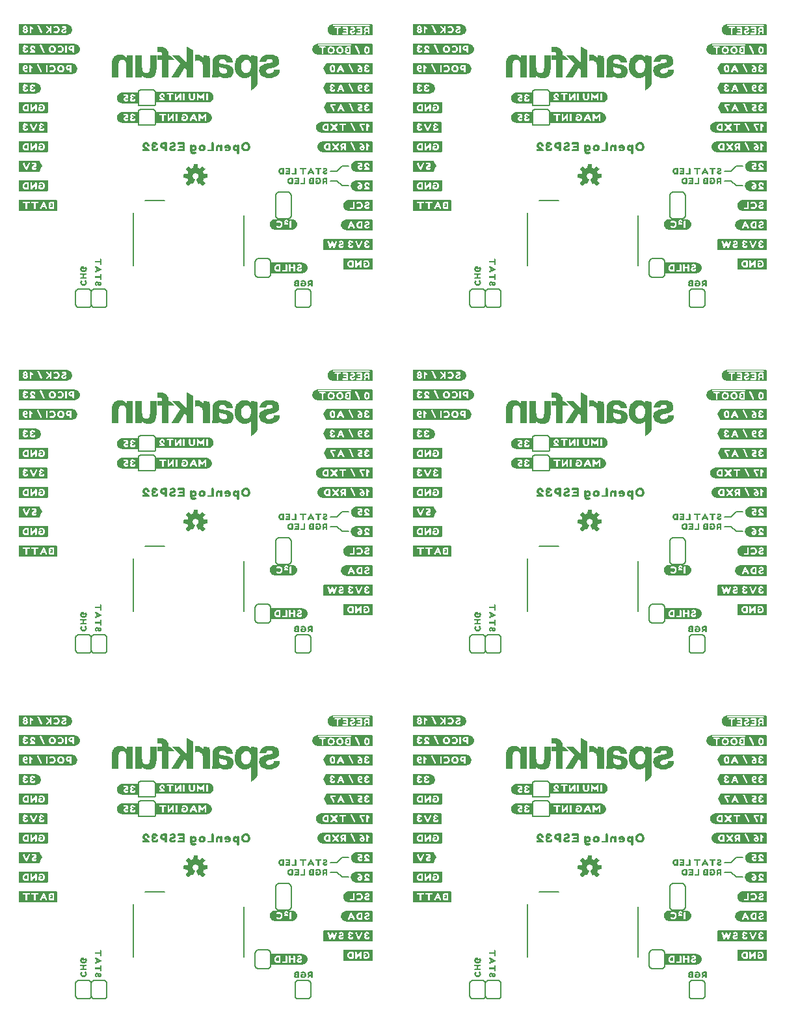
<source format=gbo>
G04 EAGLE Gerber RS-274X export*
G75*
%MOMM*%
%FSLAX34Y34*%
%LPD*%
%INSilkscreen Bottom*%
%IPPOS*%
%AMOC8*
5,1,8,0,0,1.08239X$1,22.5*%
G01*
%ADD10C,0.203200*%
%ADD11C,0.152400*%

G36*
X96724Y1235214D02*
X96724Y1235214D01*
X96727Y1235211D01*
X97427Y1235311D01*
X97428Y1235312D01*
X97428Y1235311D01*
X98028Y1235411D01*
X98031Y1235415D01*
X98034Y1235413D01*
X98734Y1235613D01*
X98738Y1235618D01*
X98742Y1235616D01*
X99942Y1236216D01*
X99944Y1236220D01*
X99947Y1236219D01*
X100547Y1236619D01*
X100548Y1236622D01*
X100551Y1236622D01*
X101051Y1237022D01*
X101052Y1237026D01*
X101055Y1237025D01*
X101555Y1237525D01*
X101555Y1237529D01*
X101558Y1237529D01*
X101958Y1238029D01*
X101959Y1238033D01*
X101961Y1238033D01*
X102361Y1238633D01*
X102361Y1238637D01*
X102364Y1238638D01*
X102664Y1239238D01*
X102663Y1239243D01*
X102667Y1239244D01*
X103067Y1240444D01*
X103065Y1240451D01*
X103069Y1240453D01*
X103269Y1241853D01*
X103266Y1241858D01*
X103269Y1241860D01*
X103269Y1242560D01*
X103266Y1242565D01*
X103269Y1242568D01*
X103169Y1243168D01*
X103069Y1243867D01*
X103064Y1243872D01*
X103067Y1243876D01*
X102867Y1244476D01*
X102864Y1244477D01*
X102865Y1244479D01*
X102565Y1245179D01*
X102557Y1245184D01*
X102558Y1245191D01*
X102160Y1245689D01*
X101761Y1246287D01*
X101758Y1246288D01*
X101758Y1246291D01*
X101358Y1246791D01*
X101354Y1246792D01*
X101355Y1246795D01*
X100855Y1247295D01*
X100851Y1247295D01*
X100851Y1247298D01*
X100351Y1247698D01*
X100343Y1247699D01*
X100342Y1247704D01*
X99142Y1248304D01*
X99140Y1248304D01*
X99139Y1248305D01*
X98439Y1248605D01*
X98431Y1248603D01*
X98428Y1248609D01*
X97828Y1248709D01*
X97827Y1248708D01*
X97827Y1248709D01*
X96427Y1248909D01*
X96422Y1248906D01*
X96420Y1248909D01*
X23920Y1248909D01*
X23882Y1248880D01*
X23874Y1248878D01*
X23674Y1248378D01*
X23675Y1248376D01*
X23673Y1248374D01*
X23677Y1248368D01*
X23678Y1248365D01*
X23671Y1248360D01*
X23671Y1235460D01*
X23700Y1235422D01*
X23702Y1235414D01*
X24202Y1235214D01*
X24215Y1235218D01*
X24220Y1235211D01*
X96720Y1235211D01*
X96724Y1235214D01*
G37*
G36*
X609804Y1235214D02*
X609804Y1235214D01*
X609807Y1235211D01*
X610507Y1235311D01*
X610508Y1235312D01*
X610508Y1235311D01*
X611108Y1235411D01*
X611111Y1235415D01*
X611114Y1235413D01*
X611814Y1235613D01*
X611818Y1235618D01*
X611822Y1235616D01*
X613022Y1236216D01*
X613024Y1236220D01*
X613027Y1236219D01*
X613627Y1236619D01*
X613628Y1236622D01*
X613631Y1236622D01*
X614131Y1237022D01*
X614132Y1237026D01*
X614135Y1237025D01*
X614635Y1237525D01*
X614635Y1237529D01*
X614638Y1237529D01*
X615038Y1238029D01*
X615039Y1238033D01*
X615041Y1238033D01*
X615441Y1238633D01*
X615441Y1238637D01*
X615444Y1238638D01*
X615744Y1239238D01*
X615743Y1239243D01*
X615747Y1239244D01*
X616147Y1240444D01*
X616145Y1240451D01*
X616149Y1240453D01*
X616349Y1241853D01*
X616346Y1241858D01*
X616349Y1241860D01*
X616349Y1242560D01*
X616346Y1242565D01*
X616349Y1242568D01*
X616249Y1243168D01*
X616149Y1243867D01*
X616144Y1243872D01*
X616147Y1243876D01*
X615947Y1244476D01*
X615944Y1244477D01*
X615945Y1244479D01*
X615645Y1245179D01*
X615637Y1245184D01*
X615638Y1245191D01*
X615240Y1245689D01*
X614841Y1246287D01*
X614838Y1246288D01*
X614838Y1246291D01*
X614438Y1246791D01*
X614434Y1246792D01*
X614435Y1246795D01*
X613935Y1247295D01*
X613931Y1247295D01*
X613931Y1247298D01*
X613431Y1247698D01*
X613423Y1247699D01*
X613422Y1247704D01*
X612222Y1248304D01*
X612220Y1248304D01*
X612219Y1248305D01*
X611519Y1248605D01*
X611511Y1248603D01*
X611508Y1248609D01*
X610908Y1248709D01*
X610907Y1248708D01*
X610907Y1248709D01*
X609507Y1248909D01*
X609502Y1248906D01*
X609500Y1248909D01*
X537000Y1248909D01*
X536962Y1248880D01*
X536954Y1248878D01*
X536754Y1248378D01*
X536755Y1248376D01*
X536753Y1248374D01*
X536757Y1248368D01*
X536758Y1248365D01*
X536751Y1248360D01*
X536751Y1235460D01*
X536780Y1235422D01*
X536782Y1235414D01*
X537282Y1235214D01*
X537295Y1235218D01*
X537300Y1235211D01*
X609800Y1235211D01*
X609804Y1235214D01*
G37*
G36*
X609804Y785634D02*
X609804Y785634D01*
X609807Y785631D01*
X610507Y785731D01*
X610508Y785732D01*
X610508Y785731D01*
X611108Y785831D01*
X611111Y785835D01*
X611114Y785833D01*
X611814Y786033D01*
X611818Y786038D01*
X611822Y786036D01*
X613022Y786636D01*
X613024Y786640D01*
X613027Y786639D01*
X613627Y787039D01*
X613628Y787042D01*
X613631Y787042D01*
X614131Y787442D01*
X614132Y787446D01*
X614135Y787445D01*
X614635Y787945D01*
X614635Y787949D01*
X614638Y787949D01*
X615038Y788449D01*
X615039Y788453D01*
X615041Y788453D01*
X615441Y789053D01*
X615441Y789057D01*
X615444Y789058D01*
X615744Y789658D01*
X615743Y789663D01*
X615747Y789664D01*
X616147Y790864D01*
X616145Y790871D01*
X616149Y790873D01*
X616349Y792273D01*
X616346Y792278D01*
X616349Y792280D01*
X616349Y792980D01*
X616346Y792985D01*
X616349Y792988D01*
X616249Y793588D01*
X616149Y794287D01*
X616144Y794292D01*
X616147Y794296D01*
X615947Y794896D01*
X615944Y794897D01*
X615945Y794899D01*
X615645Y795599D01*
X615637Y795604D01*
X615638Y795611D01*
X615240Y796109D01*
X614841Y796707D01*
X614838Y796708D01*
X614838Y796711D01*
X614438Y797211D01*
X614434Y797212D01*
X614435Y797215D01*
X613935Y797715D01*
X613931Y797715D01*
X613931Y797718D01*
X613431Y798118D01*
X613423Y798119D01*
X613422Y798124D01*
X612222Y798724D01*
X612220Y798724D01*
X612219Y798725D01*
X611519Y799025D01*
X611511Y799023D01*
X611508Y799029D01*
X610908Y799129D01*
X610907Y799128D01*
X610907Y799129D01*
X609507Y799329D01*
X609502Y799326D01*
X609500Y799329D01*
X537000Y799329D01*
X536962Y799300D01*
X536954Y799298D01*
X536754Y798798D01*
X536755Y798796D01*
X536753Y798794D01*
X536757Y798788D01*
X536758Y798785D01*
X536751Y798780D01*
X536751Y785880D01*
X536780Y785842D01*
X536782Y785834D01*
X537282Y785634D01*
X537295Y785638D01*
X537300Y785631D01*
X609800Y785631D01*
X609804Y785634D01*
G37*
G36*
X96724Y336054D02*
X96724Y336054D01*
X96727Y336051D01*
X97427Y336151D01*
X97428Y336152D01*
X97428Y336151D01*
X98028Y336251D01*
X98031Y336255D01*
X98034Y336253D01*
X98734Y336453D01*
X98738Y336458D01*
X98742Y336456D01*
X99942Y337056D01*
X99944Y337060D01*
X99947Y337059D01*
X100547Y337459D01*
X100548Y337462D01*
X100551Y337462D01*
X101051Y337862D01*
X101052Y337866D01*
X101055Y337865D01*
X101555Y338365D01*
X101555Y338369D01*
X101558Y338369D01*
X101958Y338869D01*
X101959Y338873D01*
X101961Y338873D01*
X102361Y339473D01*
X102361Y339477D01*
X102364Y339478D01*
X102664Y340078D01*
X102663Y340083D01*
X102667Y340084D01*
X103067Y341284D01*
X103065Y341291D01*
X103069Y341293D01*
X103269Y342693D01*
X103266Y342698D01*
X103269Y342700D01*
X103269Y343400D01*
X103266Y343405D01*
X103269Y343408D01*
X103169Y344008D01*
X103069Y344707D01*
X103064Y344712D01*
X103067Y344716D01*
X102867Y345316D01*
X102864Y345317D01*
X102865Y345319D01*
X102565Y346019D01*
X102557Y346024D01*
X102558Y346031D01*
X102160Y346529D01*
X101761Y347127D01*
X101758Y347128D01*
X101758Y347131D01*
X101358Y347631D01*
X101354Y347632D01*
X101355Y347635D01*
X100855Y348135D01*
X100851Y348135D01*
X100851Y348138D01*
X100351Y348538D01*
X100343Y348539D01*
X100342Y348544D01*
X99142Y349144D01*
X99140Y349144D01*
X99139Y349145D01*
X98439Y349445D01*
X98431Y349443D01*
X98428Y349449D01*
X97828Y349549D01*
X97827Y349548D01*
X97827Y349549D01*
X96427Y349749D01*
X96422Y349746D01*
X96420Y349749D01*
X23920Y349749D01*
X23882Y349720D01*
X23874Y349718D01*
X23674Y349218D01*
X23675Y349216D01*
X23673Y349214D01*
X23677Y349208D01*
X23678Y349205D01*
X23671Y349200D01*
X23671Y336300D01*
X23700Y336262D01*
X23702Y336254D01*
X24202Y336054D01*
X24215Y336058D01*
X24220Y336051D01*
X96720Y336051D01*
X96724Y336054D01*
G37*
G36*
X96724Y785634D02*
X96724Y785634D01*
X96727Y785631D01*
X97427Y785731D01*
X97428Y785732D01*
X97428Y785731D01*
X98028Y785831D01*
X98031Y785835D01*
X98034Y785833D01*
X98734Y786033D01*
X98738Y786038D01*
X98742Y786036D01*
X99942Y786636D01*
X99944Y786640D01*
X99947Y786639D01*
X100547Y787039D01*
X100548Y787042D01*
X100551Y787042D01*
X101051Y787442D01*
X101052Y787446D01*
X101055Y787445D01*
X101555Y787945D01*
X101555Y787949D01*
X101558Y787949D01*
X101958Y788449D01*
X101959Y788453D01*
X101961Y788453D01*
X102361Y789053D01*
X102361Y789057D01*
X102364Y789058D01*
X102664Y789658D01*
X102663Y789663D01*
X102667Y789664D01*
X103067Y790864D01*
X103065Y790871D01*
X103069Y790873D01*
X103269Y792273D01*
X103266Y792278D01*
X103269Y792280D01*
X103269Y792980D01*
X103266Y792985D01*
X103269Y792988D01*
X103169Y793588D01*
X103069Y794287D01*
X103064Y794292D01*
X103067Y794296D01*
X102867Y794896D01*
X102864Y794897D01*
X102865Y794899D01*
X102565Y795599D01*
X102557Y795604D01*
X102558Y795611D01*
X102160Y796109D01*
X101761Y796707D01*
X101758Y796708D01*
X101758Y796711D01*
X101358Y797211D01*
X101354Y797212D01*
X101355Y797215D01*
X100855Y797715D01*
X100851Y797715D01*
X100851Y797718D01*
X100351Y798118D01*
X100343Y798119D01*
X100342Y798124D01*
X99142Y798724D01*
X99140Y798724D01*
X99139Y798725D01*
X98439Y799025D01*
X98431Y799023D01*
X98428Y799029D01*
X97828Y799129D01*
X97827Y799128D01*
X97827Y799129D01*
X96427Y799329D01*
X96422Y799326D01*
X96420Y799329D01*
X23920Y799329D01*
X23882Y799300D01*
X23874Y799298D01*
X23674Y798798D01*
X23675Y798796D01*
X23673Y798794D01*
X23677Y798788D01*
X23678Y798785D01*
X23671Y798780D01*
X23671Y785880D01*
X23700Y785842D01*
X23702Y785834D01*
X24202Y785634D01*
X24215Y785638D01*
X24220Y785631D01*
X96720Y785631D01*
X96724Y785634D01*
G37*
G36*
X609804Y336054D02*
X609804Y336054D01*
X609807Y336051D01*
X610507Y336151D01*
X610508Y336152D01*
X610508Y336151D01*
X611108Y336251D01*
X611111Y336255D01*
X611114Y336253D01*
X611814Y336453D01*
X611818Y336458D01*
X611822Y336456D01*
X613022Y337056D01*
X613024Y337060D01*
X613027Y337059D01*
X613627Y337459D01*
X613628Y337462D01*
X613631Y337462D01*
X614131Y337862D01*
X614132Y337866D01*
X614135Y337865D01*
X614635Y338365D01*
X614635Y338369D01*
X614638Y338369D01*
X615038Y338869D01*
X615039Y338873D01*
X615041Y338873D01*
X615441Y339473D01*
X615441Y339477D01*
X615444Y339478D01*
X615744Y340078D01*
X615743Y340083D01*
X615747Y340084D01*
X616147Y341284D01*
X616145Y341291D01*
X616149Y341293D01*
X616349Y342693D01*
X616346Y342698D01*
X616349Y342700D01*
X616349Y343400D01*
X616346Y343405D01*
X616349Y343408D01*
X616249Y344008D01*
X616149Y344707D01*
X616144Y344712D01*
X616147Y344716D01*
X615947Y345316D01*
X615944Y345317D01*
X615945Y345319D01*
X615645Y346019D01*
X615637Y346024D01*
X615638Y346031D01*
X615240Y346529D01*
X614841Y347127D01*
X614838Y347128D01*
X614838Y347131D01*
X614438Y347631D01*
X614434Y347632D01*
X614435Y347635D01*
X613935Y348135D01*
X613931Y348135D01*
X613931Y348138D01*
X613431Y348538D01*
X613423Y348539D01*
X613422Y348544D01*
X612222Y349144D01*
X612220Y349144D01*
X612219Y349145D01*
X611519Y349445D01*
X611511Y349443D01*
X611508Y349449D01*
X610908Y349549D01*
X610907Y349548D01*
X610907Y349549D01*
X609507Y349749D01*
X609502Y349746D01*
X609500Y349749D01*
X537000Y349749D01*
X536962Y349720D01*
X536954Y349718D01*
X536754Y349218D01*
X536755Y349216D01*
X536753Y349214D01*
X536757Y349208D01*
X536758Y349205D01*
X536751Y349200D01*
X536751Y336300D01*
X536780Y336262D01*
X536782Y336254D01*
X537282Y336054D01*
X537295Y336058D01*
X537300Y336051D01*
X609800Y336051D01*
X609804Y336054D01*
G37*
G36*
X484001Y336067D02*
X484001Y336067D01*
X484015Y336065D01*
X484315Y336365D01*
X484317Y336377D01*
X484323Y336382D01*
X484318Y336389D01*
X484319Y336392D01*
X484329Y336400D01*
X484329Y349300D01*
X484316Y349318D01*
X484319Y349330D01*
X484019Y349730D01*
X483988Y349739D01*
X483980Y349749D01*
X412480Y349749D01*
X412475Y349746D01*
X412472Y349749D01*
X411872Y349649D01*
X411173Y349549D01*
X411170Y349545D01*
X411168Y349545D01*
X411167Y349545D01*
X411164Y349547D01*
X410564Y349347D01*
X410563Y349344D01*
X410561Y349345D01*
X409861Y349045D01*
X409859Y349043D01*
X409858Y349044D01*
X409258Y348744D01*
X409255Y348737D01*
X409249Y348738D01*
X408249Y347938D01*
X408248Y347934D01*
X408245Y347935D01*
X407745Y347435D01*
X407745Y347431D01*
X407742Y347431D01*
X407342Y346931D01*
X407341Y346927D01*
X407339Y346927D01*
X406939Y346327D01*
X406939Y346323D01*
X406936Y346322D01*
X406336Y345122D01*
X406338Y345111D01*
X406331Y345107D01*
X406232Y344411D01*
X406033Y343816D01*
X406037Y343805D01*
X406031Y343800D01*
X406031Y342400D01*
X406034Y342396D01*
X406031Y342393D01*
X406131Y341693D01*
X406132Y341692D01*
X406131Y341692D01*
X406231Y341092D01*
X406235Y341089D01*
X406233Y341086D01*
X406433Y340386D01*
X406438Y340382D01*
X406436Y340378D01*
X406736Y339778D01*
X406740Y339776D01*
X406739Y339773D01*
X407139Y339173D01*
X407142Y339172D01*
X407142Y339169D01*
X407942Y338169D01*
X407946Y338168D01*
X407945Y338165D01*
X408445Y337665D01*
X408449Y337665D01*
X408449Y337662D01*
X408949Y337262D01*
X408953Y337261D01*
X408953Y337259D01*
X409553Y336859D01*
X409562Y336860D01*
X409564Y336853D01*
X410162Y336654D01*
X410861Y336355D01*
X410869Y336357D01*
X410872Y336351D01*
X411472Y336251D01*
X411473Y336252D01*
X411473Y336251D01*
X412873Y336051D01*
X412878Y336054D01*
X412880Y336051D01*
X483980Y336051D01*
X484001Y336067D01*
G37*
G36*
X997081Y336067D02*
X997081Y336067D01*
X997095Y336065D01*
X997395Y336365D01*
X997397Y336377D01*
X997403Y336382D01*
X997398Y336389D01*
X997399Y336392D01*
X997409Y336400D01*
X997409Y349300D01*
X997396Y349318D01*
X997399Y349330D01*
X997099Y349730D01*
X997068Y349739D01*
X997060Y349749D01*
X925560Y349749D01*
X925555Y349746D01*
X925552Y349749D01*
X924952Y349649D01*
X924253Y349549D01*
X924250Y349545D01*
X924248Y349545D01*
X924247Y349545D01*
X924244Y349547D01*
X923644Y349347D01*
X923643Y349344D01*
X923641Y349345D01*
X922941Y349045D01*
X922939Y349043D01*
X922938Y349044D01*
X922338Y348744D01*
X922335Y348737D01*
X922329Y348738D01*
X921329Y347938D01*
X921328Y347934D01*
X921325Y347935D01*
X920825Y347435D01*
X920825Y347431D01*
X920822Y347431D01*
X920422Y346931D01*
X920421Y346927D01*
X920419Y346927D01*
X920019Y346327D01*
X920019Y346323D01*
X920016Y346322D01*
X919416Y345122D01*
X919418Y345111D01*
X919411Y345107D01*
X919312Y344411D01*
X919113Y343816D01*
X919117Y343805D01*
X919111Y343800D01*
X919111Y342400D01*
X919114Y342396D01*
X919111Y342393D01*
X919211Y341693D01*
X919212Y341692D01*
X919211Y341692D01*
X919311Y341092D01*
X919315Y341089D01*
X919313Y341086D01*
X919513Y340386D01*
X919518Y340382D01*
X919516Y340378D01*
X919816Y339778D01*
X919820Y339776D01*
X919819Y339773D01*
X920219Y339173D01*
X920222Y339172D01*
X920222Y339169D01*
X921022Y338169D01*
X921026Y338168D01*
X921025Y338165D01*
X921525Y337665D01*
X921529Y337665D01*
X921529Y337662D01*
X922029Y337262D01*
X922033Y337261D01*
X922033Y337259D01*
X922633Y336859D01*
X922642Y336860D01*
X922644Y336853D01*
X923242Y336654D01*
X923941Y336355D01*
X923949Y336357D01*
X923952Y336351D01*
X924552Y336251D01*
X924553Y336252D01*
X924553Y336251D01*
X925953Y336051D01*
X925958Y336054D01*
X925960Y336051D01*
X997060Y336051D01*
X997081Y336067D01*
G37*
G36*
X997081Y785647D02*
X997081Y785647D01*
X997095Y785645D01*
X997395Y785945D01*
X997397Y785957D01*
X997403Y785962D01*
X997398Y785969D01*
X997399Y785972D01*
X997409Y785980D01*
X997409Y798880D01*
X997396Y798898D01*
X997399Y798910D01*
X997099Y799310D01*
X997068Y799319D01*
X997060Y799329D01*
X925560Y799329D01*
X925555Y799326D01*
X925552Y799329D01*
X924952Y799229D01*
X924253Y799129D01*
X924250Y799125D01*
X924248Y799125D01*
X924247Y799125D01*
X924244Y799127D01*
X923644Y798927D01*
X923643Y798924D01*
X923641Y798925D01*
X922941Y798625D01*
X922939Y798623D01*
X922938Y798624D01*
X922338Y798324D01*
X922335Y798317D01*
X922329Y798318D01*
X921329Y797518D01*
X921328Y797514D01*
X921325Y797515D01*
X920825Y797015D01*
X920825Y797011D01*
X920822Y797011D01*
X920422Y796511D01*
X920421Y796507D01*
X920419Y796507D01*
X920019Y795907D01*
X920019Y795903D01*
X920016Y795902D01*
X919416Y794702D01*
X919418Y794691D01*
X919411Y794687D01*
X919312Y793991D01*
X919113Y793396D01*
X919117Y793385D01*
X919111Y793380D01*
X919111Y791980D01*
X919114Y791976D01*
X919111Y791973D01*
X919211Y791273D01*
X919212Y791272D01*
X919211Y791272D01*
X919311Y790672D01*
X919315Y790669D01*
X919313Y790666D01*
X919513Y789966D01*
X919518Y789962D01*
X919516Y789958D01*
X919816Y789358D01*
X919820Y789356D01*
X919819Y789353D01*
X920219Y788753D01*
X920222Y788752D01*
X920222Y788749D01*
X921022Y787749D01*
X921026Y787748D01*
X921025Y787745D01*
X921525Y787245D01*
X921529Y787245D01*
X921529Y787242D01*
X922029Y786842D01*
X922033Y786841D01*
X922033Y786839D01*
X922633Y786439D01*
X922642Y786440D01*
X922644Y786433D01*
X923242Y786234D01*
X923941Y785935D01*
X923949Y785937D01*
X923952Y785931D01*
X924552Y785831D01*
X924553Y785832D01*
X924553Y785831D01*
X925953Y785631D01*
X925958Y785634D01*
X925960Y785631D01*
X997060Y785631D01*
X997081Y785647D01*
G37*
G36*
X484001Y785647D02*
X484001Y785647D01*
X484015Y785645D01*
X484315Y785945D01*
X484317Y785957D01*
X484323Y785962D01*
X484318Y785969D01*
X484319Y785972D01*
X484329Y785980D01*
X484329Y798880D01*
X484316Y798898D01*
X484319Y798910D01*
X484019Y799310D01*
X483988Y799319D01*
X483980Y799329D01*
X412480Y799329D01*
X412475Y799326D01*
X412472Y799329D01*
X411872Y799229D01*
X411173Y799129D01*
X411170Y799125D01*
X411168Y799125D01*
X411167Y799125D01*
X411164Y799127D01*
X410564Y798927D01*
X410563Y798924D01*
X410561Y798925D01*
X409861Y798625D01*
X409859Y798623D01*
X409858Y798624D01*
X409258Y798324D01*
X409255Y798317D01*
X409249Y798318D01*
X408249Y797518D01*
X408248Y797514D01*
X408245Y797515D01*
X407745Y797015D01*
X407745Y797011D01*
X407742Y797011D01*
X407342Y796511D01*
X407341Y796507D01*
X407339Y796507D01*
X406939Y795907D01*
X406939Y795903D01*
X406936Y795902D01*
X406336Y794702D01*
X406338Y794691D01*
X406331Y794687D01*
X406232Y793991D01*
X406033Y793396D01*
X406037Y793385D01*
X406031Y793380D01*
X406031Y791980D01*
X406034Y791976D01*
X406031Y791973D01*
X406131Y791273D01*
X406132Y791272D01*
X406131Y791272D01*
X406231Y790672D01*
X406235Y790669D01*
X406233Y790666D01*
X406433Y789966D01*
X406438Y789962D01*
X406436Y789958D01*
X406736Y789358D01*
X406740Y789356D01*
X406739Y789353D01*
X407139Y788753D01*
X407142Y788752D01*
X407142Y788749D01*
X407942Y787749D01*
X407946Y787748D01*
X407945Y787745D01*
X408445Y787245D01*
X408449Y787245D01*
X408449Y787242D01*
X408949Y786842D01*
X408953Y786841D01*
X408953Y786839D01*
X409553Y786439D01*
X409562Y786440D01*
X409564Y786433D01*
X410162Y786234D01*
X410861Y785935D01*
X410869Y785937D01*
X410872Y785931D01*
X411472Y785831D01*
X411473Y785832D01*
X411473Y785831D01*
X412873Y785631D01*
X412878Y785634D01*
X412880Y785631D01*
X483980Y785631D01*
X484001Y785647D01*
G37*
G36*
X484001Y1235227D02*
X484001Y1235227D01*
X484015Y1235225D01*
X484315Y1235525D01*
X484317Y1235537D01*
X484323Y1235542D01*
X484318Y1235549D01*
X484319Y1235552D01*
X484329Y1235560D01*
X484329Y1248460D01*
X484316Y1248478D01*
X484319Y1248490D01*
X484019Y1248890D01*
X483988Y1248899D01*
X483980Y1248909D01*
X412480Y1248909D01*
X412475Y1248906D01*
X412472Y1248909D01*
X411872Y1248809D01*
X411173Y1248709D01*
X411170Y1248705D01*
X411168Y1248705D01*
X411167Y1248705D01*
X411164Y1248707D01*
X410564Y1248507D01*
X410563Y1248504D01*
X410561Y1248505D01*
X409861Y1248205D01*
X409859Y1248203D01*
X409858Y1248204D01*
X409258Y1247904D01*
X409255Y1247897D01*
X409249Y1247898D01*
X408249Y1247098D01*
X408248Y1247094D01*
X408245Y1247095D01*
X407745Y1246595D01*
X407745Y1246591D01*
X407742Y1246591D01*
X407342Y1246091D01*
X407341Y1246087D01*
X407339Y1246087D01*
X406939Y1245487D01*
X406939Y1245483D01*
X406936Y1245482D01*
X406336Y1244282D01*
X406338Y1244271D01*
X406331Y1244267D01*
X406232Y1243571D01*
X406033Y1242976D01*
X406037Y1242965D01*
X406031Y1242960D01*
X406031Y1241560D01*
X406034Y1241556D01*
X406031Y1241553D01*
X406131Y1240853D01*
X406132Y1240852D01*
X406131Y1240852D01*
X406231Y1240252D01*
X406235Y1240249D01*
X406233Y1240246D01*
X406433Y1239546D01*
X406438Y1239542D01*
X406436Y1239538D01*
X406736Y1238938D01*
X406740Y1238936D01*
X406739Y1238933D01*
X407139Y1238333D01*
X407142Y1238332D01*
X407142Y1238329D01*
X407942Y1237329D01*
X407946Y1237328D01*
X407945Y1237325D01*
X408445Y1236825D01*
X408449Y1236825D01*
X408449Y1236822D01*
X408949Y1236422D01*
X408953Y1236421D01*
X408953Y1236419D01*
X409553Y1236019D01*
X409562Y1236020D01*
X409564Y1236013D01*
X410162Y1235814D01*
X410861Y1235515D01*
X410869Y1235517D01*
X410872Y1235511D01*
X411472Y1235411D01*
X411473Y1235412D01*
X411473Y1235411D01*
X412873Y1235211D01*
X412878Y1235214D01*
X412880Y1235211D01*
X483980Y1235211D01*
X484001Y1235227D01*
G37*
G36*
X997081Y1235227D02*
X997081Y1235227D01*
X997095Y1235225D01*
X997395Y1235525D01*
X997397Y1235537D01*
X997403Y1235542D01*
X997398Y1235549D01*
X997399Y1235552D01*
X997409Y1235560D01*
X997409Y1248460D01*
X997396Y1248478D01*
X997399Y1248490D01*
X997099Y1248890D01*
X997068Y1248899D01*
X997060Y1248909D01*
X925560Y1248909D01*
X925555Y1248906D01*
X925552Y1248909D01*
X924952Y1248809D01*
X924253Y1248709D01*
X924250Y1248705D01*
X924248Y1248705D01*
X924247Y1248705D01*
X924244Y1248707D01*
X923644Y1248507D01*
X923643Y1248504D01*
X923641Y1248505D01*
X922941Y1248205D01*
X922939Y1248203D01*
X922938Y1248204D01*
X922338Y1247904D01*
X922335Y1247897D01*
X922329Y1247898D01*
X921329Y1247098D01*
X921328Y1247094D01*
X921325Y1247095D01*
X920825Y1246595D01*
X920825Y1246591D01*
X920822Y1246591D01*
X920422Y1246091D01*
X920421Y1246087D01*
X920419Y1246087D01*
X920019Y1245487D01*
X920019Y1245483D01*
X920016Y1245482D01*
X919416Y1244282D01*
X919418Y1244271D01*
X919411Y1244267D01*
X919312Y1243571D01*
X919113Y1242976D01*
X919117Y1242965D01*
X919111Y1242960D01*
X919111Y1241560D01*
X919114Y1241556D01*
X919111Y1241553D01*
X919211Y1240853D01*
X919212Y1240852D01*
X919211Y1240852D01*
X919311Y1240252D01*
X919315Y1240249D01*
X919313Y1240246D01*
X919513Y1239546D01*
X919518Y1239542D01*
X919516Y1239538D01*
X919816Y1238938D01*
X919820Y1238936D01*
X919819Y1238933D01*
X920219Y1238333D01*
X920222Y1238332D01*
X920222Y1238329D01*
X921022Y1237329D01*
X921026Y1237328D01*
X921025Y1237325D01*
X921525Y1236825D01*
X921529Y1236825D01*
X921529Y1236822D01*
X922029Y1236422D01*
X922033Y1236421D01*
X922033Y1236419D01*
X922633Y1236019D01*
X922642Y1236020D01*
X922644Y1236013D01*
X923242Y1235814D01*
X923941Y1235515D01*
X923949Y1235517D01*
X923952Y1235511D01*
X924552Y1235411D01*
X924553Y1235412D01*
X924553Y1235411D01*
X925953Y1235211D01*
X925958Y1235214D01*
X925960Y1235211D01*
X997060Y1235211D01*
X997081Y1235227D01*
G37*
G36*
X93124Y310654D02*
X93124Y310654D01*
X93127Y310651D01*
X94527Y310851D01*
X94532Y310856D01*
X94536Y310853D01*
X95135Y311053D01*
X95834Y311253D01*
X95838Y311258D01*
X95842Y311256D01*
X96442Y311556D01*
X96445Y311563D01*
X96451Y311562D01*
X96949Y311960D01*
X97547Y312359D01*
X97550Y312366D01*
X97555Y312365D01*
X98055Y312865D01*
X98055Y312869D01*
X98058Y312869D01*
X98458Y313369D01*
X98459Y313373D01*
X98461Y313373D01*
X98861Y313973D01*
X98861Y313977D01*
X98864Y313978D01*
X99164Y314578D01*
X99163Y314583D01*
X99167Y314584D01*
X99567Y315784D01*
X99566Y315786D01*
X99567Y315786D01*
X99574Y315809D01*
X99588Y315858D01*
X99630Y316006D01*
X99672Y316153D01*
X99686Y316203D01*
X99728Y316350D01*
X99729Y316350D01*
X99728Y316350D01*
X99767Y316486D01*
X99764Y316496D01*
X99767Y316498D01*
X99769Y316500D01*
X99769Y318500D01*
X99763Y318508D01*
X99767Y318514D01*
X99567Y319214D01*
X99566Y319215D01*
X99567Y319216D01*
X99367Y319815D01*
X99167Y320514D01*
X99159Y320520D01*
X99161Y320527D01*
X98762Y321126D01*
X98462Y321625D01*
X98454Y321629D01*
X98455Y321635D01*
X97455Y322635D01*
X97451Y322635D01*
X97451Y322638D01*
X96951Y323038D01*
X96947Y323039D01*
X96947Y323041D01*
X96347Y323441D01*
X96343Y323441D01*
X96342Y323444D01*
X95742Y323744D01*
X95737Y323743D01*
X95736Y323747D01*
X95136Y323947D01*
X95134Y323946D01*
X95134Y323947D01*
X94434Y324147D01*
X94430Y324146D01*
X94428Y324149D01*
X93828Y324249D01*
X93827Y324248D01*
X93827Y324249D01*
X93127Y324349D01*
X93122Y324346D01*
X93120Y324349D01*
X23920Y324349D01*
X23882Y324320D01*
X23874Y324318D01*
X23674Y323818D01*
X23675Y323816D01*
X23673Y323814D01*
X23677Y323808D01*
X23678Y323805D01*
X23671Y323800D01*
X23671Y311000D01*
X23690Y310974D01*
X23690Y310961D01*
X24090Y310661D01*
X24112Y310661D01*
X24120Y310651D01*
X93120Y310651D01*
X93124Y310654D01*
G37*
G36*
X606204Y1209814D02*
X606204Y1209814D01*
X606207Y1209811D01*
X607607Y1210011D01*
X607612Y1210016D01*
X607616Y1210013D01*
X608215Y1210213D01*
X608914Y1210413D01*
X608918Y1210418D01*
X608922Y1210416D01*
X609522Y1210716D01*
X609525Y1210723D01*
X609531Y1210722D01*
X610029Y1211120D01*
X610627Y1211519D01*
X610630Y1211526D01*
X610635Y1211525D01*
X611135Y1212025D01*
X611135Y1212029D01*
X611138Y1212029D01*
X611538Y1212529D01*
X611539Y1212533D01*
X611541Y1212533D01*
X611941Y1213133D01*
X611941Y1213137D01*
X611944Y1213138D01*
X612244Y1213738D01*
X612243Y1213743D01*
X612247Y1213744D01*
X612647Y1214944D01*
X612646Y1214946D01*
X612647Y1214946D01*
X612654Y1214969D01*
X612668Y1215018D01*
X612710Y1215166D01*
X612752Y1215313D01*
X612766Y1215363D01*
X612808Y1215510D01*
X612809Y1215510D01*
X612808Y1215510D01*
X612847Y1215646D01*
X612844Y1215656D01*
X612847Y1215658D01*
X612849Y1215660D01*
X612849Y1217660D01*
X612843Y1217668D01*
X612847Y1217674D01*
X612647Y1218374D01*
X612646Y1218375D01*
X612647Y1218376D01*
X612447Y1218975D01*
X612247Y1219674D01*
X612239Y1219680D01*
X612241Y1219687D01*
X611842Y1220286D01*
X611542Y1220785D01*
X611534Y1220789D01*
X611535Y1220795D01*
X610535Y1221795D01*
X610531Y1221795D01*
X610531Y1221798D01*
X610031Y1222198D01*
X610027Y1222199D01*
X610027Y1222201D01*
X609427Y1222601D01*
X609423Y1222601D01*
X609422Y1222604D01*
X608822Y1222904D01*
X608817Y1222903D01*
X608816Y1222907D01*
X608216Y1223107D01*
X608214Y1223106D01*
X608214Y1223107D01*
X607514Y1223307D01*
X607510Y1223306D01*
X607508Y1223309D01*
X606908Y1223409D01*
X606907Y1223408D01*
X606907Y1223409D01*
X606207Y1223509D01*
X606202Y1223506D01*
X606200Y1223509D01*
X537000Y1223509D01*
X536962Y1223480D01*
X536954Y1223478D01*
X536754Y1222978D01*
X536755Y1222976D01*
X536753Y1222974D01*
X536757Y1222968D01*
X536758Y1222965D01*
X536751Y1222960D01*
X536751Y1210160D01*
X536770Y1210134D01*
X536770Y1210121D01*
X537170Y1209821D01*
X537192Y1209821D01*
X537200Y1209811D01*
X606200Y1209811D01*
X606204Y1209814D01*
G37*
G36*
X93124Y1209814D02*
X93124Y1209814D01*
X93127Y1209811D01*
X94527Y1210011D01*
X94532Y1210016D01*
X94536Y1210013D01*
X95135Y1210213D01*
X95834Y1210413D01*
X95838Y1210418D01*
X95842Y1210416D01*
X96442Y1210716D01*
X96445Y1210723D01*
X96451Y1210722D01*
X96949Y1211120D01*
X97547Y1211519D01*
X97550Y1211526D01*
X97555Y1211525D01*
X98055Y1212025D01*
X98055Y1212029D01*
X98058Y1212029D01*
X98458Y1212529D01*
X98459Y1212533D01*
X98461Y1212533D01*
X98861Y1213133D01*
X98861Y1213137D01*
X98864Y1213138D01*
X99164Y1213738D01*
X99163Y1213743D01*
X99167Y1213744D01*
X99567Y1214944D01*
X99566Y1214946D01*
X99567Y1214946D01*
X99574Y1214969D01*
X99588Y1215018D01*
X99630Y1215166D01*
X99672Y1215313D01*
X99686Y1215363D01*
X99728Y1215510D01*
X99729Y1215510D01*
X99728Y1215510D01*
X99767Y1215646D01*
X99764Y1215656D01*
X99767Y1215658D01*
X99769Y1215660D01*
X99769Y1217660D01*
X99763Y1217668D01*
X99767Y1217674D01*
X99567Y1218374D01*
X99566Y1218375D01*
X99567Y1218376D01*
X99367Y1218975D01*
X99167Y1219674D01*
X99159Y1219680D01*
X99161Y1219687D01*
X98762Y1220286D01*
X98462Y1220785D01*
X98454Y1220789D01*
X98455Y1220795D01*
X97455Y1221795D01*
X97451Y1221795D01*
X97451Y1221798D01*
X96951Y1222198D01*
X96947Y1222199D01*
X96947Y1222201D01*
X96347Y1222601D01*
X96343Y1222601D01*
X96342Y1222604D01*
X95742Y1222904D01*
X95737Y1222903D01*
X95736Y1222907D01*
X95136Y1223107D01*
X95134Y1223106D01*
X95134Y1223107D01*
X94434Y1223307D01*
X94430Y1223306D01*
X94428Y1223309D01*
X93828Y1223409D01*
X93827Y1223408D01*
X93827Y1223409D01*
X93127Y1223509D01*
X93122Y1223506D01*
X93120Y1223509D01*
X23920Y1223509D01*
X23882Y1223480D01*
X23874Y1223478D01*
X23674Y1222978D01*
X23675Y1222976D01*
X23673Y1222974D01*
X23677Y1222968D01*
X23678Y1222965D01*
X23671Y1222960D01*
X23671Y1210160D01*
X23690Y1210134D01*
X23690Y1210121D01*
X24090Y1209821D01*
X24112Y1209821D01*
X24120Y1209811D01*
X93120Y1209811D01*
X93124Y1209814D01*
G37*
G36*
X606204Y760234D02*
X606204Y760234D01*
X606207Y760231D01*
X607607Y760431D01*
X607612Y760436D01*
X607616Y760433D01*
X608215Y760633D01*
X608914Y760833D01*
X608918Y760838D01*
X608922Y760836D01*
X609522Y761136D01*
X609525Y761143D01*
X609531Y761142D01*
X610029Y761540D01*
X610627Y761939D01*
X610630Y761946D01*
X610635Y761945D01*
X611135Y762445D01*
X611135Y762449D01*
X611138Y762449D01*
X611538Y762949D01*
X611539Y762953D01*
X611541Y762953D01*
X611941Y763553D01*
X611941Y763557D01*
X611944Y763558D01*
X612244Y764158D01*
X612243Y764163D01*
X612247Y764164D01*
X612647Y765364D01*
X612646Y765366D01*
X612647Y765366D01*
X612654Y765389D01*
X612668Y765438D01*
X612710Y765586D01*
X612752Y765733D01*
X612766Y765783D01*
X612808Y765930D01*
X612809Y765930D01*
X612808Y765930D01*
X612847Y766066D01*
X612844Y766076D01*
X612847Y766078D01*
X612849Y766080D01*
X612849Y768080D01*
X612843Y768088D01*
X612847Y768094D01*
X612647Y768794D01*
X612646Y768795D01*
X612647Y768796D01*
X612447Y769395D01*
X612247Y770094D01*
X612239Y770100D01*
X612241Y770107D01*
X611842Y770706D01*
X611542Y771205D01*
X611534Y771209D01*
X611535Y771215D01*
X610535Y772215D01*
X610531Y772215D01*
X610531Y772218D01*
X610031Y772618D01*
X610027Y772619D01*
X610027Y772621D01*
X609427Y773021D01*
X609423Y773021D01*
X609422Y773024D01*
X608822Y773324D01*
X608817Y773323D01*
X608816Y773327D01*
X608216Y773527D01*
X608214Y773526D01*
X608214Y773527D01*
X607514Y773727D01*
X607510Y773726D01*
X607508Y773729D01*
X606908Y773829D01*
X606907Y773828D01*
X606907Y773829D01*
X606207Y773929D01*
X606202Y773926D01*
X606200Y773929D01*
X537000Y773929D01*
X536962Y773900D01*
X536954Y773898D01*
X536754Y773398D01*
X536755Y773396D01*
X536753Y773394D01*
X536757Y773388D01*
X536758Y773385D01*
X536751Y773380D01*
X536751Y760580D01*
X536770Y760554D01*
X536770Y760541D01*
X537170Y760241D01*
X537192Y760241D01*
X537200Y760231D01*
X606200Y760231D01*
X606204Y760234D01*
G37*
G36*
X93124Y760234D02*
X93124Y760234D01*
X93127Y760231D01*
X94527Y760431D01*
X94532Y760436D01*
X94536Y760433D01*
X95135Y760633D01*
X95834Y760833D01*
X95838Y760838D01*
X95842Y760836D01*
X96442Y761136D01*
X96445Y761143D01*
X96451Y761142D01*
X96949Y761540D01*
X97547Y761939D01*
X97550Y761946D01*
X97555Y761945D01*
X98055Y762445D01*
X98055Y762449D01*
X98058Y762449D01*
X98458Y762949D01*
X98459Y762953D01*
X98461Y762953D01*
X98861Y763553D01*
X98861Y763557D01*
X98864Y763558D01*
X99164Y764158D01*
X99163Y764163D01*
X99167Y764164D01*
X99567Y765364D01*
X99566Y765366D01*
X99567Y765366D01*
X99574Y765389D01*
X99588Y765438D01*
X99630Y765586D01*
X99672Y765733D01*
X99686Y765783D01*
X99728Y765930D01*
X99729Y765930D01*
X99728Y765930D01*
X99767Y766066D01*
X99764Y766076D01*
X99767Y766078D01*
X99769Y766080D01*
X99769Y768080D01*
X99763Y768088D01*
X99767Y768094D01*
X99567Y768794D01*
X99566Y768795D01*
X99567Y768796D01*
X99367Y769395D01*
X99167Y770094D01*
X99159Y770100D01*
X99161Y770107D01*
X98762Y770706D01*
X98462Y771205D01*
X98454Y771209D01*
X98455Y771215D01*
X97455Y772215D01*
X97451Y772215D01*
X97451Y772218D01*
X96951Y772618D01*
X96947Y772619D01*
X96947Y772621D01*
X96347Y773021D01*
X96343Y773021D01*
X96342Y773024D01*
X95742Y773324D01*
X95737Y773323D01*
X95736Y773327D01*
X95136Y773527D01*
X95134Y773526D01*
X95134Y773527D01*
X94434Y773727D01*
X94430Y773726D01*
X94428Y773729D01*
X93828Y773829D01*
X93827Y773828D01*
X93827Y773829D01*
X93127Y773929D01*
X93122Y773926D01*
X93120Y773929D01*
X23920Y773929D01*
X23882Y773900D01*
X23874Y773898D01*
X23674Y773398D01*
X23675Y773396D01*
X23673Y773394D01*
X23677Y773388D01*
X23678Y773385D01*
X23671Y773380D01*
X23671Y760580D01*
X23690Y760554D01*
X23690Y760541D01*
X24090Y760241D01*
X24112Y760241D01*
X24120Y760231D01*
X93120Y760231D01*
X93124Y760234D01*
G37*
G36*
X606204Y310654D02*
X606204Y310654D01*
X606207Y310651D01*
X607607Y310851D01*
X607612Y310856D01*
X607616Y310853D01*
X608215Y311053D01*
X608914Y311253D01*
X608918Y311258D01*
X608922Y311256D01*
X609522Y311556D01*
X609525Y311563D01*
X609531Y311562D01*
X610029Y311960D01*
X610627Y312359D01*
X610630Y312366D01*
X610635Y312365D01*
X611135Y312865D01*
X611135Y312869D01*
X611138Y312869D01*
X611538Y313369D01*
X611539Y313373D01*
X611541Y313373D01*
X611941Y313973D01*
X611941Y313977D01*
X611944Y313978D01*
X612244Y314578D01*
X612243Y314583D01*
X612247Y314584D01*
X612647Y315784D01*
X612646Y315786D01*
X612647Y315786D01*
X612654Y315809D01*
X612668Y315858D01*
X612710Y316006D01*
X612752Y316153D01*
X612766Y316203D01*
X612808Y316350D01*
X612809Y316350D01*
X612808Y316350D01*
X612847Y316486D01*
X612844Y316496D01*
X612847Y316498D01*
X612849Y316500D01*
X612849Y318500D01*
X612843Y318508D01*
X612847Y318514D01*
X612647Y319214D01*
X612646Y319215D01*
X612647Y319216D01*
X612447Y319815D01*
X612247Y320514D01*
X612239Y320520D01*
X612241Y320527D01*
X611842Y321126D01*
X611542Y321625D01*
X611534Y321629D01*
X611535Y321635D01*
X610535Y322635D01*
X610531Y322635D01*
X610531Y322638D01*
X610031Y323038D01*
X610027Y323039D01*
X610027Y323041D01*
X609427Y323441D01*
X609423Y323441D01*
X609422Y323444D01*
X608822Y323744D01*
X608817Y323743D01*
X608816Y323747D01*
X608216Y323947D01*
X608214Y323946D01*
X608214Y323947D01*
X607514Y324147D01*
X607510Y324146D01*
X607508Y324149D01*
X606908Y324249D01*
X606907Y324248D01*
X606907Y324249D01*
X606207Y324349D01*
X606202Y324346D01*
X606200Y324349D01*
X537000Y324349D01*
X536962Y324320D01*
X536954Y324318D01*
X536754Y323818D01*
X536755Y323816D01*
X536753Y323814D01*
X536757Y323808D01*
X536758Y323805D01*
X536751Y323800D01*
X536751Y311000D01*
X536770Y310974D01*
X536770Y310961D01*
X537170Y310661D01*
X537192Y310661D01*
X537200Y310651D01*
X606200Y310651D01*
X606204Y310654D01*
G37*
G36*
X270624Y723404D02*
X270624Y723404D01*
X270627Y723401D01*
X272027Y723601D01*
X272032Y723606D01*
X272036Y723603D01*
X272635Y723803D01*
X273334Y724003D01*
X273338Y724008D01*
X273342Y724006D01*
X273942Y724306D01*
X273945Y724313D01*
X273951Y724312D01*
X274449Y724710D01*
X275047Y725109D01*
X275051Y725119D01*
X275058Y725119D01*
X275457Y725617D01*
X275955Y726115D01*
X275955Y726119D01*
X275958Y726119D01*
X276358Y726619D01*
X276359Y726627D01*
X276364Y726628D01*
X276664Y727228D01*
X276664Y727230D01*
X276665Y727231D01*
X276965Y727931D01*
X276965Y727934D01*
X276967Y727934D01*
X277167Y728534D01*
X277165Y728541D01*
X277169Y728543D01*
X277269Y729242D01*
X277369Y729842D01*
X277366Y729847D01*
X277369Y729850D01*
X277369Y730550D01*
X277366Y730554D01*
X277369Y730557D01*
X277169Y731957D01*
X277164Y731962D01*
X277167Y731966D01*
X276967Y732566D01*
X276962Y732569D01*
X276964Y732572D01*
X276364Y733772D01*
X276360Y733774D01*
X276361Y733777D01*
X275961Y734377D01*
X275958Y734378D01*
X275958Y734381D01*
X275558Y734881D01*
X275554Y734882D01*
X275555Y734885D01*
X275055Y735385D01*
X275051Y735385D01*
X275051Y735388D01*
X274551Y735788D01*
X274547Y735789D01*
X274547Y735791D01*
X273947Y736191D01*
X273943Y736191D01*
X273942Y736194D01*
X273342Y736494D01*
X273337Y736493D01*
X273336Y736497D01*
X272736Y736697D01*
X272734Y736696D01*
X272734Y736697D01*
X272034Y736897D01*
X272029Y736896D01*
X272027Y736899D01*
X271328Y736999D01*
X270728Y737099D01*
X270723Y737096D01*
X270720Y737099D01*
X202120Y737099D01*
X202115Y737096D01*
X202112Y737099D01*
X201512Y736999D01*
X201475Y736960D01*
X201473Y736958D01*
X201473Y736957D01*
X201471Y736955D01*
X201474Y736953D01*
X201471Y736950D01*
X201471Y723450D01*
X201507Y723403D01*
X201514Y723408D01*
X201520Y723401D01*
X270620Y723401D01*
X270624Y723404D01*
G37*
G36*
X783704Y273824D02*
X783704Y273824D01*
X783707Y273821D01*
X785107Y274021D01*
X785112Y274026D01*
X785116Y274023D01*
X785715Y274223D01*
X786414Y274423D01*
X786418Y274428D01*
X786422Y274426D01*
X787022Y274726D01*
X787025Y274733D01*
X787031Y274732D01*
X787529Y275130D01*
X788127Y275529D01*
X788131Y275539D01*
X788138Y275539D01*
X788537Y276037D01*
X789035Y276535D01*
X789035Y276539D01*
X789038Y276539D01*
X789438Y277039D01*
X789439Y277047D01*
X789444Y277048D01*
X789744Y277648D01*
X789744Y277650D01*
X789745Y277651D01*
X790045Y278351D01*
X790045Y278354D01*
X790047Y278354D01*
X790247Y278954D01*
X790245Y278961D01*
X790249Y278963D01*
X790349Y279662D01*
X790449Y280262D01*
X790446Y280267D01*
X790449Y280270D01*
X790449Y280970D01*
X790446Y280974D01*
X790449Y280977D01*
X790249Y282377D01*
X790244Y282382D01*
X790247Y282386D01*
X790047Y282986D01*
X790042Y282989D01*
X790044Y282992D01*
X789444Y284192D01*
X789440Y284194D01*
X789441Y284197D01*
X789041Y284797D01*
X789038Y284798D01*
X789038Y284801D01*
X788638Y285301D01*
X788634Y285302D01*
X788635Y285305D01*
X788135Y285805D01*
X788131Y285805D01*
X788131Y285808D01*
X787631Y286208D01*
X787627Y286209D01*
X787627Y286211D01*
X787027Y286611D01*
X787023Y286611D01*
X787022Y286614D01*
X786422Y286914D01*
X786417Y286913D01*
X786416Y286917D01*
X785816Y287117D01*
X785814Y287116D01*
X785814Y287117D01*
X785114Y287317D01*
X785109Y287316D01*
X785107Y287319D01*
X784408Y287419D01*
X783808Y287519D01*
X783803Y287516D01*
X783800Y287519D01*
X715200Y287519D01*
X715195Y287516D01*
X715192Y287519D01*
X714592Y287419D01*
X714555Y287380D01*
X714553Y287378D01*
X714553Y287377D01*
X714551Y287375D01*
X714554Y287373D01*
X714551Y287370D01*
X714551Y273870D01*
X714587Y273823D01*
X714594Y273828D01*
X714600Y273821D01*
X783700Y273821D01*
X783704Y273824D01*
G37*
G36*
X270624Y273824D02*
X270624Y273824D01*
X270627Y273821D01*
X272027Y274021D01*
X272032Y274026D01*
X272036Y274023D01*
X272635Y274223D01*
X273334Y274423D01*
X273338Y274428D01*
X273342Y274426D01*
X273942Y274726D01*
X273945Y274733D01*
X273951Y274732D01*
X274449Y275130D01*
X275047Y275529D01*
X275051Y275539D01*
X275058Y275539D01*
X275457Y276037D01*
X275955Y276535D01*
X275955Y276539D01*
X275958Y276539D01*
X276358Y277039D01*
X276359Y277047D01*
X276364Y277048D01*
X276664Y277648D01*
X276664Y277650D01*
X276665Y277651D01*
X276965Y278351D01*
X276965Y278354D01*
X276967Y278354D01*
X277167Y278954D01*
X277165Y278961D01*
X277169Y278963D01*
X277269Y279662D01*
X277369Y280262D01*
X277366Y280267D01*
X277369Y280270D01*
X277369Y280970D01*
X277366Y280974D01*
X277369Y280977D01*
X277169Y282377D01*
X277164Y282382D01*
X277167Y282386D01*
X276967Y282986D01*
X276962Y282989D01*
X276964Y282992D01*
X276364Y284192D01*
X276360Y284194D01*
X276361Y284197D01*
X275961Y284797D01*
X275958Y284798D01*
X275958Y284801D01*
X275558Y285301D01*
X275554Y285302D01*
X275555Y285305D01*
X275055Y285805D01*
X275051Y285805D01*
X275051Y285808D01*
X274551Y286208D01*
X274547Y286209D01*
X274547Y286211D01*
X273947Y286611D01*
X273943Y286611D01*
X273942Y286614D01*
X273342Y286914D01*
X273337Y286913D01*
X273336Y286917D01*
X272736Y287117D01*
X272734Y287116D01*
X272734Y287117D01*
X272034Y287317D01*
X272029Y287316D01*
X272027Y287319D01*
X271328Y287419D01*
X270728Y287519D01*
X270723Y287516D01*
X270720Y287519D01*
X202120Y287519D01*
X202115Y287516D01*
X202112Y287519D01*
X201512Y287419D01*
X201475Y287380D01*
X201473Y287378D01*
X201473Y287377D01*
X201471Y287375D01*
X201474Y287373D01*
X201471Y287370D01*
X201471Y273870D01*
X201507Y273823D01*
X201514Y273828D01*
X201520Y273821D01*
X270620Y273821D01*
X270624Y273824D01*
G37*
G36*
X783704Y723404D02*
X783704Y723404D01*
X783707Y723401D01*
X785107Y723601D01*
X785112Y723606D01*
X785116Y723603D01*
X785715Y723803D01*
X786414Y724003D01*
X786418Y724008D01*
X786422Y724006D01*
X787022Y724306D01*
X787025Y724313D01*
X787031Y724312D01*
X787529Y724710D01*
X788127Y725109D01*
X788131Y725119D01*
X788138Y725119D01*
X788537Y725617D01*
X789035Y726115D01*
X789035Y726119D01*
X789038Y726119D01*
X789438Y726619D01*
X789439Y726627D01*
X789444Y726628D01*
X789744Y727228D01*
X789744Y727230D01*
X789745Y727231D01*
X790045Y727931D01*
X790045Y727934D01*
X790047Y727934D01*
X790247Y728534D01*
X790245Y728541D01*
X790249Y728543D01*
X790349Y729242D01*
X790449Y729842D01*
X790446Y729847D01*
X790449Y729850D01*
X790449Y730550D01*
X790446Y730554D01*
X790449Y730557D01*
X790249Y731957D01*
X790244Y731962D01*
X790247Y731966D01*
X790047Y732566D01*
X790042Y732569D01*
X790044Y732572D01*
X789444Y733772D01*
X789440Y733774D01*
X789441Y733777D01*
X789041Y734377D01*
X789038Y734378D01*
X789038Y734381D01*
X788638Y734881D01*
X788634Y734882D01*
X788635Y734885D01*
X788135Y735385D01*
X788131Y735385D01*
X788131Y735388D01*
X787631Y735788D01*
X787627Y735789D01*
X787627Y735791D01*
X787027Y736191D01*
X787023Y736191D01*
X787022Y736194D01*
X786422Y736494D01*
X786417Y736493D01*
X786416Y736497D01*
X785816Y736697D01*
X785814Y736696D01*
X785814Y736697D01*
X785114Y736897D01*
X785109Y736896D01*
X785107Y736899D01*
X784408Y736999D01*
X783808Y737099D01*
X783803Y737096D01*
X783800Y737099D01*
X715200Y737099D01*
X715195Y737096D01*
X715192Y737099D01*
X714592Y736999D01*
X714555Y736960D01*
X714553Y736958D01*
X714553Y736957D01*
X714551Y736955D01*
X714554Y736953D01*
X714551Y736950D01*
X714551Y723450D01*
X714587Y723403D01*
X714594Y723408D01*
X714600Y723401D01*
X783700Y723401D01*
X783704Y723404D01*
G37*
G36*
X783704Y1172984D02*
X783704Y1172984D01*
X783707Y1172981D01*
X785107Y1173181D01*
X785112Y1173186D01*
X785116Y1173183D01*
X785715Y1173383D01*
X786414Y1173583D01*
X786418Y1173588D01*
X786422Y1173586D01*
X787022Y1173886D01*
X787025Y1173893D01*
X787031Y1173892D01*
X787529Y1174290D01*
X788127Y1174689D01*
X788131Y1174699D01*
X788138Y1174699D01*
X788537Y1175197D01*
X789035Y1175695D01*
X789035Y1175699D01*
X789038Y1175699D01*
X789438Y1176199D01*
X789439Y1176207D01*
X789444Y1176208D01*
X789744Y1176808D01*
X789744Y1176810D01*
X789745Y1176811D01*
X790045Y1177511D01*
X790045Y1177514D01*
X790047Y1177514D01*
X790247Y1178114D01*
X790245Y1178121D01*
X790249Y1178123D01*
X790349Y1178822D01*
X790449Y1179422D01*
X790446Y1179427D01*
X790449Y1179430D01*
X790449Y1180130D01*
X790446Y1180134D01*
X790449Y1180137D01*
X790249Y1181537D01*
X790244Y1181542D01*
X790247Y1181546D01*
X790047Y1182146D01*
X790042Y1182149D01*
X790044Y1182152D01*
X789444Y1183352D01*
X789440Y1183354D01*
X789441Y1183357D01*
X789041Y1183957D01*
X789038Y1183958D01*
X789038Y1183961D01*
X788638Y1184461D01*
X788634Y1184462D01*
X788635Y1184465D01*
X788135Y1184965D01*
X788131Y1184965D01*
X788131Y1184968D01*
X787631Y1185368D01*
X787627Y1185369D01*
X787627Y1185371D01*
X787027Y1185771D01*
X787023Y1185771D01*
X787022Y1185774D01*
X786422Y1186074D01*
X786417Y1186073D01*
X786416Y1186077D01*
X785816Y1186277D01*
X785814Y1186276D01*
X785814Y1186277D01*
X785114Y1186477D01*
X785109Y1186476D01*
X785107Y1186479D01*
X784408Y1186579D01*
X783808Y1186679D01*
X783803Y1186676D01*
X783800Y1186679D01*
X715200Y1186679D01*
X715195Y1186676D01*
X715192Y1186679D01*
X714592Y1186579D01*
X714555Y1186540D01*
X714553Y1186538D01*
X714553Y1186537D01*
X714551Y1186535D01*
X714554Y1186533D01*
X714551Y1186530D01*
X714551Y1173030D01*
X714587Y1172983D01*
X714594Y1172988D01*
X714600Y1172981D01*
X783700Y1172981D01*
X783704Y1172984D01*
G37*
G36*
X270624Y1172984D02*
X270624Y1172984D01*
X270627Y1172981D01*
X272027Y1173181D01*
X272032Y1173186D01*
X272036Y1173183D01*
X272635Y1173383D01*
X273334Y1173583D01*
X273338Y1173588D01*
X273342Y1173586D01*
X273942Y1173886D01*
X273945Y1173893D01*
X273951Y1173892D01*
X274449Y1174290D01*
X275047Y1174689D01*
X275051Y1174699D01*
X275058Y1174699D01*
X275457Y1175197D01*
X275955Y1175695D01*
X275955Y1175699D01*
X275958Y1175699D01*
X276358Y1176199D01*
X276359Y1176207D01*
X276364Y1176208D01*
X276664Y1176808D01*
X276664Y1176810D01*
X276665Y1176811D01*
X276965Y1177511D01*
X276965Y1177514D01*
X276967Y1177514D01*
X277167Y1178114D01*
X277165Y1178121D01*
X277169Y1178123D01*
X277269Y1178822D01*
X277369Y1179422D01*
X277366Y1179427D01*
X277369Y1179430D01*
X277369Y1180130D01*
X277366Y1180134D01*
X277369Y1180137D01*
X277169Y1181537D01*
X277164Y1181542D01*
X277167Y1181546D01*
X276967Y1182146D01*
X276962Y1182149D01*
X276964Y1182152D01*
X276364Y1183352D01*
X276360Y1183354D01*
X276361Y1183357D01*
X275961Y1183957D01*
X275958Y1183958D01*
X275958Y1183961D01*
X275558Y1184461D01*
X275554Y1184462D01*
X275555Y1184465D01*
X275055Y1184965D01*
X275051Y1184965D01*
X275051Y1184968D01*
X274551Y1185368D01*
X274547Y1185369D01*
X274547Y1185371D01*
X273947Y1185771D01*
X273943Y1185771D01*
X273942Y1185774D01*
X273342Y1186074D01*
X273337Y1186073D01*
X273336Y1186077D01*
X272736Y1186277D01*
X272734Y1186276D01*
X272734Y1186277D01*
X272034Y1186477D01*
X272029Y1186476D01*
X272027Y1186479D01*
X271328Y1186579D01*
X270728Y1186679D01*
X270723Y1186676D01*
X270720Y1186679D01*
X202120Y1186679D01*
X202115Y1186676D01*
X202112Y1186679D01*
X201512Y1186579D01*
X201475Y1186540D01*
X201473Y1186538D01*
X201473Y1186537D01*
X201471Y1186535D01*
X201474Y1186533D01*
X201471Y1186530D01*
X201471Y1173030D01*
X201507Y1172983D01*
X201514Y1172988D01*
X201520Y1172981D01*
X270620Y1172981D01*
X270624Y1172984D01*
G37*
G36*
X781904Y1146314D02*
X781904Y1146314D01*
X781907Y1146311D01*
X782607Y1146411D01*
X782611Y1146415D01*
X782614Y1146413D01*
X783314Y1146613D01*
X783315Y1146614D01*
X783316Y1146613D01*
X783916Y1146813D01*
X783919Y1146818D01*
X783922Y1146816D01*
X785122Y1147416D01*
X785124Y1147420D01*
X785127Y1147419D01*
X785727Y1147819D01*
X785730Y1147826D01*
X785735Y1147825D01*
X786235Y1148325D01*
X786235Y1148329D01*
X786238Y1148329D01*
X787038Y1149329D01*
X787039Y1149333D01*
X787041Y1149333D01*
X787441Y1149933D01*
X787441Y1149937D01*
X787444Y1149938D01*
X787744Y1150538D01*
X787743Y1150543D01*
X787747Y1150544D01*
X787947Y1151144D01*
X787946Y1151146D01*
X787947Y1151146D01*
X787955Y1151173D01*
X787997Y1151321D01*
X788011Y1151370D01*
X788053Y1151518D01*
X788054Y1151518D01*
X788053Y1151518D01*
X788096Y1151666D01*
X788110Y1151715D01*
X788147Y1151846D01*
X788146Y1151850D01*
X788149Y1151852D01*
X788249Y1152452D01*
X788246Y1152457D01*
X788249Y1152460D01*
X788249Y1153860D01*
X788246Y1153864D01*
X788249Y1153867D01*
X788149Y1154567D01*
X788144Y1154572D01*
X788147Y1154576D01*
X787947Y1155175D01*
X787747Y1155874D01*
X787742Y1155878D01*
X787744Y1155882D01*
X787444Y1156482D01*
X787437Y1156485D01*
X787438Y1156491D01*
X787040Y1156989D01*
X786641Y1157587D01*
X786634Y1157590D01*
X786635Y1157595D01*
X786135Y1158095D01*
X786131Y1158095D01*
X786131Y1158098D01*
X785131Y1158898D01*
X785127Y1158899D01*
X785127Y1158901D01*
X784527Y1159301D01*
X784518Y1159300D01*
X784516Y1159307D01*
X783916Y1159507D01*
X783914Y1159506D01*
X783914Y1159507D01*
X783215Y1159707D01*
X782616Y1159907D01*
X782609Y1159905D01*
X782607Y1159909D01*
X781907Y1160009D01*
X781902Y1160006D01*
X781900Y1160009D01*
X781500Y1160009D01*
X781466Y1159983D01*
X781456Y1159981D01*
X781442Y1159953D01*
X781441Y1159955D01*
X781432Y1159997D01*
X781412Y1159993D01*
X781400Y1160009D01*
X715000Y1160009D01*
X714991Y1160002D01*
X714982Y1159996D01*
X714970Y1159999D01*
X714570Y1159699D01*
X714565Y1159680D01*
X714553Y1159671D01*
X714557Y1159665D01*
X714551Y1159660D01*
X714551Y1146860D01*
X714559Y1146849D01*
X714554Y1146842D01*
X714754Y1146342D01*
X714795Y1146317D01*
X714800Y1146311D01*
X781900Y1146311D01*
X781904Y1146314D01*
G37*
G36*
X268824Y1146314D02*
X268824Y1146314D01*
X268827Y1146311D01*
X269527Y1146411D01*
X269531Y1146415D01*
X269534Y1146413D01*
X270234Y1146613D01*
X270235Y1146614D01*
X270236Y1146613D01*
X270836Y1146813D01*
X270839Y1146818D01*
X270842Y1146816D01*
X272042Y1147416D01*
X272044Y1147420D01*
X272047Y1147419D01*
X272647Y1147819D01*
X272650Y1147826D01*
X272655Y1147825D01*
X273155Y1148325D01*
X273155Y1148329D01*
X273158Y1148329D01*
X273958Y1149329D01*
X273959Y1149333D01*
X273961Y1149333D01*
X274361Y1149933D01*
X274361Y1149937D01*
X274364Y1149938D01*
X274664Y1150538D01*
X274663Y1150543D01*
X274667Y1150544D01*
X274867Y1151144D01*
X274866Y1151146D01*
X274867Y1151146D01*
X274875Y1151173D01*
X274917Y1151321D01*
X274931Y1151370D01*
X274973Y1151518D01*
X274974Y1151518D01*
X274973Y1151518D01*
X275016Y1151666D01*
X275030Y1151715D01*
X275067Y1151846D01*
X275066Y1151850D01*
X275069Y1151852D01*
X275169Y1152452D01*
X275166Y1152457D01*
X275169Y1152460D01*
X275169Y1153860D01*
X275166Y1153864D01*
X275169Y1153867D01*
X275069Y1154567D01*
X275064Y1154572D01*
X275067Y1154576D01*
X274867Y1155175D01*
X274667Y1155874D01*
X274662Y1155878D01*
X274664Y1155882D01*
X274364Y1156482D01*
X274357Y1156485D01*
X274358Y1156491D01*
X273960Y1156989D01*
X273561Y1157587D01*
X273554Y1157590D01*
X273555Y1157595D01*
X273055Y1158095D01*
X273051Y1158095D01*
X273051Y1158098D01*
X272051Y1158898D01*
X272047Y1158899D01*
X272047Y1158901D01*
X271447Y1159301D01*
X271438Y1159300D01*
X271436Y1159307D01*
X270836Y1159507D01*
X270834Y1159506D01*
X270834Y1159507D01*
X270135Y1159707D01*
X269536Y1159907D01*
X269529Y1159905D01*
X269527Y1159909D01*
X268827Y1160009D01*
X268822Y1160006D01*
X268820Y1160009D01*
X268420Y1160009D01*
X268386Y1159983D01*
X268376Y1159981D01*
X268362Y1159953D01*
X268361Y1159955D01*
X268352Y1159997D01*
X268332Y1159993D01*
X268320Y1160009D01*
X201920Y1160009D01*
X201911Y1160002D01*
X201902Y1159996D01*
X201890Y1159999D01*
X201490Y1159699D01*
X201485Y1159680D01*
X201473Y1159671D01*
X201477Y1159665D01*
X201471Y1159660D01*
X201471Y1146860D01*
X201479Y1146849D01*
X201474Y1146842D01*
X201674Y1146342D01*
X201715Y1146317D01*
X201720Y1146311D01*
X268820Y1146311D01*
X268824Y1146314D01*
G37*
G36*
X781904Y247154D02*
X781904Y247154D01*
X781907Y247151D01*
X782607Y247251D01*
X782611Y247255D01*
X782614Y247253D01*
X783314Y247453D01*
X783315Y247454D01*
X783316Y247453D01*
X783916Y247653D01*
X783919Y247658D01*
X783922Y247656D01*
X785122Y248256D01*
X785124Y248260D01*
X785127Y248259D01*
X785727Y248659D01*
X785730Y248666D01*
X785735Y248665D01*
X786235Y249165D01*
X786235Y249169D01*
X786238Y249169D01*
X787038Y250169D01*
X787039Y250173D01*
X787041Y250173D01*
X787441Y250773D01*
X787441Y250777D01*
X787444Y250778D01*
X787744Y251378D01*
X787743Y251383D01*
X787747Y251384D01*
X787947Y251984D01*
X787946Y251986D01*
X787947Y251986D01*
X787955Y252013D01*
X787997Y252161D01*
X788011Y252210D01*
X788053Y252358D01*
X788054Y252358D01*
X788053Y252358D01*
X788096Y252506D01*
X788110Y252555D01*
X788147Y252686D01*
X788146Y252690D01*
X788149Y252692D01*
X788249Y253292D01*
X788246Y253297D01*
X788249Y253300D01*
X788249Y254700D01*
X788246Y254704D01*
X788249Y254707D01*
X788149Y255407D01*
X788144Y255412D01*
X788147Y255416D01*
X787947Y256015D01*
X787747Y256714D01*
X787742Y256718D01*
X787744Y256722D01*
X787444Y257322D01*
X787437Y257325D01*
X787438Y257331D01*
X787040Y257829D01*
X786641Y258427D01*
X786634Y258430D01*
X786635Y258435D01*
X786135Y258935D01*
X786131Y258935D01*
X786131Y258938D01*
X785131Y259738D01*
X785127Y259739D01*
X785127Y259741D01*
X784527Y260141D01*
X784518Y260140D01*
X784516Y260147D01*
X783916Y260347D01*
X783914Y260346D01*
X783914Y260347D01*
X783215Y260547D01*
X782616Y260747D01*
X782609Y260745D01*
X782607Y260749D01*
X781907Y260849D01*
X781902Y260846D01*
X781900Y260849D01*
X781500Y260849D01*
X781466Y260823D01*
X781456Y260821D01*
X781442Y260793D01*
X781441Y260795D01*
X781432Y260837D01*
X781412Y260833D01*
X781400Y260849D01*
X715000Y260849D01*
X714991Y260842D01*
X714982Y260836D01*
X714970Y260839D01*
X714570Y260539D01*
X714565Y260520D01*
X714553Y260511D01*
X714557Y260505D01*
X714551Y260500D01*
X714551Y247700D01*
X714559Y247689D01*
X714554Y247682D01*
X714754Y247182D01*
X714795Y247157D01*
X714800Y247151D01*
X781900Y247151D01*
X781904Y247154D01*
G37*
G36*
X781904Y696734D02*
X781904Y696734D01*
X781907Y696731D01*
X782607Y696831D01*
X782611Y696835D01*
X782614Y696833D01*
X783314Y697033D01*
X783315Y697034D01*
X783316Y697033D01*
X783916Y697233D01*
X783919Y697238D01*
X783922Y697236D01*
X785122Y697836D01*
X785124Y697840D01*
X785127Y697839D01*
X785727Y698239D01*
X785730Y698246D01*
X785735Y698245D01*
X786235Y698745D01*
X786235Y698749D01*
X786238Y698749D01*
X787038Y699749D01*
X787039Y699753D01*
X787041Y699753D01*
X787441Y700353D01*
X787441Y700357D01*
X787444Y700358D01*
X787744Y700958D01*
X787743Y700963D01*
X787747Y700964D01*
X787947Y701564D01*
X787946Y701566D01*
X787947Y701566D01*
X787955Y701593D01*
X787997Y701741D01*
X788011Y701790D01*
X788053Y701938D01*
X788054Y701938D01*
X788053Y701938D01*
X788096Y702086D01*
X788110Y702135D01*
X788147Y702266D01*
X788146Y702270D01*
X788149Y702272D01*
X788249Y702872D01*
X788246Y702877D01*
X788249Y702880D01*
X788249Y704280D01*
X788246Y704284D01*
X788249Y704287D01*
X788149Y704987D01*
X788144Y704992D01*
X788147Y704996D01*
X787947Y705595D01*
X787747Y706294D01*
X787742Y706298D01*
X787744Y706302D01*
X787444Y706902D01*
X787437Y706905D01*
X787438Y706911D01*
X787040Y707409D01*
X786641Y708007D01*
X786634Y708010D01*
X786635Y708015D01*
X786135Y708515D01*
X786131Y708515D01*
X786131Y708518D01*
X785131Y709318D01*
X785127Y709319D01*
X785127Y709321D01*
X784527Y709721D01*
X784518Y709720D01*
X784516Y709727D01*
X783916Y709927D01*
X783914Y709926D01*
X783914Y709927D01*
X783215Y710127D01*
X782616Y710327D01*
X782609Y710325D01*
X782607Y710329D01*
X781907Y710429D01*
X781902Y710426D01*
X781900Y710429D01*
X781500Y710429D01*
X781466Y710403D01*
X781456Y710401D01*
X781442Y710373D01*
X781441Y710375D01*
X781432Y710417D01*
X781412Y710413D01*
X781400Y710429D01*
X715000Y710429D01*
X714991Y710422D01*
X714982Y710416D01*
X714970Y710419D01*
X714570Y710119D01*
X714565Y710100D01*
X714553Y710091D01*
X714557Y710085D01*
X714551Y710080D01*
X714551Y697280D01*
X714559Y697269D01*
X714554Y697262D01*
X714754Y696762D01*
X714795Y696737D01*
X714800Y696731D01*
X781900Y696731D01*
X781904Y696734D01*
G37*
G36*
X268824Y247154D02*
X268824Y247154D01*
X268827Y247151D01*
X269527Y247251D01*
X269531Y247255D01*
X269534Y247253D01*
X270234Y247453D01*
X270235Y247454D01*
X270236Y247453D01*
X270836Y247653D01*
X270839Y247658D01*
X270842Y247656D01*
X272042Y248256D01*
X272044Y248260D01*
X272047Y248259D01*
X272647Y248659D01*
X272650Y248666D01*
X272655Y248665D01*
X273155Y249165D01*
X273155Y249169D01*
X273158Y249169D01*
X273958Y250169D01*
X273959Y250173D01*
X273961Y250173D01*
X274361Y250773D01*
X274361Y250777D01*
X274364Y250778D01*
X274664Y251378D01*
X274663Y251383D01*
X274667Y251384D01*
X274867Y251984D01*
X274866Y251986D01*
X274867Y251986D01*
X274875Y252013D01*
X274917Y252161D01*
X274931Y252210D01*
X274973Y252358D01*
X274974Y252358D01*
X274973Y252358D01*
X275016Y252506D01*
X275030Y252555D01*
X275067Y252686D01*
X275066Y252690D01*
X275069Y252692D01*
X275169Y253292D01*
X275166Y253297D01*
X275169Y253300D01*
X275169Y254700D01*
X275166Y254704D01*
X275169Y254707D01*
X275069Y255407D01*
X275064Y255412D01*
X275067Y255416D01*
X274867Y256015D01*
X274667Y256714D01*
X274662Y256718D01*
X274664Y256722D01*
X274364Y257322D01*
X274357Y257325D01*
X274358Y257331D01*
X273960Y257829D01*
X273561Y258427D01*
X273554Y258430D01*
X273555Y258435D01*
X273055Y258935D01*
X273051Y258935D01*
X273051Y258938D01*
X272051Y259738D01*
X272047Y259739D01*
X272047Y259741D01*
X271447Y260141D01*
X271438Y260140D01*
X271436Y260147D01*
X270836Y260347D01*
X270834Y260346D01*
X270834Y260347D01*
X270135Y260547D01*
X269536Y260747D01*
X269529Y260745D01*
X269527Y260749D01*
X268827Y260849D01*
X268822Y260846D01*
X268820Y260849D01*
X268420Y260849D01*
X268386Y260823D01*
X268376Y260821D01*
X268362Y260793D01*
X268361Y260795D01*
X268352Y260837D01*
X268332Y260833D01*
X268320Y260849D01*
X201920Y260849D01*
X201911Y260842D01*
X201902Y260836D01*
X201890Y260839D01*
X201490Y260539D01*
X201485Y260520D01*
X201473Y260511D01*
X201477Y260505D01*
X201471Y260500D01*
X201471Y247700D01*
X201479Y247689D01*
X201474Y247682D01*
X201674Y247182D01*
X201715Y247157D01*
X201720Y247151D01*
X268820Y247151D01*
X268824Y247154D01*
G37*
G36*
X268824Y696734D02*
X268824Y696734D01*
X268827Y696731D01*
X269527Y696831D01*
X269531Y696835D01*
X269534Y696833D01*
X270234Y697033D01*
X270235Y697034D01*
X270236Y697033D01*
X270836Y697233D01*
X270839Y697238D01*
X270842Y697236D01*
X272042Y697836D01*
X272044Y697840D01*
X272047Y697839D01*
X272647Y698239D01*
X272650Y698246D01*
X272655Y698245D01*
X273155Y698745D01*
X273155Y698749D01*
X273158Y698749D01*
X273958Y699749D01*
X273959Y699753D01*
X273961Y699753D01*
X274361Y700353D01*
X274361Y700357D01*
X274364Y700358D01*
X274664Y700958D01*
X274663Y700963D01*
X274667Y700964D01*
X274867Y701564D01*
X274866Y701566D01*
X274867Y701566D01*
X274875Y701593D01*
X274917Y701741D01*
X274931Y701790D01*
X274973Y701938D01*
X274974Y701938D01*
X274973Y701938D01*
X275016Y702086D01*
X275030Y702135D01*
X275067Y702266D01*
X275066Y702270D01*
X275069Y702272D01*
X275169Y702872D01*
X275166Y702877D01*
X275169Y702880D01*
X275169Y704280D01*
X275166Y704284D01*
X275169Y704287D01*
X275069Y704987D01*
X275064Y704992D01*
X275067Y704996D01*
X274867Y705595D01*
X274667Y706294D01*
X274662Y706298D01*
X274664Y706302D01*
X274364Y706902D01*
X274357Y706905D01*
X274358Y706911D01*
X273960Y707409D01*
X273561Y708007D01*
X273554Y708010D01*
X273555Y708015D01*
X273055Y708515D01*
X273051Y708515D01*
X273051Y708518D01*
X272051Y709318D01*
X272047Y709319D01*
X272047Y709321D01*
X271447Y709721D01*
X271438Y709720D01*
X271436Y709727D01*
X270836Y709927D01*
X270834Y709926D01*
X270834Y709927D01*
X270135Y710127D01*
X269536Y710327D01*
X269529Y710325D01*
X269527Y710329D01*
X268827Y710429D01*
X268822Y710426D01*
X268820Y710429D01*
X268420Y710429D01*
X268386Y710403D01*
X268376Y710401D01*
X268362Y710373D01*
X268361Y710375D01*
X268352Y710417D01*
X268332Y710413D01*
X268320Y710429D01*
X201920Y710429D01*
X201911Y710422D01*
X201902Y710416D01*
X201890Y710419D01*
X201490Y710119D01*
X201485Y710100D01*
X201473Y710091D01*
X201477Y710085D01*
X201471Y710080D01*
X201471Y697280D01*
X201479Y697269D01*
X201474Y697262D01*
X201674Y696762D01*
X201715Y696737D01*
X201720Y696731D01*
X268820Y696731D01*
X268824Y696734D01*
G37*
G36*
X483898Y684044D02*
X483898Y684044D01*
X483910Y684041D01*
X484310Y684341D01*
X484314Y684357D01*
X484321Y684362D01*
X484317Y684368D01*
X484319Y684372D01*
X484329Y684380D01*
X484329Y697180D01*
X484321Y697191D01*
X484326Y697198D01*
X484126Y697698D01*
X484085Y697723D01*
X484080Y697729D01*
X417280Y697729D01*
X417276Y697726D01*
X417273Y697729D01*
X415873Y697529D01*
X415870Y697525D01*
X415868Y697525D01*
X415867Y697525D01*
X415864Y697527D01*
X415264Y697327D01*
X415261Y697322D01*
X415258Y697324D01*
X414058Y696724D01*
X414056Y696720D01*
X414053Y696721D01*
X413453Y696321D01*
X413452Y696318D01*
X413449Y696318D01*
X412949Y695918D01*
X412948Y695914D01*
X412945Y695915D01*
X412445Y695415D01*
X412445Y695411D01*
X412442Y695411D01*
X412042Y694911D01*
X412041Y694907D01*
X412039Y694907D01*
X411639Y694307D01*
X411639Y694303D01*
X411636Y694302D01*
X411036Y693102D01*
X411037Y693097D01*
X411033Y693096D01*
X410833Y692496D01*
X410835Y692489D01*
X410831Y692487D01*
X410731Y691787D01*
X410734Y691782D01*
X410731Y691780D01*
X410731Y689780D01*
X410737Y689772D01*
X410733Y689766D01*
X410933Y689066D01*
X410934Y689065D01*
X410933Y689064D01*
X411133Y688464D01*
X411138Y688461D01*
X411136Y688458D01*
X411736Y687258D01*
X411740Y687256D01*
X411739Y687253D01*
X412139Y686653D01*
X412142Y686652D01*
X412142Y686649D01*
X412542Y686149D01*
X412546Y686148D01*
X412545Y686145D01*
X413045Y685645D01*
X413052Y685644D01*
X413053Y685639D01*
X413653Y685239D01*
X413657Y685239D01*
X413658Y685236D01*
X415458Y684336D01*
X415469Y684338D01*
X415473Y684331D01*
X416172Y684231D01*
X416772Y684131D01*
X416773Y684132D01*
X416773Y684131D01*
X417473Y684031D01*
X417478Y684034D01*
X417480Y684031D01*
X483880Y684031D01*
X483898Y684044D01*
G37*
G36*
X996978Y1133624D02*
X996978Y1133624D01*
X996990Y1133621D01*
X997390Y1133921D01*
X997394Y1133937D01*
X997401Y1133942D01*
X997397Y1133948D01*
X997399Y1133952D01*
X997409Y1133960D01*
X997409Y1146760D01*
X997401Y1146771D01*
X997406Y1146778D01*
X997206Y1147278D01*
X997165Y1147303D01*
X997160Y1147309D01*
X930360Y1147309D01*
X930356Y1147306D01*
X930353Y1147309D01*
X928953Y1147109D01*
X928950Y1147105D01*
X928948Y1147105D01*
X928947Y1147105D01*
X928944Y1147107D01*
X928344Y1146907D01*
X928341Y1146902D01*
X928338Y1146904D01*
X927138Y1146304D01*
X927136Y1146300D01*
X927133Y1146301D01*
X926533Y1145901D01*
X926532Y1145898D01*
X926529Y1145898D01*
X926029Y1145498D01*
X926028Y1145494D01*
X926025Y1145495D01*
X925525Y1144995D01*
X925525Y1144991D01*
X925522Y1144991D01*
X925122Y1144491D01*
X925121Y1144487D01*
X925119Y1144487D01*
X924719Y1143887D01*
X924719Y1143883D01*
X924716Y1143882D01*
X924116Y1142682D01*
X924117Y1142677D01*
X924113Y1142676D01*
X923913Y1142076D01*
X923915Y1142069D01*
X923911Y1142067D01*
X923811Y1141367D01*
X923814Y1141362D01*
X923811Y1141360D01*
X923811Y1139360D01*
X923817Y1139352D01*
X923813Y1139346D01*
X924013Y1138646D01*
X924014Y1138645D01*
X924013Y1138644D01*
X924213Y1138044D01*
X924218Y1138041D01*
X924216Y1138038D01*
X924816Y1136838D01*
X924820Y1136836D01*
X924819Y1136833D01*
X925219Y1136233D01*
X925222Y1136232D01*
X925222Y1136229D01*
X925622Y1135729D01*
X925626Y1135728D01*
X925625Y1135725D01*
X926125Y1135225D01*
X926132Y1135224D01*
X926133Y1135219D01*
X926733Y1134819D01*
X926737Y1134819D01*
X926738Y1134816D01*
X928538Y1133916D01*
X928549Y1133918D01*
X928553Y1133911D01*
X929252Y1133811D01*
X929852Y1133711D01*
X929853Y1133712D01*
X929853Y1133711D01*
X930553Y1133611D01*
X930558Y1133614D01*
X930560Y1133611D01*
X996960Y1133611D01*
X996978Y1133624D01*
G37*
G36*
X483898Y1133624D02*
X483898Y1133624D01*
X483910Y1133621D01*
X484310Y1133921D01*
X484314Y1133937D01*
X484321Y1133942D01*
X484317Y1133948D01*
X484319Y1133952D01*
X484329Y1133960D01*
X484329Y1146760D01*
X484321Y1146771D01*
X484326Y1146778D01*
X484126Y1147278D01*
X484085Y1147303D01*
X484080Y1147309D01*
X417280Y1147309D01*
X417276Y1147306D01*
X417273Y1147309D01*
X415873Y1147109D01*
X415870Y1147105D01*
X415868Y1147105D01*
X415867Y1147105D01*
X415864Y1147107D01*
X415264Y1146907D01*
X415261Y1146902D01*
X415258Y1146904D01*
X414058Y1146304D01*
X414056Y1146300D01*
X414053Y1146301D01*
X413453Y1145901D01*
X413452Y1145898D01*
X413449Y1145898D01*
X412949Y1145498D01*
X412948Y1145494D01*
X412945Y1145495D01*
X412445Y1144995D01*
X412445Y1144991D01*
X412442Y1144991D01*
X412042Y1144491D01*
X412041Y1144487D01*
X412039Y1144487D01*
X411639Y1143887D01*
X411639Y1143883D01*
X411636Y1143882D01*
X411036Y1142682D01*
X411037Y1142677D01*
X411033Y1142676D01*
X410833Y1142076D01*
X410835Y1142069D01*
X410831Y1142067D01*
X410731Y1141367D01*
X410734Y1141362D01*
X410731Y1141360D01*
X410731Y1139360D01*
X410737Y1139352D01*
X410733Y1139346D01*
X410933Y1138646D01*
X410934Y1138645D01*
X410933Y1138644D01*
X411133Y1138044D01*
X411138Y1138041D01*
X411136Y1138038D01*
X411736Y1136838D01*
X411740Y1136836D01*
X411739Y1136833D01*
X412139Y1136233D01*
X412142Y1136232D01*
X412142Y1136229D01*
X412542Y1135729D01*
X412546Y1135728D01*
X412545Y1135725D01*
X413045Y1135225D01*
X413052Y1135224D01*
X413053Y1135219D01*
X413653Y1134819D01*
X413657Y1134819D01*
X413658Y1134816D01*
X415458Y1133916D01*
X415469Y1133918D01*
X415473Y1133911D01*
X416172Y1133811D01*
X416772Y1133711D01*
X416773Y1133712D01*
X416773Y1133711D01*
X417473Y1133611D01*
X417478Y1133614D01*
X417480Y1133611D01*
X483880Y1133611D01*
X483898Y1133624D01*
G37*
G36*
X996978Y684044D02*
X996978Y684044D01*
X996990Y684041D01*
X997390Y684341D01*
X997394Y684357D01*
X997401Y684362D01*
X997397Y684368D01*
X997399Y684372D01*
X997409Y684380D01*
X997409Y697180D01*
X997401Y697191D01*
X997406Y697198D01*
X997206Y697698D01*
X997165Y697723D01*
X997160Y697729D01*
X930360Y697729D01*
X930356Y697726D01*
X930353Y697729D01*
X928953Y697529D01*
X928950Y697525D01*
X928948Y697525D01*
X928947Y697525D01*
X928944Y697527D01*
X928344Y697327D01*
X928341Y697322D01*
X928338Y697324D01*
X927138Y696724D01*
X927136Y696720D01*
X927133Y696721D01*
X926533Y696321D01*
X926532Y696318D01*
X926529Y696318D01*
X926029Y695918D01*
X926028Y695914D01*
X926025Y695915D01*
X925525Y695415D01*
X925525Y695411D01*
X925522Y695411D01*
X925122Y694911D01*
X925121Y694907D01*
X925119Y694907D01*
X924719Y694307D01*
X924719Y694303D01*
X924716Y694302D01*
X924116Y693102D01*
X924117Y693097D01*
X924113Y693096D01*
X923913Y692496D01*
X923915Y692489D01*
X923911Y692487D01*
X923811Y691787D01*
X923814Y691782D01*
X923811Y691780D01*
X923811Y689780D01*
X923817Y689772D01*
X923813Y689766D01*
X924013Y689066D01*
X924014Y689065D01*
X924013Y689064D01*
X924213Y688464D01*
X924218Y688461D01*
X924216Y688458D01*
X924816Y687258D01*
X924820Y687256D01*
X924819Y687253D01*
X925219Y686653D01*
X925222Y686652D01*
X925222Y686649D01*
X925622Y686149D01*
X925626Y686148D01*
X925625Y686145D01*
X926125Y685645D01*
X926132Y685644D01*
X926133Y685639D01*
X926733Y685239D01*
X926737Y685239D01*
X926738Y685236D01*
X928538Y684336D01*
X928549Y684338D01*
X928553Y684331D01*
X929252Y684231D01*
X929852Y684131D01*
X929853Y684132D01*
X929853Y684131D01*
X930553Y684031D01*
X930558Y684034D01*
X930560Y684031D01*
X996960Y684031D01*
X996978Y684044D01*
G37*
G36*
X996978Y234464D02*
X996978Y234464D01*
X996990Y234461D01*
X997390Y234761D01*
X997394Y234777D01*
X997401Y234782D01*
X997397Y234788D01*
X997399Y234792D01*
X997409Y234800D01*
X997409Y247600D01*
X997401Y247611D01*
X997406Y247618D01*
X997206Y248118D01*
X997165Y248143D01*
X997160Y248149D01*
X930360Y248149D01*
X930356Y248146D01*
X930353Y248149D01*
X928953Y247949D01*
X928950Y247945D01*
X928948Y247945D01*
X928947Y247945D01*
X928944Y247947D01*
X928344Y247747D01*
X928341Y247742D01*
X928338Y247744D01*
X927138Y247144D01*
X927136Y247140D01*
X927133Y247141D01*
X926533Y246741D01*
X926532Y246738D01*
X926529Y246738D01*
X926029Y246338D01*
X926028Y246334D01*
X926025Y246335D01*
X925525Y245835D01*
X925525Y245831D01*
X925522Y245831D01*
X925122Y245331D01*
X925121Y245327D01*
X925119Y245327D01*
X924719Y244727D01*
X924719Y244723D01*
X924716Y244722D01*
X924116Y243522D01*
X924117Y243517D01*
X924113Y243516D01*
X923913Y242916D01*
X923915Y242909D01*
X923911Y242907D01*
X923811Y242207D01*
X923814Y242202D01*
X923811Y242200D01*
X923811Y240200D01*
X923817Y240192D01*
X923813Y240186D01*
X924013Y239486D01*
X924014Y239485D01*
X924013Y239484D01*
X924213Y238884D01*
X924218Y238881D01*
X924216Y238878D01*
X924816Y237678D01*
X924820Y237676D01*
X924819Y237673D01*
X925219Y237073D01*
X925222Y237072D01*
X925222Y237069D01*
X925622Y236569D01*
X925626Y236568D01*
X925625Y236565D01*
X926125Y236065D01*
X926132Y236064D01*
X926133Y236059D01*
X926733Y235659D01*
X926737Y235659D01*
X926738Y235656D01*
X928538Y234756D01*
X928549Y234758D01*
X928553Y234751D01*
X929252Y234651D01*
X929852Y234551D01*
X929853Y234552D01*
X929853Y234551D01*
X930553Y234451D01*
X930558Y234454D01*
X930560Y234451D01*
X996960Y234451D01*
X996978Y234464D01*
G37*
G36*
X483898Y234464D02*
X483898Y234464D01*
X483910Y234461D01*
X484310Y234761D01*
X484314Y234777D01*
X484321Y234782D01*
X484317Y234788D01*
X484319Y234792D01*
X484329Y234800D01*
X484329Y247600D01*
X484321Y247611D01*
X484326Y247618D01*
X484126Y248118D01*
X484085Y248143D01*
X484080Y248149D01*
X417280Y248149D01*
X417276Y248146D01*
X417273Y248149D01*
X415873Y247949D01*
X415870Y247945D01*
X415868Y247945D01*
X415867Y247945D01*
X415864Y247947D01*
X415264Y247747D01*
X415261Y247742D01*
X415258Y247744D01*
X414058Y247144D01*
X414056Y247140D01*
X414053Y247141D01*
X413453Y246741D01*
X413452Y246738D01*
X413449Y246738D01*
X412949Y246338D01*
X412948Y246334D01*
X412945Y246335D01*
X412445Y245835D01*
X412445Y245831D01*
X412442Y245831D01*
X412042Y245331D01*
X412041Y245327D01*
X412039Y245327D01*
X411639Y244727D01*
X411639Y244723D01*
X411636Y244722D01*
X411036Y243522D01*
X411037Y243517D01*
X411033Y243516D01*
X410833Y242916D01*
X410835Y242909D01*
X410831Y242907D01*
X410731Y242207D01*
X410734Y242202D01*
X410731Y242200D01*
X410731Y240200D01*
X410737Y240192D01*
X410733Y240186D01*
X410933Y239486D01*
X410934Y239485D01*
X410933Y239484D01*
X411133Y238884D01*
X411138Y238881D01*
X411136Y238878D01*
X411736Y237678D01*
X411740Y237676D01*
X411739Y237673D01*
X412139Y237073D01*
X412142Y237072D01*
X412142Y237069D01*
X412542Y236569D01*
X412546Y236568D01*
X412545Y236565D01*
X413045Y236065D01*
X413052Y236064D01*
X413053Y236059D01*
X413653Y235659D01*
X413657Y235659D01*
X413658Y235656D01*
X415458Y234756D01*
X415469Y234758D01*
X415473Y234751D01*
X416172Y234651D01*
X416772Y234551D01*
X416773Y234552D01*
X416773Y234551D01*
X417473Y234451D01*
X417478Y234454D01*
X417480Y234451D01*
X483880Y234451D01*
X483898Y234464D01*
G37*
G36*
X484227Y209087D02*
X484227Y209087D01*
X484225Y209090D01*
X484229Y209092D01*
X484329Y209692D01*
X484326Y209697D01*
X484329Y209700D01*
X484329Y222500D01*
X484300Y222538D01*
X484298Y222546D01*
X483798Y222746D01*
X483786Y222742D01*
X483785Y222742D01*
X483780Y222749D01*
X419280Y222749D01*
X419275Y222746D01*
X419272Y222749D01*
X418672Y222649D01*
X417973Y222549D01*
X417970Y222545D01*
X417969Y222545D01*
X417966Y222547D01*
X417266Y222347D01*
X417265Y222346D01*
X417264Y222347D01*
X416664Y222147D01*
X416661Y222142D01*
X416658Y222144D01*
X416058Y221844D01*
X416056Y221840D01*
X416053Y221841D01*
X415453Y221441D01*
X415452Y221438D01*
X415449Y221438D01*
X414449Y220638D01*
X414447Y220628D01*
X414439Y220627D01*
X414040Y220029D01*
X413642Y219531D01*
X413641Y219523D01*
X413636Y219522D01*
X413036Y218322D01*
X413037Y218315D01*
X413033Y218314D01*
X413021Y218274D01*
X413007Y218225D01*
X412965Y218077D01*
X412923Y217929D01*
X412909Y217880D01*
X412867Y217732D01*
X412833Y217615D01*
X412633Y217016D01*
X412637Y217005D01*
X412631Y217000D01*
X412631Y215000D01*
X412634Y214996D01*
X412631Y214993D01*
X412731Y214293D01*
X412735Y214289D01*
X412733Y214286D01*
X412933Y213586D01*
X412938Y213582D01*
X412936Y213578D01*
X413536Y212378D01*
X413543Y212375D01*
X413542Y212369D01*
X413940Y211871D01*
X414339Y211273D01*
X414349Y211269D01*
X414349Y211262D01*
X414847Y210863D01*
X415345Y210365D01*
X415357Y210364D01*
X415358Y210356D01*
X415955Y210057D01*
X416553Y209659D01*
X416562Y209660D01*
X416564Y209653D01*
X417164Y209453D01*
X417166Y209454D01*
X417166Y209453D01*
X417866Y209253D01*
X417870Y209254D01*
X417872Y209251D01*
X418472Y209151D01*
X418473Y209152D01*
X418473Y209151D01*
X419173Y209051D01*
X419178Y209054D01*
X419180Y209051D01*
X484180Y209051D01*
X484227Y209087D01*
G37*
G36*
X997307Y1108247D02*
X997307Y1108247D01*
X997305Y1108250D01*
X997309Y1108252D01*
X997409Y1108852D01*
X997406Y1108857D01*
X997409Y1108860D01*
X997409Y1121660D01*
X997380Y1121698D01*
X997378Y1121706D01*
X996878Y1121906D01*
X996866Y1121902D01*
X996865Y1121902D01*
X996860Y1121909D01*
X932360Y1121909D01*
X932355Y1121906D01*
X932352Y1121909D01*
X931752Y1121809D01*
X931053Y1121709D01*
X931050Y1121705D01*
X931049Y1121705D01*
X931046Y1121707D01*
X930346Y1121507D01*
X930345Y1121506D01*
X930344Y1121507D01*
X929744Y1121307D01*
X929741Y1121302D01*
X929738Y1121304D01*
X929138Y1121004D01*
X929136Y1121000D01*
X929133Y1121001D01*
X928533Y1120601D01*
X928532Y1120598D01*
X928529Y1120598D01*
X927529Y1119798D01*
X927527Y1119788D01*
X927519Y1119787D01*
X927120Y1119189D01*
X926722Y1118691D01*
X926721Y1118683D01*
X926716Y1118682D01*
X926116Y1117482D01*
X926117Y1117475D01*
X926113Y1117474D01*
X926101Y1117434D01*
X926087Y1117385D01*
X926045Y1117237D01*
X926003Y1117089D01*
X925989Y1117040D01*
X925947Y1116892D01*
X925913Y1116775D01*
X925713Y1116176D01*
X925717Y1116165D01*
X925711Y1116160D01*
X925711Y1114160D01*
X925714Y1114156D01*
X925711Y1114153D01*
X925811Y1113453D01*
X925815Y1113449D01*
X925813Y1113446D01*
X926013Y1112746D01*
X926018Y1112742D01*
X926016Y1112738D01*
X926616Y1111538D01*
X926623Y1111535D01*
X926622Y1111529D01*
X927020Y1111031D01*
X927419Y1110433D01*
X927429Y1110429D01*
X927429Y1110422D01*
X927927Y1110023D01*
X928425Y1109525D01*
X928437Y1109524D01*
X928438Y1109516D01*
X929035Y1109217D01*
X929633Y1108819D01*
X929642Y1108820D01*
X929644Y1108813D01*
X930244Y1108613D01*
X930246Y1108614D01*
X930246Y1108613D01*
X930946Y1108413D01*
X930950Y1108414D01*
X930952Y1108411D01*
X931552Y1108311D01*
X931553Y1108312D01*
X931553Y1108311D01*
X932253Y1108211D01*
X932258Y1108214D01*
X932260Y1108211D01*
X997260Y1108211D01*
X997307Y1108247D01*
G37*
G36*
X484227Y658667D02*
X484227Y658667D01*
X484225Y658670D01*
X484229Y658672D01*
X484329Y659272D01*
X484326Y659277D01*
X484329Y659280D01*
X484329Y672080D01*
X484300Y672118D01*
X484298Y672126D01*
X483798Y672326D01*
X483786Y672322D01*
X483785Y672322D01*
X483780Y672329D01*
X419280Y672329D01*
X419275Y672326D01*
X419272Y672329D01*
X418672Y672229D01*
X417973Y672129D01*
X417970Y672125D01*
X417969Y672125D01*
X417966Y672127D01*
X417266Y671927D01*
X417265Y671926D01*
X417264Y671927D01*
X416664Y671727D01*
X416661Y671722D01*
X416658Y671724D01*
X416058Y671424D01*
X416056Y671420D01*
X416053Y671421D01*
X415453Y671021D01*
X415452Y671018D01*
X415449Y671018D01*
X414449Y670218D01*
X414447Y670208D01*
X414439Y670207D01*
X414040Y669609D01*
X413642Y669111D01*
X413641Y669103D01*
X413636Y669102D01*
X413036Y667902D01*
X413037Y667895D01*
X413033Y667894D01*
X413021Y667854D01*
X413007Y667805D01*
X412965Y667657D01*
X412923Y667509D01*
X412909Y667460D01*
X412867Y667312D01*
X412833Y667195D01*
X412633Y666596D01*
X412637Y666585D01*
X412631Y666580D01*
X412631Y664580D01*
X412634Y664576D01*
X412631Y664573D01*
X412731Y663873D01*
X412735Y663869D01*
X412733Y663866D01*
X412933Y663166D01*
X412938Y663162D01*
X412936Y663158D01*
X413536Y661958D01*
X413543Y661955D01*
X413542Y661949D01*
X413940Y661451D01*
X414339Y660853D01*
X414349Y660849D01*
X414349Y660842D01*
X414847Y660443D01*
X415345Y659945D01*
X415357Y659944D01*
X415358Y659936D01*
X415955Y659637D01*
X416553Y659239D01*
X416562Y659240D01*
X416564Y659233D01*
X417164Y659033D01*
X417166Y659034D01*
X417166Y659033D01*
X417866Y658833D01*
X417870Y658834D01*
X417872Y658831D01*
X418472Y658731D01*
X418473Y658732D01*
X418473Y658731D01*
X419173Y658631D01*
X419178Y658634D01*
X419180Y658631D01*
X484180Y658631D01*
X484227Y658667D01*
G37*
G36*
X484227Y1108247D02*
X484227Y1108247D01*
X484225Y1108250D01*
X484229Y1108252D01*
X484329Y1108852D01*
X484326Y1108857D01*
X484329Y1108860D01*
X484329Y1121660D01*
X484300Y1121698D01*
X484298Y1121706D01*
X483798Y1121906D01*
X483786Y1121902D01*
X483785Y1121902D01*
X483780Y1121909D01*
X419280Y1121909D01*
X419275Y1121906D01*
X419272Y1121909D01*
X418672Y1121809D01*
X417973Y1121709D01*
X417970Y1121705D01*
X417969Y1121705D01*
X417966Y1121707D01*
X417266Y1121507D01*
X417265Y1121506D01*
X417264Y1121507D01*
X416664Y1121307D01*
X416661Y1121302D01*
X416658Y1121304D01*
X416058Y1121004D01*
X416056Y1121000D01*
X416053Y1121001D01*
X415453Y1120601D01*
X415452Y1120598D01*
X415449Y1120598D01*
X414449Y1119798D01*
X414447Y1119788D01*
X414439Y1119787D01*
X414040Y1119189D01*
X413642Y1118691D01*
X413641Y1118683D01*
X413636Y1118682D01*
X413036Y1117482D01*
X413037Y1117475D01*
X413033Y1117474D01*
X413021Y1117434D01*
X413007Y1117385D01*
X412965Y1117237D01*
X412923Y1117089D01*
X412909Y1117040D01*
X412867Y1116892D01*
X412833Y1116775D01*
X412633Y1116176D01*
X412637Y1116165D01*
X412631Y1116160D01*
X412631Y1114160D01*
X412634Y1114156D01*
X412631Y1114153D01*
X412731Y1113453D01*
X412735Y1113449D01*
X412733Y1113446D01*
X412933Y1112746D01*
X412938Y1112742D01*
X412936Y1112738D01*
X413536Y1111538D01*
X413543Y1111535D01*
X413542Y1111529D01*
X413940Y1111031D01*
X414339Y1110433D01*
X414349Y1110429D01*
X414349Y1110422D01*
X414847Y1110023D01*
X415345Y1109525D01*
X415357Y1109524D01*
X415358Y1109516D01*
X415955Y1109217D01*
X416553Y1108819D01*
X416562Y1108820D01*
X416564Y1108813D01*
X417164Y1108613D01*
X417166Y1108614D01*
X417166Y1108613D01*
X417866Y1108413D01*
X417870Y1108414D01*
X417872Y1108411D01*
X418472Y1108311D01*
X418473Y1108312D01*
X418473Y1108311D01*
X419173Y1108211D01*
X419178Y1108214D01*
X419180Y1108211D01*
X484180Y1108211D01*
X484227Y1108247D01*
G37*
G36*
X997307Y658667D02*
X997307Y658667D01*
X997305Y658670D01*
X997309Y658672D01*
X997409Y659272D01*
X997406Y659277D01*
X997409Y659280D01*
X997409Y672080D01*
X997380Y672118D01*
X997378Y672126D01*
X996878Y672326D01*
X996866Y672322D01*
X996865Y672322D01*
X996860Y672329D01*
X932360Y672329D01*
X932355Y672326D01*
X932352Y672329D01*
X931752Y672229D01*
X931053Y672129D01*
X931050Y672125D01*
X931049Y672125D01*
X931046Y672127D01*
X930346Y671927D01*
X930345Y671926D01*
X930344Y671927D01*
X929744Y671727D01*
X929741Y671722D01*
X929738Y671724D01*
X929138Y671424D01*
X929136Y671420D01*
X929133Y671421D01*
X928533Y671021D01*
X928532Y671018D01*
X928529Y671018D01*
X927529Y670218D01*
X927527Y670208D01*
X927519Y670207D01*
X927120Y669609D01*
X926722Y669111D01*
X926721Y669103D01*
X926716Y669102D01*
X926116Y667902D01*
X926117Y667895D01*
X926113Y667894D01*
X926101Y667854D01*
X926087Y667805D01*
X926045Y667657D01*
X926003Y667509D01*
X925989Y667460D01*
X925947Y667312D01*
X925913Y667195D01*
X925713Y666596D01*
X925717Y666585D01*
X925711Y666580D01*
X925711Y664580D01*
X925714Y664576D01*
X925711Y664573D01*
X925811Y663873D01*
X925815Y663869D01*
X925813Y663866D01*
X926013Y663166D01*
X926018Y663162D01*
X926016Y663158D01*
X926616Y661958D01*
X926623Y661955D01*
X926622Y661949D01*
X927020Y661451D01*
X927419Y660853D01*
X927429Y660849D01*
X927429Y660842D01*
X927927Y660443D01*
X928425Y659945D01*
X928437Y659944D01*
X928438Y659936D01*
X929035Y659637D01*
X929633Y659239D01*
X929642Y659240D01*
X929644Y659233D01*
X930244Y659033D01*
X930246Y659034D01*
X930246Y659033D01*
X930946Y658833D01*
X930950Y658834D01*
X930952Y658831D01*
X931552Y658731D01*
X931553Y658732D01*
X931553Y658731D01*
X932253Y658631D01*
X932258Y658634D01*
X932260Y658631D01*
X997260Y658631D01*
X997307Y658667D01*
G37*
G36*
X997307Y209087D02*
X997307Y209087D01*
X997305Y209090D01*
X997309Y209092D01*
X997409Y209692D01*
X997406Y209697D01*
X997409Y209700D01*
X997409Y222500D01*
X997380Y222538D01*
X997378Y222546D01*
X996878Y222746D01*
X996866Y222742D01*
X996865Y222742D01*
X996860Y222749D01*
X932360Y222749D01*
X932355Y222746D01*
X932352Y222749D01*
X931752Y222649D01*
X931053Y222549D01*
X931050Y222545D01*
X931049Y222545D01*
X931046Y222547D01*
X930346Y222347D01*
X930345Y222346D01*
X930344Y222347D01*
X929744Y222147D01*
X929741Y222142D01*
X929738Y222144D01*
X929138Y221844D01*
X929136Y221840D01*
X929133Y221841D01*
X928533Y221441D01*
X928532Y221438D01*
X928529Y221438D01*
X927529Y220638D01*
X927527Y220628D01*
X927519Y220627D01*
X927120Y220029D01*
X926722Y219531D01*
X926721Y219523D01*
X926716Y219522D01*
X926116Y218322D01*
X926117Y218315D01*
X926113Y218314D01*
X926101Y218274D01*
X926087Y218225D01*
X926045Y218077D01*
X926003Y217929D01*
X925989Y217880D01*
X925947Y217732D01*
X925913Y217615D01*
X925713Y217016D01*
X925717Y217005D01*
X925711Y217000D01*
X925711Y215000D01*
X925714Y214996D01*
X925711Y214993D01*
X925811Y214293D01*
X925815Y214289D01*
X925813Y214286D01*
X926013Y213586D01*
X926018Y213582D01*
X926016Y213578D01*
X926616Y212378D01*
X926623Y212375D01*
X926622Y212369D01*
X927020Y211871D01*
X927419Y211273D01*
X927429Y211269D01*
X927429Y211262D01*
X927927Y210863D01*
X928425Y210365D01*
X928437Y210364D01*
X928438Y210356D01*
X929035Y210057D01*
X929633Y209659D01*
X929642Y209660D01*
X929644Y209653D01*
X930244Y209453D01*
X930246Y209454D01*
X930246Y209453D01*
X930946Y209253D01*
X930950Y209254D01*
X930952Y209251D01*
X931552Y209151D01*
X931553Y209152D01*
X931553Y209151D01*
X932253Y209051D01*
X932258Y209054D01*
X932260Y209051D01*
X997260Y209051D01*
X997307Y209087D01*
G37*
G36*
X599504Y1260614D02*
X599504Y1260614D01*
X599507Y1260611D01*
X600207Y1260711D01*
X600208Y1260712D01*
X600208Y1260711D01*
X600808Y1260811D01*
X601507Y1260911D01*
X601515Y1260919D01*
X601522Y1260916D01*
X603322Y1261816D01*
X603327Y1261826D01*
X603335Y1261825D01*
X603833Y1262323D01*
X604331Y1262722D01*
X604332Y1262726D01*
X604335Y1262725D01*
X604835Y1263225D01*
X604836Y1263232D01*
X604841Y1263233D01*
X605241Y1263833D01*
X605241Y1263837D01*
X605244Y1263838D01*
X605844Y1265038D01*
X605843Y1265043D01*
X605847Y1265044D01*
X606047Y1265644D01*
X606045Y1265651D01*
X606049Y1265653D01*
X606249Y1267053D01*
X606246Y1267058D01*
X606249Y1267060D01*
X606249Y1267760D01*
X606246Y1267765D01*
X606249Y1267768D01*
X606149Y1268368D01*
X606049Y1269067D01*
X606044Y1269072D01*
X606047Y1269076D01*
X605847Y1269675D01*
X605647Y1270374D01*
X605642Y1270378D01*
X605644Y1270382D01*
X605344Y1270982D01*
X605337Y1270985D01*
X605338Y1270991D01*
X604940Y1271489D01*
X604541Y1272087D01*
X604531Y1272091D01*
X604531Y1272098D01*
X604031Y1272498D01*
X603432Y1272998D01*
X603426Y1272998D01*
X603425Y1273002D01*
X602925Y1273302D01*
X602922Y1273302D01*
X602922Y1273304D01*
X601722Y1273904D01*
X601715Y1273903D01*
X601714Y1273907D01*
X601014Y1274107D01*
X601009Y1274106D01*
X601007Y1274109D01*
X600308Y1274209D01*
X599708Y1274309D01*
X599703Y1274306D01*
X599700Y1274309D01*
X599500Y1274309D01*
X599476Y1274291D01*
X599462Y1274291D01*
X599439Y1274264D01*
X599440Y1274289D01*
X599415Y1274290D01*
X599400Y1274309D01*
X537100Y1274309D01*
X537074Y1274290D01*
X537061Y1274290D01*
X536761Y1273890D01*
X536761Y1273878D01*
X536753Y1273872D01*
X536758Y1273865D01*
X536751Y1273860D01*
X536751Y1260960D01*
X536770Y1260934D01*
X536770Y1260921D01*
X537170Y1260621D01*
X537192Y1260621D01*
X537200Y1260611D01*
X599500Y1260611D01*
X599504Y1260614D01*
G37*
G36*
X86424Y1260614D02*
X86424Y1260614D01*
X86427Y1260611D01*
X87127Y1260711D01*
X87128Y1260712D01*
X87128Y1260711D01*
X87728Y1260811D01*
X88427Y1260911D01*
X88435Y1260919D01*
X88442Y1260916D01*
X90242Y1261816D01*
X90247Y1261826D01*
X90255Y1261825D01*
X90753Y1262323D01*
X91251Y1262722D01*
X91252Y1262726D01*
X91255Y1262725D01*
X91755Y1263225D01*
X91756Y1263232D01*
X91761Y1263233D01*
X92161Y1263833D01*
X92161Y1263837D01*
X92164Y1263838D01*
X92764Y1265038D01*
X92763Y1265043D01*
X92767Y1265044D01*
X92967Y1265644D01*
X92965Y1265651D01*
X92969Y1265653D01*
X93169Y1267053D01*
X93166Y1267058D01*
X93169Y1267060D01*
X93169Y1267760D01*
X93166Y1267765D01*
X93169Y1267768D01*
X93069Y1268368D01*
X92969Y1269067D01*
X92964Y1269072D01*
X92967Y1269076D01*
X92767Y1269675D01*
X92567Y1270374D01*
X92562Y1270378D01*
X92564Y1270382D01*
X92264Y1270982D01*
X92257Y1270985D01*
X92258Y1270991D01*
X91860Y1271489D01*
X91461Y1272087D01*
X91451Y1272091D01*
X91451Y1272098D01*
X90951Y1272498D01*
X90352Y1272998D01*
X90346Y1272998D01*
X90345Y1273002D01*
X89845Y1273302D01*
X89842Y1273302D01*
X89842Y1273304D01*
X88642Y1273904D01*
X88635Y1273903D01*
X88634Y1273907D01*
X87934Y1274107D01*
X87929Y1274106D01*
X87927Y1274109D01*
X87228Y1274209D01*
X86628Y1274309D01*
X86623Y1274306D01*
X86620Y1274309D01*
X86420Y1274309D01*
X86396Y1274291D01*
X86382Y1274291D01*
X86359Y1274264D01*
X86360Y1274289D01*
X86335Y1274290D01*
X86320Y1274309D01*
X24020Y1274309D01*
X23994Y1274290D01*
X23981Y1274290D01*
X23681Y1273890D01*
X23681Y1273878D01*
X23673Y1273872D01*
X23678Y1273865D01*
X23671Y1273860D01*
X23671Y1260960D01*
X23690Y1260934D01*
X23690Y1260921D01*
X24090Y1260621D01*
X24112Y1260621D01*
X24120Y1260611D01*
X86420Y1260611D01*
X86424Y1260614D01*
G37*
G36*
X599504Y811034D02*
X599504Y811034D01*
X599507Y811031D01*
X600207Y811131D01*
X600208Y811132D01*
X600208Y811131D01*
X600808Y811231D01*
X601507Y811331D01*
X601515Y811339D01*
X601522Y811336D01*
X603322Y812236D01*
X603327Y812246D01*
X603335Y812245D01*
X603833Y812743D01*
X604331Y813142D01*
X604332Y813146D01*
X604335Y813145D01*
X604835Y813645D01*
X604836Y813652D01*
X604841Y813653D01*
X605241Y814253D01*
X605241Y814257D01*
X605244Y814258D01*
X605844Y815458D01*
X605843Y815463D01*
X605847Y815464D01*
X606047Y816064D01*
X606045Y816071D01*
X606049Y816073D01*
X606249Y817473D01*
X606246Y817478D01*
X606249Y817480D01*
X606249Y818180D01*
X606246Y818185D01*
X606249Y818188D01*
X606149Y818788D01*
X606049Y819487D01*
X606044Y819492D01*
X606047Y819496D01*
X605847Y820095D01*
X605647Y820794D01*
X605642Y820798D01*
X605644Y820802D01*
X605344Y821402D01*
X605337Y821405D01*
X605338Y821411D01*
X604940Y821909D01*
X604541Y822507D01*
X604531Y822511D01*
X604531Y822518D01*
X604031Y822918D01*
X603432Y823418D01*
X603426Y823418D01*
X603425Y823422D01*
X602925Y823722D01*
X602922Y823722D01*
X602922Y823724D01*
X601722Y824324D01*
X601715Y824323D01*
X601714Y824327D01*
X601014Y824527D01*
X601009Y824526D01*
X601007Y824529D01*
X600308Y824629D01*
X599708Y824729D01*
X599703Y824726D01*
X599700Y824729D01*
X599500Y824729D01*
X599476Y824711D01*
X599462Y824711D01*
X599439Y824684D01*
X599440Y824709D01*
X599415Y824710D01*
X599400Y824729D01*
X537100Y824729D01*
X537074Y824710D01*
X537061Y824710D01*
X536761Y824310D01*
X536761Y824298D01*
X536753Y824292D01*
X536758Y824285D01*
X536751Y824280D01*
X536751Y811380D01*
X536770Y811354D01*
X536770Y811341D01*
X537170Y811041D01*
X537192Y811041D01*
X537200Y811031D01*
X599500Y811031D01*
X599504Y811034D01*
G37*
G36*
X599504Y361454D02*
X599504Y361454D01*
X599507Y361451D01*
X600207Y361551D01*
X600208Y361552D01*
X600208Y361551D01*
X600808Y361651D01*
X601507Y361751D01*
X601515Y361759D01*
X601522Y361756D01*
X603322Y362656D01*
X603327Y362666D01*
X603335Y362665D01*
X603833Y363163D01*
X604331Y363562D01*
X604332Y363566D01*
X604335Y363565D01*
X604835Y364065D01*
X604836Y364072D01*
X604841Y364073D01*
X605241Y364673D01*
X605241Y364677D01*
X605244Y364678D01*
X605844Y365878D01*
X605843Y365883D01*
X605847Y365884D01*
X606047Y366484D01*
X606045Y366491D01*
X606049Y366493D01*
X606249Y367893D01*
X606246Y367898D01*
X606249Y367900D01*
X606249Y368600D01*
X606246Y368605D01*
X606249Y368608D01*
X606149Y369208D01*
X606049Y369907D01*
X606044Y369912D01*
X606047Y369916D01*
X605847Y370515D01*
X605647Y371214D01*
X605642Y371218D01*
X605644Y371222D01*
X605344Y371822D01*
X605337Y371825D01*
X605338Y371831D01*
X604940Y372329D01*
X604541Y372927D01*
X604531Y372931D01*
X604531Y372938D01*
X604031Y373338D01*
X603432Y373838D01*
X603426Y373838D01*
X603425Y373842D01*
X602925Y374142D01*
X602922Y374142D01*
X602922Y374144D01*
X601722Y374744D01*
X601715Y374743D01*
X601714Y374747D01*
X601014Y374947D01*
X601009Y374946D01*
X601007Y374949D01*
X600308Y375049D01*
X599708Y375149D01*
X599703Y375146D01*
X599700Y375149D01*
X599500Y375149D01*
X599476Y375131D01*
X599462Y375131D01*
X599439Y375104D01*
X599440Y375129D01*
X599415Y375130D01*
X599400Y375149D01*
X537100Y375149D01*
X537074Y375130D01*
X537061Y375130D01*
X536761Y374730D01*
X536761Y374718D01*
X536753Y374712D01*
X536758Y374705D01*
X536751Y374700D01*
X536751Y361800D01*
X536770Y361774D01*
X536770Y361761D01*
X537170Y361461D01*
X537192Y361461D01*
X537200Y361451D01*
X599500Y361451D01*
X599504Y361454D01*
G37*
G36*
X86424Y361454D02*
X86424Y361454D01*
X86427Y361451D01*
X87127Y361551D01*
X87128Y361552D01*
X87128Y361551D01*
X87728Y361651D01*
X88427Y361751D01*
X88435Y361759D01*
X88442Y361756D01*
X90242Y362656D01*
X90247Y362666D01*
X90255Y362665D01*
X90753Y363163D01*
X91251Y363562D01*
X91252Y363566D01*
X91255Y363565D01*
X91755Y364065D01*
X91756Y364072D01*
X91761Y364073D01*
X92161Y364673D01*
X92161Y364677D01*
X92164Y364678D01*
X92764Y365878D01*
X92763Y365883D01*
X92767Y365884D01*
X92967Y366484D01*
X92965Y366491D01*
X92969Y366493D01*
X93169Y367893D01*
X93166Y367898D01*
X93169Y367900D01*
X93169Y368600D01*
X93166Y368605D01*
X93169Y368608D01*
X93069Y369208D01*
X92969Y369907D01*
X92964Y369912D01*
X92967Y369916D01*
X92767Y370515D01*
X92567Y371214D01*
X92562Y371218D01*
X92564Y371222D01*
X92264Y371822D01*
X92257Y371825D01*
X92258Y371831D01*
X91860Y372329D01*
X91461Y372927D01*
X91451Y372931D01*
X91451Y372938D01*
X90951Y373338D01*
X90352Y373838D01*
X90346Y373838D01*
X90345Y373842D01*
X89845Y374142D01*
X89842Y374142D01*
X89842Y374144D01*
X88642Y374744D01*
X88635Y374743D01*
X88634Y374747D01*
X87934Y374947D01*
X87929Y374946D01*
X87927Y374949D01*
X87228Y375049D01*
X86628Y375149D01*
X86623Y375146D01*
X86620Y375149D01*
X86420Y375149D01*
X86396Y375131D01*
X86382Y375131D01*
X86359Y375104D01*
X86360Y375129D01*
X86335Y375130D01*
X86320Y375149D01*
X24020Y375149D01*
X23994Y375130D01*
X23981Y375130D01*
X23681Y374730D01*
X23681Y374718D01*
X23673Y374712D01*
X23678Y374705D01*
X23671Y374700D01*
X23671Y361800D01*
X23690Y361774D01*
X23690Y361761D01*
X24090Y361461D01*
X24112Y361461D01*
X24120Y361451D01*
X86420Y361451D01*
X86424Y361454D01*
G37*
G36*
X86424Y811034D02*
X86424Y811034D01*
X86427Y811031D01*
X87127Y811131D01*
X87128Y811132D01*
X87128Y811131D01*
X87728Y811231D01*
X88427Y811331D01*
X88435Y811339D01*
X88442Y811336D01*
X90242Y812236D01*
X90247Y812246D01*
X90255Y812245D01*
X90753Y812743D01*
X91251Y813142D01*
X91252Y813146D01*
X91255Y813145D01*
X91755Y813645D01*
X91756Y813652D01*
X91761Y813653D01*
X92161Y814253D01*
X92161Y814257D01*
X92164Y814258D01*
X92764Y815458D01*
X92763Y815463D01*
X92767Y815464D01*
X92967Y816064D01*
X92965Y816071D01*
X92969Y816073D01*
X93169Y817473D01*
X93166Y817478D01*
X93169Y817480D01*
X93169Y818180D01*
X93166Y818185D01*
X93169Y818188D01*
X93069Y818788D01*
X92969Y819487D01*
X92964Y819492D01*
X92967Y819496D01*
X92767Y820095D01*
X92567Y820794D01*
X92562Y820798D01*
X92564Y820802D01*
X92264Y821402D01*
X92257Y821405D01*
X92258Y821411D01*
X91860Y821909D01*
X91461Y822507D01*
X91451Y822511D01*
X91451Y822518D01*
X90951Y822918D01*
X90352Y823418D01*
X90346Y823418D01*
X90345Y823422D01*
X89845Y823722D01*
X89842Y823722D01*
X89842Y823724D01*
X88642Y824324D01*
X88635Y824323D01*
X88634Y824327D01*
X87934Y824527D01*
X87929Y824526D01*
X87927Y824529D01*
X87228Y824629D01*
X86628Y824729D01*
X86623Y824726D01*
X86620Y824729D01*
X86420Y824729D01*
X86396Y824711D01*
X86382Y824711D01*
X86359Y824684D01*
X86360Y824709D01*
X86335Y824710D01*
X86320Y824729D01*
X24020Y824729D01*
X23994Y824710D01*
X23981Y824710D01*
X23681Y824310D01*
X23681Y824298D01*
X23673Y824292D01*
X23678Y824285D01*
X23671Y824280D01*
X23671Y811380D01*
X23690Y811354D01*
X23690Y811341D01*
X24090Y811041D01*
X24112Y811041D01*
X24120Y811031D01*
X86420Y811031D01*
X86424Y811034D01*
G37*
G36*
X326159Y289191D02*
X326159Y289191D01*
X326221Y289193D01*
X326243Y289206D01*
X326269Y289210D01*
X326340Y289258D01*
X326373Y289276D01*
X326379Y289284D01*
X326389Y289291D01*
X327274Y290176D01*
X328258Y290963D01*
X328264Y290971D01*
X328274Y290977D01*
X329274Y291877D01*
X329280Y291885D01*
X329289Y291891D01*
X330174Y292776D01*
X331158Y293563D01*
X331164Y293571D01*
X331174Y293577D01*
X332166Y294470D01*
X333158Y295263D01*
X333169Y295278D01*
X333189Y295291D01*
X334089Y296191D01*
X334129Y296256D01*
X334173Y296318D01*
X334175Y296330D01*
X334180Y296338D01*
X334184Y296375D01*
X334200Y296460D01*
X334200Y333360D01*
X334198Y333369D01*
X334200Y333379D01*
X334178Y333453D01*
X334161Y333529D01*
X334155Y333536D01*
X334152Y333545D01*
X334100Y333603D01*
X334051Y333662D01*
X334042Y333666D01*
X334035Y333673D01*
X333903Y333731D01*
X332103Y334131D01*
X332084Y334131D01*
X332062Y334138D01*
X331178Y334236D01*
X330195Y334433D01*
X330180Y334432D01*
X330162Y334438D01*
X329282Y334536D01*
X327503Y334931D01*
X327483Y334931D01*
X327458Y334938D01*
X326458Y335038D01*
X326389Y335029D01*
X326319Y335027D01*
X326304Y335018D01*
X326286Y335016D01*
X326228Y334977D01*
X326167Y334944D01*
X326157Y334929D01*
X326142Y334920D01*
X326107Y334859D01*
X326067Y334802D01*
X326064Y334783D01*
X326056Y334769D01*
X326053Y334730D01*
X326040Y334660D01*
X326040Y332229D01*
X325928Y332384D01*
X325917Y332393D01*
X325913Y332401D01*
X325910Y332403D01*
X325904Y332413D01*
X325577Y332781D01*
X325239Y333161D01*
X325104Y333313D01*
X325075Y333333D01*
X325038Y333372D01*
X323038Y334772D01*
X323003Y334786D01*
X322950Y334817D01*
X321850Y335217D01*
X321833Y335219D01*
X321812Y335229D01*
X320612Y335529D01*
X320598Y335529D01*
X320583Y335535D01*
X319383Y335735D01*
X319367Y335734D01*
X319349Y335739D01*
X318049Y335839D01*
X318021Y335835D01*
X317983Y335838D01*
X314883Y335538D01*
X314851Y335527D01*
X314800Y335521D01*
X312100Y334621D01*
X312067Y334600D01*
X312006Y334574D01*
X309806Y333074D01*
X309783Y333050D01*
X309744Y333022D01*
X307944Y331122D01*
X307926Y331090D01*
X307889Y331047D01*
X306589Y328747D01*
X306583Y328726D01*
X306567Y328701D01*
X305567Y326201D01*
X305563Y326174D01*
X305548Y326140D01*
X304948Y323340D01*
X304949Y323316D01*
X304941Y323285D01*
X304741Y320285D01*
X304744Y320263D01*
X304741Y320233D01*
X304941Y317433D01*
X304948Y317410D01*
X304949Y317378D01*
X305549Y314678D01*
X305561Y314652D01*
X305569Y314614D01*
X306569Y312214D01*
X306582Y312195D01*
X306593Y312167D01*
X307893Y309967D01*
X307917Y309942D01*
X307944Y309899D01*
X309744Y307999D01*
X309773Y307980D01*
X309809Y307944D01*
X311909Y306544D01*
X311943Y306531D01*
X311991Y306502D01*
X314491Y305602D01*
X314527Y305598D01*
X314581Y305582D01*
X317481Y305282D01*
X317510Y305285D01*
X317549Y305281D01*
X318849Y305381D01*
X318862Y305385D01*
X318878Y305384D01*
X320178Y305584D01*
X320196Y305591D01*
X320220Y305593D01*
X321320Y305893D01*
X321339Y305903D01*
X321366Y305909D01*
X322566Y306409D01*
X322586Y306423D01*
X322616Y306434D01*
X323616Y307034D01*
X323624Y307042D01*
X323638Y307049D01*
X324638Y307749D01*
X324662Y307775D01*
X324704Y307807D01*
X325504Y308707D01*
X325508Y308715D01*
X325517Y308722D01*
X325740Y309001D01*
X325740Y289560D01*
X325746Y289535D01*
X325743Y289509D01*
X325765Y289452D01*
X325779Y289391D01*
X325796Y289371D01*
X325805Y289347D01*
X325850Y289305D01*
X325889Y289258D01*
X325913Y289247D01*
X325932Y289230D01*
X325991Y289212D01*
X326048Y289187D01*
X326073Y289188D01*
X326098Y289180D01*
X326159Y289191D01*
G37*
G36*
X326159Y1188351D02*
X326159Y1188351D01*
X326221Y1188353D01*
X326243Y1188366D01*
X326269Y1188370D01*
X326340Y1188418D01*
X326373Y1188436D01*
X326379Y1188444D01*
X326389Y1188451D01*
X327274Y1189336D01*
X328258Y1190123D01*
X328264Y1190131D01*
X328274Y1190137D01*
X329274Y1191037D01*
X329280Y1191045D01*
X329289Y1191051D01*
X330174Y1191936D01*
X331158Y1192723D01*
X331164Y1192731D01*
X331174Y1192737D01*
X332166Y1193630D01*
X333158Y1194423D01*
X333169Y1194438D01*
X333189Y1194451D01*
X334089Y1195351D01*
X334129Y1195416D01*
X334173Y1195478D01*
X334175Y1195490D01*
X334180Y1195498D01*
X334184Y1195535D01*
X334200Y1195620D01*
X334200Y1232520D01*
X334198Y1232529D01*
X334200Y1232539D01*
X334178Y1232613D01*
X334161Y1232689D01*
X334155Y1232696D01*
X334152Y1232705D01*
X334100Y1232763D01*
X334051Y1232822D01*
X334042Y1232826D01*
X334035Y1232833D01*
X333903Y1232891D01*
X332103Y1233291D01*
X332084Y1233291D01*
X332062Y1233298D01*
X331178Y1233396D01*
X330195Y1233593D01*
X330180Y1233592D01*
X330162Y1233598D01*
X329282Y1233696D01*
X327503Y1234091D01*
X327483Y1234091D01*
X327458Y1234098D01*
X326458Y1234198D01*
X326389Y1234189D01*
X326319Y1234187D01*
X326304Y1234178D01*
X326286Y1234176D01*
X326228Y1234137D01*
X326167Y1234104D01*
X326157Y1234089D01*
X326142Y1234080D01*
X326107Y1234019D01*
X326067Y1233962D01*
X326064Y1233943D01*
X326056Y1233929D01*
X326053Y1233890D01*
X326040Y1233820D01*
X326040Y1231389D01*
X325928Y1231544D01*
X325917Y1231553D01*
X325913Y1231561D01*
X325910Y1231563D01*
X325904Y1231573D01*
X325577Y1231941D01*
X325239Y1232321D01*
X325104Y1232473D01*
X325075Y1232493D01*
X325038Y1232532D01*
X323038Y1233932D01*
X323003Y1233946D01*
X322950Y1233977D01*
X321850Y1234377D01*
X321833Y1234379D01*
X321812Y1234389D01*
X320612Y1234689D01*
X320598Y1234689D01*
X320583Y1234695D01*
X319383Y1234895D01*
X319367Y1234894D01*
X319349Y1234899D01*
X318049Y1234999D01*
X318021Y1234995D01*
X317983Y1234998D01*
X314883Y1234698D01*
X314851Y1234687D01*
X314800Y1234681D01*
X312100Y1233781D01*
X312067Y1233760D01*
X312006Y1233734D01*
X309806Y1232234D01*
X309783Y1232210D01*
X309744Y1232182D01*
X307944Y1230282D01*
X307926Y1230250D01*
X307889Y1230207D01*
X306589Y1227907D01*
X306583Y1227886D01*
X306567Y1227861D01*
X305567Y1225361D01*
X305563Y1225334D01*
X305548Y1225300D01*
X304948Y1222500D01*
X304949Y1222476D01*
X304941Y1222445D01*
X304741Y1219445D01*
X304744Y1219423D01*
X304741Y1219393D01*
X304941Y1216593D01*
X304948Y1216570D01*
X304949Y1216538D01*
X305549Y1213838D01*
X305561Y1213812D01*
X305569Y1213774D01*
X306569Y1211374D01*
X306582Y1211355D01*
X306593Y1211327D01*
X307893Y1209127D01*
X307917Y1209102D01*
X307944Y1209059D01*
X309744Y1207159D01*
X309773Y1207140D01*
X309809Y1207104D01*
X311909Y1205704D01*
X311943Y1205691D01*
X311991Y1205662D01*
X314491Y1204762D01*
X314527Y1204758D01*
X314581Y1204742D01*
X317481Y1204442D01*
X317510Y1204445D01*
X317549Y1204441D01*
X318849Y1204541D01*
X318862Y1204545D01*
X318878Y1204544D01*
X320178Y1204744D01*
X320196Y1204751D01*
X320220Y1204753D01*
X321320Y1205053D01*
X321339Y1205063D01*
X321366Y1205069D01*
X322566Y1205569D01*
X322586Y1205583D01*
X322616Y1205594D01*
X323616Y1206194D01*
X323624Y1206202D01*
X323638Y1206209D01*
X324638Y1206909D01*
X324662Y1206935D01*
X324704Y1206967D01*
X325504Y1207867D01*
X325508Y1207875D01*
X325517Y1207882D01*
X325740Y1208161D01*
X325740Y1188720D01*
X325746Y1188695D01*
X325743Y1188669D01*
X325765Y1188612D01*
X325779Y1188551D01*
X325796Y1188531D01*
X325805Y1188507D01*
X325850Y1188465D01*
X325889Y1188418D01*
X325913Y1188407D01*
X325932Y1188390D01*
X325991Y1188372D01*
X326048Y1188347D01*
X326073Y1188348D01*
X326098Y1188340D01*
X326159Y1188351D01*
G37*
G36*
X839239Y1188351D02*
X839239Y1188351D01*
X839301Y1188353D01*
X839323Y1188366D01*
X839349Y1188370D01*
X839420Y1188418D01*
X839453Y1188436D01*
X839459Y1188444D01*
X839469Y1188451D01*
X840354Y1189336D01*
X841338Y1190123D01*
X841344Y1190131D01*
X841354Y1190137D01*
X842354Y1191037D01*
X842360Y1191045D01*
X842369Y1191051D01*
X843254Y1191936D01*
X844238Y1192723D01*
X844244Y1192731D01*
X844254Y1192737D01*
X845246Y1193630D01*
X846238Y1194423D01*
X846249Y1194438D01*
X846269Y1194451D01*
X847169Y1195351D01*
X847209Y1195416D01*
X847253Y1195478D01*
X847255Y1195490D01*
X847260Y1195498D01*
X847264Y1195535D01*
X847280Y1195620D01*
X847280Y1232520D01*
X847278Y1232529D01*
X847280Y1232539D01*
X847258Y1232613D01*
X847241Y1232689D01*
X847235Y1232696D01*
X847232Y1232705D01*
X847180Y1232763D01*
X847131Y1232822D01*
X847122Y1232826D01*
X847115Y1232833D01*
X846983Y1232891D01*
X845183Y1233291D01*
X845164Y1233291D01*
X845142Y1233298D01*
X844258Y1233396D01*
X843275Y1233593D01*
X843260Y1233592D01*
X843242Y1233598D01*
X842362Y1233696D01*
X840583Y1234091D01*
X840563Y1234091D01*
X840538Y1234098D01*
X839538Y1234198D01*
X839469Y1234189D01*
X839399Y1234187D01*
X839384Y1234178D01*
X839366Y1234176D01*
X839308Y1234137D01*
X839247Y1234104D01*
X839237Y1234089D01*
X839222Y1234080D01*
X839187Y1234019D01*
X839147Y1233962D01*
X839144Y1233943D01*
X839136Y1233929D01*
X839133Y1233890D01*
X839120Y1233820D01*
X839120Y1231389D01*
X839008Y1231544D01*
X838997Y1231553D01*
X838993Y1231561D01*
X838990Y1231563D01*
X838984Y1231573D01*
X838657Y1231941D01*
X838319Y1232321D01*
X838184Y1232473D01*
X838155Y1232493D01*
X838118Y1232532D01*
X836118Y1233932D01*
X836083Y1233946D01*
X836030Y1233977D01*
X834930Y1234377D01*
X834913Y1234379D01*
X834892Y1234389D01*
X833692Y1234689D01*
X833678Y1234689D01*
X833663Y1234695D01*
X832463Y1234895D01*
X832447Y1234894D01*
X832429Y1234899D01*
X831129Y1234999D01*
X831101Y1234995D01*
X831063Y1234998D01*
X827963Y1234698D01*
X827931Y1234687D01*
X827880Y1234681D01*
X825180Y1233781D01*
X825147Y1233760D01*
X825086Y1233734D01*
X822886Y1232234D01*
X822863Y1232210D01*
X822824Y1232182D01*
X821024Y1230282D01*
X821006Y1230250D01*
X820969Y1230207D01*
X819669Y1227907D01*
X819663Y1227886D01*
X819647Y1227861D01*
X818647Y1225361D01*
X818643Y1225334D01*
X818628Y1225300D01*
X818028Y1222500D01*
X818029Y1222476D01*
X818021Y1222445D01*
X817821Y1219445D01*
X817824Y1219423D01*
X817821Y1219393D01*
X818021Y1216593D01*
X818028Y1216570D01*
X818029Y1216538D01*
X818629Y1213838D01*
X818641Y1213812D01*
X818649Y1213774D01*
X819649Y1211374D01*
X819662Y1211355D01*
X819673Y1211327D01*
X820973Y1209127D01*
X820997Y1209102D01*
X821024Y1209059D01*
X822824Y1207159D01*
X822853Y1207140D01*
X822889Y1207104D01*
X824989Y1205704D01*
X825023Y1205691D01*
X825071Y1205662D01*
X827571Y1204762D01*
X827607Y1204758D01*
X827661Y1204742D01*
X830561Y1204442D01*
X830590Y1204445D01*
X830629Y1204441D01*
X831929Y1204541D01*
X831942Y1204545D01*
X831958Y1204544D01*
X833258Y1204744D01*
X833276Y1204751D01*
X833300Y1204753D01*
X834400Y1205053D01*
X834419Y1205063D01*
X834446Y1205069D01*
X835646Y1205569D01*
X835666Y1205583D01*
X835696Y1205594D01*
X836696Y1206194D01*
X836704Y1206202D01*
X836718Y1206209D01*
X837718Y1206909D01*
X837742Y1206935D01*
X837784Y1206967D01*
X838584Y1207867D01*
X838588Y1207875D01*
X838597Y1207882D01*
X838820Y1208161D01*
X838820Y1188720D01*
X838826Y1188695D01*
X838823Y1188669D01*
X838845Y1188612D01*
X838859Y1188551D01*
X838876Y1188531D01*
X838885Y1188507D01*
X838930Y1188465D01*
X838969Y1188418D01*
X838993Y1188407D01*
X839012Y1188390D01*
X839071Y1188372D01*
X839128Y1188347D01*
X839153Y1188348D01*
X839178Y1188340D01*
X839239Y1188351D01*
G37*
G36*
X839239Y738771D02*
X839239Y738771D01*
X839301Y738773D01*
X839323Y738786D01*
X839349Y738790D01*
X839420Y738838D01*
X839453Y738856D01*
X839459Y738864D01*
X839469Y738871D01*
X840354Y739756D01*
X841338Y740543D01*
X841344Y740551D01*
X841354Y740557D01*
X842354Y741457D01*
X842360Y741465D01*
X842369Y741471D01*
X843254Y742356D01*
X844238Y743143D01*
X844244Y743151D01*
X844254Y743157D01*
X845246Y744050D01*
X846238Y744843D01*
X846249Y744858D01*
X846269Y744871D01*
X847169Y745771D01*
X847209Y745836D01*
X847253Y745898D01*
X847255Y745910D01*
X847260Y745918D01*
X847264Y745955D01*
X847280Y746040D01*
X847280Y782940D01*
X847278Y782949D01*
X847280Y782959D01*
X847258Y783033D01*
X847241Y783109D01*
X847235Y783116D01*
X847232Y783125D01*
X847180Y783183D01*
X847131Y783242D01*
X847122Y783246D01*
X847115Y783253D01*
X846983Y783311D01*
X845183Y783711D01*
X845164Y783711D01*
X845142Y783718D01*
X844258Y783816D01*
X843275Y784013D01*
X843260Y784012D01*
X843242Y784018D01*
X842362Y784116D01*
X840583Y784511D01*
X840563Y784511D01*
X840538Y784518D01*
X839538Y784618D01*
X839469Y784609D01*
X839399Y784607D01*
X839384Y784598D01*
X839366Y784596D01*
X839308Y784557D01*
X839247Y784524D01*
X839237Y784509D01*
X839222Y784500D01*
X839187Y784439D01*
X839147Y784382D01*
X839144Y784363D01*
X839136Y784349D01*
X839133Y784310D01*
X839120Y784240D01*
X839120Y781809D01*
X839008Y781964D01*
X838997Y781973D01*
X838993Y781981D01*
X838990Y781983D01*
X838984Y781993D01*
X838657Y782361D01*
X838319Y782741D01*
X838184Y782893D01*
X838155Y782913D01*
X838118Y782952D01*
X836118Y784352D01*
X836083Y784366D01*
X836030Y784397D01*
X834930Y784797D01*
X834913Y784799D01*
X834892Y784809D01*
X833692Y785109D01*
X833678Y785109D01*
X833663Y785115D01*
X832463Y785315D01*
X832447Y785314D01*
X832429Y785319D01*
X831129Y785419D01*
X831101Y785415D01*
X831063Y785418D01*
X827963Y785118D01*
X827931Y785107D01*
X827880Y785101D01*
X825180Y784201D01*
X825147Y784180D01*
X825086Y784154D01*
X822886Y782654D01*
X822863Y782630D01*
X822824Y782602D01*
X821024Y780702D01*
X821006Y780670D01*
X820969Y780627D01*
X819669Y778327D01*
X819663Y778306D01*
X819647Y778281D01*
X818647Y775781D01*
X818643Y775754D01*
X818628Y775720D01*
X818028Y772920D01*
X818029Y772896D01*
X818021Y772865D01*
X817821Y769865D01*
X817824Y769843D01*
X817821Y769813D01*
X818021Y767013D01*
X818028Y766990D01*
X818029Y766958D01*
X818629Y764258D01*
X818641Y764232D01*
X818649Y764194D01*
X819649Y761794D01*
X819662Y761775D01*
X819673Y761747D01*
X820973Y759547D01*
X820997Y759522D01*
X821024Y759479D01*
X822824Y757579D01*
X822853Y757560D01*
X822889Y757524D01*
X824989Y756124D01*
X825023Y756111D01*
X825071Y756082D01*
X827571Y755182D01*
X827607Y755178D01*
X827661Y755162D01*
X830561Y754862D01*
X830590Y754865D01*
X830629Y754861D01*
X831929Y754961D01*
X831942Y754965D01*
X831958Y754964D01*
X833258Y755164D01*
X833276Y755171D01*
X833300Y755173D01*
X834400Y755473D01*
X834419Y755483D01*
X834446Y755489D01*
X835646Y755989D01*
X835666Y756003D01*
X835696Y756014D01*
X836696Y756614D01*
X836704Y756622D01*
X836718Y756629D01*
X837718Y757329D01*
X837742Y757355D01*
X837784Y757387D01*
X838584Y758287D01*
X838588Y758295D01*
X838597Y758302D01*
X838820Y758581D01*
X838820Y739140D01*
X838826Y739115D01*
X838823Y739089D01*
X838845Y739032D01*
X838859Y738971D01*
X838876Y738951D01*
X838885Y738927D01*
X838930Y738885D01*
X838969Y738838D01*
X838993Y738827D01*
X839012Y738810D01*
X839071Y738792D01*
X839128Y738767D01*
X839153Y738768D01*
X839178Y738760D01*
X839239Y738771D01*
G37*
G36*
X326159Y738771D02*
X326159Y738771D01*
X326221Y738773D01*
X326243Y738786D01*
X326269Y738790D01*
X326340Y738838D01*
X326373Y738856D01*
X326379Y738864D01*
X326389Y738871D01*
X327274Y739756D01*
X328258Y740543D01*
X328264Y740551D01*
X328274Y740557D01*
X329274Y741457D01*
X329280Y741465D01*
X329289Y741471D01*
X330174Y742356D01*
X331158Y743143D01*
X331164Y743151D01*
X331174Y743157D01*
X332166Y744050D01*
X333158Y744843D01*
X333169Y744858D01*
X333189Y744871D01*
X334089Y745771D01*
X334129Y745836D01*
X334173Y745898D01*
X334175Y745910D01*
X334180Y745918D01*
X334184Y745955D01*
X334200Y746040D01*
X334200Y782940D01*
X334198Y782949D01*
X334200Y782959D01*
X334178Y783033D01*
X334161Y783109D01*
X334155Y783116D01*
X334152Y783125D01*
X334100Y783183D01*
X334051Y783242D01*
X334042Y783246D01*
X334035Y783253D01*
X333903Y783311D01*
X332103Y783711D01*
X332084Y783711D01*
X332062Y783718D01*
X331178Y783816D01*
X330195Y784013D01*
X330180Y784012D01*
X330162Y784018D01*
X329282Y784116D01*
X327503Y784511D01*
X327483Y784511D01*
X327458Y784518D01*
X326458Y784618D01*
X326389Y784609D01*
X326319Y784607D01*
X326304Y784598D01*
X326286Y784596D01*
X326228Y784557D01*
X326167Y784524D01*
X326157Y784509D01*
X326142Y784500D01*
X326107Y784439D01*
X326067Y784382D01*
X326064Y784363D01*
X326056Y784349D01*
X326053Y784310D01*
X326040Y784240D01*
X326040Y781809D01*
X325928Y781964D01*
X325917Y781973D01*
X325913Y781981D01*
X325910Y781983D01*
X325904Y781993D01*
X325577Y782361D01*
X325239Y782741D01*
X325104Y782893D01*
X325075Y782913D01*
X325038Y782952D01*
X323038Y784352D01*
X323003Y784366D01*
X322950Y784397D01*
X321850Y784797D01*
X321833Y784799D01*
X321812Y784809D01*
X320612Y785109D01*
X320598Y785109D01*
X320583Y785115D01*
X319383Y785315D01*
X319367Y785314D01*
X319349Y785319D01*
X318049Y785419D01*
X318021Y785415D01*
X317983Y785418D01*
X314883Y785118D01*
X314851Y785107D01*
X314800Y785101D01*
X312100Y784201D01*
X312067Y784180D01*
X312006Y784154D01*
X309806Y782654D01*
X309783Y782630D01*
X309744Y782602D01*
X307944Y780702D01*
X307926Y780670D01*
X307889Y780627D01*
X306589Y778327D01*
X306583Y778306D01*
X306567Y778281D01*
X305567Y775781D01*
X305563Y775754D01*
X305548Y775720D01*
X304948Y772920D01*
X304949Y772896D01*
X304941Y772865D01*
X304741Y769865D01*
X304744Y769843D01*
X304741Y769813D01*
X304941Y767013D01*
X304948Y766990D01*
X304949Y766958D01*
X305549Y764258D01*
X305561Y764232D01*
X305569Y764194D01*
X306569Y761794D01*
X306582Y761775D01*
X306593Y761747D01*
X307893Y759547D01*
X307917Y759522D01*
X307944Y759479D01*
X309744Y757579D01*
X309773Y757560D01*
X309809Y757524D01*
X311909Y756124D01*
X311943Y756111D01*
X311991Y756082D01*
X314491Y755182D01*
X314527Y755178D01*
X314581Y755162D01*
X317481Y754862D01*
X317510Y754865D01*
X317549Y754861D01*
X318849Y754961D01*
X318862Y754965D01*
X318878Y754964D01*
X320178Y755164D01*
X320196Y755171D01*
X320220Y755173D01*
X321320Y755473D01*
X321339Y755483D01*
X321366Y755489D01*
X322566Y755989D01*
X322586Y756003D01*
X322616Y756014D01*
X323616Y756614D01*
X323624Y756622D01*
X323638Y756629D01*
X324638Y757329D01*
X324662Y757355D01*
X324704Y757387D01*
X325504Y758287D01*
X325508Y758295D01*
X325517Y758302D01*
X325740Y758581D01*
X325740Y739140D01*
X325746Y739115D01*
X325743Y739089D01*
X325765Y739032D01*
X325779Y738971D01*
X325796Y738951D01*
X325805Y738927D01*
X325850Y738885D01*
X325889Y738838D01*
X325913Y738827D01*
X325932Y738810D01*
X325991Y738792D01*
X326048Y738767D01*
X326073Y738768D01*
X326098Y738760D01*
X326159Y738771D01*
G37*
G36*
X839239Y289191D02*
X839239Y289191D01*
X839301Y289193D01*
X839323Y289206D01*
X839349Y289210D01*
X839420Y289258D01*
X839453Y289276D01*
X839459Y289284D01*
X839469Y289291D01*
X840354Y290176D01*
X841338Y290963D01*
X841344Y290971D01*
X841354Y290977D01*
X842354Y291877D01*
X842360Y291885D01*
X842369Y291891D01*
X843254Y292776D01*
X844238Y293563D01*
X844244Y293571D01*
X844254Y293577D01*
X845246Y294470D01*
X846238Y295263D01*
X846249Y295278D01*
X846269Y295291D01*
X847169Y296191D01*
X847209Y296256D01*
X847253Y296318D01*
X847255Y296330D01*
X847260Y296338D01*
X847264Y296375D01*
X847280Y296460D01*
X847280Y333360D01*
X847278Y333369D01*
X847280Y333379D01*
X847258Y333453D01*
X847241Y333529D01*
X847235Y333536D01*
X847232Y333545D01*
X847180Y333603D01*
X847131Y333662D01*
X847122Y333666D01*
X847115Y333673D01*
X846983Y333731D01*
X845183Y334131D01*
X845164Y334131D01*
X845142Y334138D01*
X844258Y334236D01*
X843275Y334433D01*
X843260Y334432D01*
X843242Y334438D01*
X842362Y334536D01*
X840583Y334931D01*
X840563Y334931D01*
X840538Y334938D01*
X839538Y335038D01*
X839469Y335029D01*
X839399Y335027D01*
X839384Y335018D01*
X839366Y335016D01*
X839308Y334977D01*
X839247Y334944D01*
X839237Y334929D01*
X839222Y334920D01*
X839187Y334859D01*
X839147Y334802D01*
X839144Y334783D01*
X839136Y334769D01*
X839133Y334730D01*
X839120Y334660D01*
X839120Y332229D01*
X839008Y332384D01*
X838997Y332393D01*
X838993Y332401D01*
X838990Y332403D01*
X838984Y332413D01*
X838657Y332781D01*
X838319Y333161D01*
X838184Y333313D01*
X838155Y333333D01*
X838118Y333372D01*
X836118Y334772D01*
X836083Y334786D01*
X836030Y334817D01*
X834930Y335217D01*
X834913Y335219D01*
X834892Y335229D01*
X833692Y335529D01*
X833678Y335529D01*
X833663Y335535D01*
X832463Y335735D01*
X832447Y335734D01*
X832429Y335739D01*
X831129Y335839D01*
X831101Y335835D01*
X831063Y335838D01*
X827963Y335538D01*
X827931Y335527D01*
X827880Y335521D01*
X825180Y334621D01*
X825147Y334600D01*
X825086Y334574D01*
X822886Y333074D01*
X822863Y333050D01*
X822824Y333022D01*
X821024Y331122D01*
X821006Y331090D01*
X820969Y331047D01*
X819669Y328747D01*
X819663Y328726D01*
X819647Y328701D01*
X818647Y326201D01*
X818643Y326174D01*
X818628Y326140D01*
X818028Y323340D01*
X818029Y323316D01*
X818021Y323285D01*
X817821Y320285D01*
X817824Y320263D01*
X817821Y320233D01*
X818021Y317433D01*
X818028Y317410D01*
X818029Y317378D01*
X818629Y314678D01*
X818641Y314652D01*
X818649Y314614D01*
X819649Y312214D01*
X819662Y312195D01*
X819673Y312167D01*
X820973Y309967D01*
X820997Y309942D01*
X821024Y309899D01*
X822824Y307999D01*
X822853Y307980D01*
X822889Y307944D01*
X824989Y306544D01*
X825023Y306531D01*
X825071Y306502D01*
X827571Y305602D01*
X827607Y305598D01*
X827661Y305582D01*
X830561Y305282D01*
X830590Y305285D01*
X830629Y305281D01*
X831929Y305381D01*
X831942Y305385D01*
X831958Y305384D01*
X833258Y305584D01*
X833276Y305591D01*
X833300Y305593D01*
X834400Y305893D01*
X834419Y305903D01*
X834446Y305909D01*
X835646Y306409D01*
X835666Y306423D01*
X835696Y306434D01*
X836696Y307034D01*
X836704Y307042D01*
X836718Y307049D01*
X837718Y307749D01*
X837742Y307775D01*
X837784Y307807D01*
X838584Y308707D01*
X838588Y308715D01*
X838597Y308722D01*
X838820Y309001D01*
X838820Y289560D01*
X838826Y289535D01*
X838823Y289509D01*
X838845Y289452D01*
X838859Y289391D01*
X838876Y289371D01*
X838885Y289347D01*
X838930Y289305D01*
X838969Y289258D01*
X838993Y289247D01*
X839012Y289230D01*
X839071Y289212D01*
X839128Y289187D01*
X839153Y289188D01*
X839178Y289180D01*
X839239Y289191D01*
G37*
G36*
X484327Y981247D02*
X484327Y981247D01*
X484322Y981254D01*
X484329Y981260D01*
X484329Y994760D01*
X484293Y994807D01*
X484290Y994805D01*
X484288Y994809D01*
X483688Y994909D01*
X483683Y994906D01*
X483680Y994909D01*
X420580Y994909D01*
X420571Y994902D01*
X420562Y994896D01*
X420550Y994899D01*
X420150Y994599D01*
X420145Y994580D01*
X420133Y994571D01*
X420137Y994565D01*
X420131Y994560D01*
X420131Y981660D01*
X420147Y981639D01*
X420145Y981625D01*
X420545Y981225D01*
X420572Y981222D01*
X420580Y981211D01*
X484280Y981211D01*
X484327Y981247D01*
G37*
G36*
X484327Y531667D02*
X484327Y531667D01*
X484322Y531674D01*
X484329Y531680D01*
X484329Y545180D01*
X484293Y545227D01*
X484290Y545225D01*
X484288Y545229D01*
X483688Y545329D01*
X483683Y545326D01*
X483680Y545329D01*
X420580Y545329D01*
X420571Y545322D01*
X420562Y545316D01*
X420550Y545319D01*
X420150Y545019D01*
X420145Y545000D01*
X420133Y544991D01*
X420137Y544985D01*
X420131Y544980D01*
X420131Y532080D01*
X420147Y532059D01*
X420145Y532045D01*
X420545Y531645D01*
X420572Y531642D01*
X420580Y531631D01*
X484280Y531631D01*
X484327Y531667D01*
G37*
G36*
X997407Y82087D02*
X997407Y82087D01*
X997402Y82094D01*
X997409Y82100D01*
X997409Y95600D01*
X997373Y95647D01*
X997370Y95645D01*
X997368Y95649D01*
X996768Y95749D01*
X996763Y95746D01*
X996760Y95749D01*
X933660Y95749D01*
X933651Y95742D01*
X933642Y95736D01*
X933630Y95739D01*
X933230Y95439D01*
X933225Y95420D01*
X933213Y95411D01*
X933217Y95405D01*
X933211Y95400D01*
X933211Y82500D01*
X933227Y82479D01*
X933225Y82465D01*
X933625Y82065D01*
X933652Y82062D01*
X933660Y82051D01*
X997360Y82051D01*
X997407Y82087D01*
G37*
G36*
X484327Y82087D02*
X484327Y82087D01*
X484322Y82094D01*
X484329Y82100D01*
X484329Y95600D01*
X484293Y95647D01*
X484290Y95645D01*
X484288Y95649D01*
X483688Y95749D01*
X483683Y95746D01*
X483680Y95749D01*
X420580Y95749D01*
X420571Y95742D01*
X420562Y95736D01*
X420550Y95739D01*
X420150Y95439D01*
X420145Y95420D01*
X420133Y95411D01*
X420137Y95405D01*
X420131Y95400D01*
X420131Y82500D01*
X420147Y82479D01*
X420145Y82465D01*
X420545Y82065D01*
X420572Y82062D01*
X420580Y82051D01*
X484280Y82051D01*
X484327Y82087D01*
G37*
G36*
X997407Y981247D02*
X997407Y981247D01*
X997402Y981254D01*
X997409Y981260D01*
X997409Y994760D01*
X997373Y994807D01*
X997370Y994805D01*
X997368Y994809D01*
X996768Y994909D01*
X996763Y994906D01*
X996760Y994909D01*
X933660Y994909D01*
X933651Y994902D01*
X933642Y994896D01*
X933630Y994899D01*
X933230Y994599D01*
X933225Y994580D01*
X933213Y994571D01*
X933217Y994565D01*
X933211Y994560D01*
X933211Y981660D01*
X933227Y981639D01*
X933225Y981625D01*
X933625Y981225D01*
X933652Y981222D01*
X933660Y981211D01*
X997360Y981211D01*
X997407Y981247D01*
G37*
G36*
X997407Y531667D02*
X997407Y531667D01*
X997402Y531674D01*
X997409Y531680D01*
X997409Y545180D01*
X997373Y545227D01*
X997370Y545225D01*
X997368Y545229D01*
X996768Y545329D01*
X996763Y545326D01*
X996760Y545329D01*
X933660Y545329D01*
X933651Y545322D01*
X933642Y545316D01*
X933630Y545319D01*
X933230Y545019D01*
X933225Y545000D01*
X933213Y544991D01*
X933217Y544985D01*
X933211Y544980D01*
X933211Y532080D01*
X933227Y532059D01*
X933225Y532045D01*
X933625Y531645D01*
X933652Y531642D01*
X933660Y531631D01*
X997360Y531631D01*
X997407Y531667D01*
G37*
G36*
X483685Y1209814D02*
X483685Y1209814D01*
X483688Y1209811D01*
X484288Y1209911D01*
X484329Y1209955D01*
X484326Y1209958D01*
X484329Y1209960D01*
X484329Y1223460D01*
X484293Y1223507D01*
X484286Y1223502D01*
X484280Y1223509D01*
X423980Y1223509D01*
X423971Y1223502D01*
X423964Y1223507D01*
X423364Y1223307D01*
X423349Y1223285D01*
X423336Y1223282D01*
X420036Y1216682D01*
X420038Y1216672D01*
X420034Y1216670D01*
X420040Y1216663D01*
X420042Y1216650D01*
X420036Y1216638D01*
X423336Y1209938D01*
X423367Y1209923D01*
X423373Y1209911D01*
X424073Y1209811D01*
X424078Y1209814D01*
X424080Y1209811D01*
X483680Y1209811D01*
X483685Y1209814D01*
G37*
G36*
X996765Y1209814D02*
X996765Y1209814D01*
X996768Y1209811D01*
X997368Y1209911D01*
X997409Y1209955D01*
X997406Y1209958D01*
X997409Y1209960D01*
X997409Y1223460D01*
X997373Y1223507D01*
X997366Y1223502D01*
X997360Y1223509D01*
X937060Y1223509D01*
X937051Y1223502D01*
X937044Y1223507D01*
X936444Y1223307D01*
X936429Y1223285D01*
X936416Y1223282D01*
X933116Y1216682D01*
X933118Y1216672D01*
X933114Y1216670D01*
X933120Y1216663D01*
X933122Y1216650D01*
X933116Y1216638D01*
X936416Y1209938D01*
X936447Y1209923D01*
X936453Y1209911D01*
X937153Y1209811D01*
X937158Y1209814D01*
X937160Y1209811D01*
X996760Y1209811D01*
X996765Y1209814D01*
G37*
G36*
X483685Y310654D02*
X483685Y310654D01*
X483688Y310651D01*
X484288Y310751D01*
X484329Y310795D01*
X484326Y310798D01*
X484329Y310800D01*
X484329Y324300D01*
X484293Y324347D01*
X484286Y324342D01*
X484280Y324349D01*
X423980Y324349D01*
X423971Y324342D01*
X423964Y324347D01*
X423364Y324147D01*
X423349Y324125D01*
X423336Y324122D01*
X420036Y317522D01*
X420038Y317512D01*
X420034Y317510D01*
X420040Y317503D01*
X420042Y317490D01*
X420036Y317478D01*
X423336Y310778D01*
X423367Y310763D01*
X423373Y310751D01*
X424073Y310651D01*
X424078Y310654D01*
X424080Y310651D01*
X483680Y310651D01*
X483685Y310654D01*
G37*
G36*
X483685Y760234D02*
X483685Y760234D01*
X483688Y760231D01*
X484288Y760331D01*
X484329Y760375D01*
X484326Y760378D01*
X484329Y760380D01*
X484329Y773880D01*
X484293Y773927D01*
X484286Y773922D01*
X484280Y773929D01*
X423980Y773929D01*
X423971Y773922D01*
X423964Y773927D01*
X423364Y773727D01*
X423349Y773705D01*
X423336Y773702D01*
X420036Y767102D01*
X420038Y767092D01*
X420034Y767090D01*
X420040Y767083D01*
X420042Y767070D01*
X420036Y767058D01*
X423336Y760358D01*
X423367Y760343D01*
X423373Y760331D01*
X424073Y760231D01*
X424078Y760234D01*
X424080Y760231D01*
X483680Y760231D01*
X483685Y760234D01*
G37*
G36*
X996765Y310654D02*
X996765Y310654D01*
X996768Y310651D01*
X997368Y310751D01*
X997409Y310795D01*
X997406Y310798D01*
X997409Y310800D01*
X997409Y324300D01*
X997373Y324347D01*
X997366Y324342D01*
X997360Y324349D01*
X937060Y324349D01*
X937051Y324342D01*
X937044Y324347D01*
X936444Y324147D01*
X936429Y324125D01*
X936416Y324122D01*
X933116Y317522D01*
X933118Y317512D01*
X933114Y317510D01*
X933120Y317503D01*
X933122Y317490D01*
X933116Y317478D01*
X936416Y310778D01*
X936447Y310763D01*
X936453Y310751D01*
X937153Y310651D01*
X937158Y310654D01*
X937160Y310651D01*
X996760Y310651D01*
X996765Y310654D01*
G37*
G36*
X996765Y760234D02*
X996765Y760234D01*
X996768Y760231D01*
X997368Y760331D01*
X997409Y760375D01*
X997406Y760378D01*
X997409Y760380D01*
X997409Y773880D01*
X997373Y773927D01*
X997366Y773922D01*
X997360Y773929D01*
X937060Y773929D01*
X937051Y773922D01*
X937044Y773927D01*
X936444Y773727D01*
X936429Y773705D01*
X936416Y773702D01*
X933116Y767102D01*
X933118Y767092D01*
X933114Y767090D01*
X933120Y767083D01*
X933122Y767070D01*
X933116Y767058D01*
X936416Y760358D01*
X936447Y760343D01*
X936453Y760331D01*
X937153Y760231D01*
X937158Y760234D01*
X937160Y760231D01*
X996760Y760231D01*
X996765Y760234D01*
G37*
G36*
X997307Y1184447D02*
X997307Y1184447D01*
X997305Y1184450D01*
X997309Y1184452D01*
X997409Y1185052D01*
X997406Y1185057D01*
X997409Y1185060D01*
X997409Y1197960D01*
X997373Y1198007D01*
X997370Y1198005D01*
X997368Y1198009D01*
X996768Y1198109D01*
X996763Y1198106D01*
X996760Y1198109D01*
X937160Y1198109D01*
X937155Y1198106D01*
X937152Y1198109D01*
X936552Y1198009D01*
X936529Y1197985D01*
X936516Y1197982D01*
X933116Y1191282D01*
X933118Y1191272D01*
X933114Y1191270D01*
X933120Y1191263D01*
X933122Y1191250D01*
X933116Y1191238D01*
X936416Y1184638D01*
X936440Y1184626D01*
X936444Y1184613D01*
X937044Y1184413D01*
X937055Y1184417D01*
X937060Y1184411D01*
X997260Y1184411D01*
X997307Y1184447D01*
G37*
G36*
X484227Y1184447D02*
X484227Y1184447D01*
X484225Y1184450D01*
X484229Y1184452D01*
X484329Y1185052D01*
X484326Y1185057D01*
X484329Y1185060D01*
X484329Y1197960D01*
X484293Y1198007D01*
X484290Y1198005D01*
X484288Y1198009D01*
X483688Y1198109D01*
X483683Y1198106D01*
X483680Y1198109D01*
X424080Y1198109D01*
X424075Y1198106D01*
X424072Y1198109D01*
X423472Y1198009D01*
X423449Y1197985D01*
X423436Y1197982D01*
X420036Y1191282D01*
X420038Y1191272D01*
X420034Y1191270D01*
X420040Y1191263D01*
X420042Y1191250D01*
X420036Y1191238D01*
X423336Y1184638D01*
X423360Y1184626D01*
X423364Y1184613D01*
X423964Y1184413D01*
X423975Y1184417D01*
X423980Y1184411D01*
X484180Y1184411D01*
X484227Y1184447D01*
G37*
G36*
X484227Y285287D02*
X484227Y285287D01*
X484225Y285290D01*
X484229Y285292D01*
X484329Y285892D01*
X484326Y285897D01*
X484329Y285900D01*
X484329Y298800D01*
X484293Y298847D01*
X484290Y298845D01*
X484288Y298849D01*
X483688Y298949D01*
X483683Y298946D01*
X483680Y298949D01*
X424080Y298949D01*
X424075Y298946D01*
X424072Y298949D01*
X423472Y298849D01*
X423449Y298825D01*
X423436Y298822D01*
X420036Y292122D01*
X420038Y292112D01*
X420034Y292110D01*
X420040Y292103D01*
X420042Y292090D01*
X420036Y292078D01*
X423336Y285478D01*
X423360Y285466D01*
X423364Y285453D01*
X423964Y285253D01*
X423975Y285257D01*
X423980Y285251D01*
X484180Y285251D01*
X484227Y285287D01*
G37*
G36*
X997307Y285287D02*
X997307Y285287D01*
X997305Y285290D01*
X997309Y285292D01*
X997409Y285892D01*
X997406Y285897D01*
X997409Y285900D01*
X997409Y298800D01*
X997373Y298847D01*
X997370Y298845D01*
X997368Y298849D01*
X996768Y298949D01*
X996763Y298946D01*
X996760Y298949D01*
X937160Y298949D01*
X937155Y298946D01*
X937152Y298949D01*
X936552Y298849D01*
X936529Y298825D01*
X936516Y298822D01*
X933116Y292122D01*
X933118Y292112D01*
X933114Y292110D01*
X933120Y292103D01*
X933122Y292090D01*
X933116Y292078D01*
X936416Y285478D01*
X936440Y285466D01*
X936444Y285453D01*
X937044Y285253D01*
X937055Y285257D01*
X937060Y285251D01*
X997260Y285251D01*
X997307Y285287D01*
G37*
G36*
X997307Y734867D02*
X997307Y734867D01*
X997305Y734870D01*
X997309Y734872D01*
X997409Y735472D01*
X997406Y735477D01*
X997409Y735480D01*
X997409Y748380D01*
X997373Y748427D01*
X997370Y748425D01*
X997368Y748429D01*
X996768Y748529D01*
X996763Y748526D01*
X996760Y748529D01*
X937160Y748529D01*
X937155Y748526D01*
X937152Y748529D01*
X936552Y748429D01*
X936529Y748405D01*
X936516Y748402D01*
X933116Y741702D01*
X933118Y741692D01*
X933114Y741690D01*
X933120Y741683D01*
X933122Y741670D01*
X933116Y741658D01*
X936416Y735058D01*
X936440Y735046D01*
X936444Y735033D01*
X937044Y734833D01*
X937055Y734837D01*
X937060Y734831D01*
X997260Y734831D01*
X997307Y734867D01*
G37*
G36*
X484227Y734867D02*
X484227Y734867D01*
X484225Y734870D01*
X484229Y734872D01*
X484329Y735472D01*
X484326Y735477D01*
X484329Y735480D01*
X484329Y748380D01*
X484293Y748427D01*
X484290Y748425D01*
X484288Y748429D01*
X483688Y748529D01*
X483683Y748526D01*
X483680Y748529D01*
X424080Y748529D01*
X424075Y748526D01*
X424072Y748529D01*
X423472Y748429D01*
X423449Y748405D01*
X423436Y748402D01*
X420036Y741702D01*
X420038Y741692D01*
X420034Y741690D01*
X420040Y741683D01*
X420042Y741670D01*
X420036Y741658D01*
X423336Y735058D01*
X423360Y735046D01*
X423364Y735033D01*
X423964Y734833D01*
X423975Y734837D01*
X423980Y734831D01*
X484180Y734831D01*
X484227Y734867D01*
G37*
G36*
X997307Y1159047D02*
X997307Y1159047D01*
X997305Y1159050D01*
X997309Y1159052D01*
X997409Y1159652D01*
X997406Y1159657D01*
X997409Y1159660D01*
X997409Y1172560D01*
X997373Y1172607D01*
X997370Y1172605D01*
X997368Y1172609D01*
X996768Y1172709D01*
X996763Y1172706D01*
X996760Y1172709D01*
X937760Y1172709D01*
X937755Y1172706D01*
X937752Y1172709D01*
X937152Y1172609D01*
X937129Y1172585D01*
X937116Y1172582D01*
X933716Y1165882D01*
X933718Y1165872D01*
X933714Y1165870D01*
X933720Y1165863D01*
X933722Y1165850D01*
X933716Y1165838D01*
X937016Y1159238D01*
X937040Y1159226D01*
X937044Y1159213D01*
X937644Y1159013D01*
X937655Y1159017D01*
X937660Y1159011D01*
X997260Y1159011D01*
X997307Y1159047D01*
G37*
G36*
X484227Y1159047D02*
X484227Y1159047D01*
X484225Y1159050D01*
X484229Y1159052D01*
X484329Y1159652D01*
X484326Y1159657D01*
X484329Y1159660D01*
X484329Y1172560D01*
X484293Y1172607D01*
X484290Y1172605D01*
X484288Y1172609D01*
X483688Y1172709D01*
X483683Y1172706D01*
X483680Y1172709D01*
X424680Y1172709D01*
X424675Y1172706D01*
X424672Y1172709D01*
X424072Y1172609D01*
X424049Y1172585D01*
X424036Y1172582D01*
X420636Y1165882D01*
X420638Y1165872D01*
X420634Y1165870D01*
X420640Y1165863D01*
X420642Y1165850D01*
X420636Y1165838D01*
X423936Y1159238D01*
X423960Y1159226D01*
X423964Y1159213D01*
X424564Y1159013D01*
X424575Y1159017D01*
X424580Y1159011D01*
X484180Y1159011D01*
X484227Y1159047D01*
G37*
G36*
X484227Y259887D02*
X484227Y259887D01*
X484225Y259890D01*
X484229Y259892D01*
X484329Y260492D01*
X484326Y260497D01*
X484329Y260500D01*
X484329Y273400D01*
X484293Y273447D01*
X484290Y273445D01*
X484288Y273449D01*
X483688Y273549D01*
X483683Y273546D01*
X483680Y273549D01*
X424680Y273549D01*
X424675Y273546D01*
X424672Y273549D01*
X424072Y273449D01*
X424049Y273425D01*
X424036Y273422D01*
X420636Y266722D01*
X420638Y266712D01*
X420634Y266710D01*
X420640Y266703D01*
X420642Y266690D01*
X420636Y266678D01*
X423936Y260078D01*
X423960Y260066D01*
X423964Y260053D01*
X424564Y259853D01*
X424575Y259857D01*
X424580Y259851D01*
X484180Y259851D01*
X484227Y259887D01*
G37*
G36*
X997307Y259887D02*
X997307Y259887D01*
X997305Y259890D01*
X997309Y259892D01*
X997409Y260492D01*
X997406Y260497D01*
X997409Y260500D01*
X997409Y273400D01*
X997373Y273447D01*
X997370Y273445D01*
X997368Y273449D01*
X996768Y273549D01*
X996763Y273546D01*
X996760Y273549D01*
X937760Y273549D01*
X937755Y273546D01*
X937752Y273549D01*
X937152Y273449D01*
X937129Y273425D01*
X937116Y273422D01*
X933716Y266722D01*
X933718Y266712D01*
X933714Y266710D01*
X933720Y266703D01*
X933722Y266690D01*
X933716Y266678D01*
X937016Y260078D01*
X937040Y260066D01*
X937044Y260053D01*
X937644Y259853D01*
X937655Y259857D01*
X937660Y259851D01*
X997260Y259851D01*
X997307Y259887D01*
G37*
G36*
X997307Y709467D02*
X997307Y709467D01*
X997305Y709470D01*
X997309Y709472D01*
X997409Y710072D01*
X997406Y710077D01*
X997409Y710080D01*
X997409Y722980D01*
X997373Y723027D01*
X997370Y723025D01*
X997368Y723029D01*
X996768Y723129D01*
X996763Y723126D01*
X996760Y723129D01*
X937760Y723129D01*
X937755Y723126D01*
X937752Y723129D01*
X937152Y723029D01*
X937129Y723005D01*
X937116Y723002D01*
X933716Y716302D01*
X933718Y716292D01*
X933714Y716290D01*
X933720Y716283D01*
X933722Y716270D01*
X933716Y716258D01*
X937016Y709658D01*
X937040Y709646D01*
X937044Y709633D01*
X937644Y709433D01*
X937655Y709437D01*
X937660Y709431D01*
X997260Y709431D01*
X997307Y709467D01*
G37*
G36*
X484227Y709467D02*
X484227Y709467D01*
X484225Y709470D01*
X484229Y709472D01*
X484329Y710072D01*
X484326Y710077D01*
X484329Y710080D01*
X484329Y722980D01*
X484293Y723027D01*
X484290Y723025D01*
X484288Y723029D01*
X483688Y723129D01*
X483683Y723126D01*
X483680Y723129D01*
X424680Y723129D01*
X424675Y723126D01*
X424672Y723129D01*
X424072Y723029D01*
X424049Y723005D01*
X424036Y723002D01*
X420636Y716302D01*
X420638Y716292D01*
X420634Y716290D01*
X420640Y716283D01*
X420642Y716270D01*
X420636Y716258D01*
X423936Y709658D01*
X423960Y709646D01*
X423964Y709633D01*
X424564Y709433D01*
X424575Y709437D01*
X424580Y709431D01*
X484180Y709431D01*
X484227Y709467D01*
G37*
G36*
X997081Y811047D02*
X997081Y811047D01*
X997095Y811045D01*
X997395Y811345D01*
X997397Y811357D01*
X997403Y811362D01*
X997398Y811369D01*
X997399Y811372D01*
X997409Y811380D01*
X997409Y824280D01*
X997396Y824298D01*
X997399Y824310D01*
X997099Y824710D01*
X997068Y824719D01*
X997060Y824729D01*
X945160Y824729D01*
X945155Y824726D01*
X945152Y824729D01*
X944552Y824629D01*
X943853Y824529D01*
X943850Y824525D01*
X943849Y824525D01*
X943846Y824527D01*
X943146Y824327D01*
X943142Y824322D01*
X943138Y824324D01*
X941938Y823724D01*
X941935Y823717D01*
X941929Y823718D01*
X941431Y823320D01*
X940833Y822921D01*
X940829Y822911D01*
X940822Y822911D01*
X940423Y822413D01*
X939925Y821915D01*
X939924Y821903D01*
X939916Y821902D01*
X939016Y820102D01*
X939017Y820095D01*
X939013Y820094D01*
X938974Y819958D01*
X938932Y819811D01*
X938918Y819761D01*
X938876Y819614D01*
X938833Y819466D01*
X938819Y819417D01*
X938813Y819394D01*
X938814Y819390D01*
X938811Y819388D01*
X938711Y818788D01*
X938714Y818783D01*
X938711Y818780D01*
X938711Y817380D01*
X938714Y817376D01*
X938711Y817373D01*
X938811Y816673D01*
X938812Y816672D01*
X938811Y816672D01*
X938911Y816072D01*
X938915Y816069D01*
X938913Y816066D01*
X939113Y815366D01*
X939118Y815362D01*
X939116Y815358D01*
X939716Y814158D01*
X939723Y814155D01*
X939722Y814149D01*
X940122Y813649D01*
X940126Y813648D01*
X940125Y813645D01*
X941125Y812645D01*
X941129Y812645D01*
X941129Y812642D01*
X941629Y812242D01*
X941633Y812241D01*
X941633Y812239D01*
X942233Y811839D01*
X942242Y811840D01*
X942244Y811833D01*
X942841Y811634D01*
X943438Y811336D01*
X943449Y811338D01*
X943453Y811331D01*
X945553Y811031D01*
X945558Y811034D01*
X945560Y811031D01*
X997060Y811031D01*
X997081Y811047D01*
G37*
G36*
X484001Y811047D02*
X484001Y811047D01*
X484015Y811045D01*
X484315Y811345D01*
X484317Y811357D01*
X484323Y811362D01*
X484318Y811369D01*
X484319Y811372D01*
X484329Y811380D01*
X484329Y824280D01*
X484316Y824298D01*
X484319Y824310D01*
X484019Y824710D01*
X483988Y824719D01*
X483980Y824729D01*
X432080Y824729D01*
X432075Y824726D01*
X432072Y824729D01*
X431472Y824629D01*
X430773Y824529D01*
X430770Y824525D01*
X430769Y824525D01*
X430766Y824527D01*
X430066Y824327D01*
X430062Y824322D01*
X430058Y824324D01*
X428858Y823724D01*
X428855Y823717D01*
X428849Y823718D01*
X428351Y823320D01*
X427753Y822921D01*
X427749Y822911D01*
X427742Y822911D01*
X427343Y822413D01*
X426845Y821915D01*
X426844Y821903D01*
X426836Y821902D01*
X425936Y820102D01*
X425937Y820095D01*
X425933Y820094D01*
X425894Y819958D01*
X425852Y819811D01*
X425838Y819761D01*
X425796Y819614D01*
X425753Y819466D01*
X425739Y819417D01*
X425733Y819394D01*
X425734Y819390D01*
X425731Y819388D01*
X425631Y818788D01*
X425634Y818783D01*
X425631Y818780D01*
X425631Y817380D01*
X425634Y817376D01*
X425631Y817373D01*
X425731Y816673D01*
X425732Y816672D01*
X425731Y816672D01*
X425831Y816072D01*
X425835Y816069D01*
X425833Y816066D01*
X426033Y815366D01*
X426038Y815362D01*
X426036Y815358D01*
X426636Y814158D01*
X426643Y814155D01*
X426642Y814149D01*
X427042Y813649D01*
X427046Y813648D01*
X427045Y813645D01*
X428045Y812645D01*
X428049Y812645D01*
X428049Y812642D01*
X428549Y812242D01*
X428553Y812241D01*
X428553Y812239D01*
X429153Y811839D01*
X429162Y811840D01*
X429164Y811833D01*
X429761Y811634D01*
X430358Y811336D01*
X430369Y811338D01*
X430373Y811331D01*
X432473Y811031D01*
X432478Y811034D01*
X432480Y811031D01*
X483980Y811031D01*
X484001Y811047D01*
G37*
G36*
X484001Y1260627D02*
X484001Y1260627D01*
X484015Y1260625D01*
X484315Y1260925D01*
X484317Y1260937D01*
X484323Y1260942D01*
X484318Y1260949D01*
X484319Y1260952D01*
X484329Y1260960D01*
X484329Y1273860D01*
X484316Y1273878D01*
X484319Y1273890D01*
X484019Y1274290D01*
X483988Y1274299D01*
X483980Y1274309D01*
X432080Y1274309D01*
X432075Y1274306D01*
X432072Y1274309D01*
X431472Y1274209D01*
X430773Y1274109D01*
X430770Y1274105D01*
X430769Y1274105D01*
X430766Y1274107D01*
X430066Y1273907D01*
X430062Y1273902D01*
X430058Y1273904D01*
X428858Y1273304D01*
X428855Y1273297D01*
X428849Y1273298D01*
X428351Y1272900D01*
X427753Y1272501D01*
X427749Y1272491D01*
X427742Y1272491D01*
X427343Y1271993D01*
X426845Y1271495D01*
X426844Y1271483D01*
X426836Y1271482D01*
X425936Y1269682D01*
X425937Y1269675D01*
X425933Y1269674D01*
X425894Y1269538D01*
X425852Y1269391D01*
X425838Y1269341D01*
X425796Y1269194D01*
X425753Y1269046D01*
X425739Y1268997D01*
X425733Y1268974D01*
X425734Y1268970D01*
X425731Y1268968D01*
X425631Y1268368D01*
X425634Y1268363D01*
X425631Y1268360D01*
X425631Y1266960D01*
X425634Y1266956D01*
X425631Y1266953D01*
X425731Y1266253D01*
X425732Y1266252D01*
X425731Y1266252D01*
X425831Y1265652D01*
X425835Y1265649D01*
X425833Y1265646D01*
X426033Y1264946D01*
X426038Y1264942D01*
X426036Y1264938D01*
X426636Y1263738D01*
X426643Y1263735D01*
X426642Y1263729D01*
X427042Y1263229D01*
X427046Y1263228D01*
X427045Y1263225D01*
X428045Y1262225D01*
X428049Y1262225D01*
X428049Y1262222D01*
X428549Y1261822D01*
X428553Y1261821D01*
X428553Y1261819D01*
X429153Y1261419D01*
X429162Y1261420D01*
X429164Y1261413D01*
X429761Y1261214D01*
X430358Y1260916D01*
X430369Y1260918D01*
X430373Y1260911D01*
X432473Y1260611D01*
X432478Y1260614D01*
X432480Y1260611D01*
X483980Y1260611D01*
X484001Y1260627D01*
G37*
G36*
X997081Y1260627D02*
X997081Y1260627D01*
X997095Y1260625D01*
X997395Y1260925D01*
X997397Y1260937D01*
X997403Y1260942D01*
X997398Y1260949D01*
X997399Y1260952D01*
X997409Y1260960D01*
X997409Y1273860D01*
X997396Y1273878D01*
X997399Y1273890D01*
X997099Y1274290D01*
X997068Y1274299D01*
X997060Y1274309D01*
X945160Y1274309D01*
X945155Y1274306D01*
X945152Y1274309D01*
X944552Y1274209D01*
X943853Y1274109D01*
X943850Y1274105D01*
X943849Y1274105D01*
X943846Y1274107D01*
X943146Y1273907D01*
X943142Y1273902D01*
X943138Y1273904D01*
X941938Y1273304D01*
X941935Y1273297D01*
X941929Y1273298D01*
X941431Y1272900D01*
X940833Y1272501D01*
X940829Y1272491D01*
X940822Y1272491D01*
X940423Y1271993D01*
X939925Y1271495D01*
X939924Y1271483D01*
X939916Y1271482D01*
X939016Y1269682D01*
X939017Y1269675D01*
X939013Y1269674D01*
X938974Y1269538D01*
X938932Y1269391D01*
X938918Y1269341D01*
X938876Y1269194D01*
X938833Y1269046D01*
X938819Y1268997D01*
X938813Y1268974D01*
X938814Y1268970D01*
X938811Y1268968D01*
X938711Y1268368D01*
X938714Y1268363D01*
X938711Y1268360D01*
X938711Y1266960D01*
X938714Y1266956D01*
X938711Y1266953D01*
X938811Y1266253D01*
X938812Y1266252D01*
X938811Y1266252D01*
X938911Y1265652D01*
X938915Y1265649D01*
X938913Y1265646D01*
X939113Y1264946D01*
X939118Y1264942D01*
X939116Y1264938D01*
X939716Y1263738D01*
X939723Y1263735D01*
X939722Y1263729D01*
X940122Y1263229D01*
X940126Y1263228D01*
X940125Y1263225D01*
X941125Y1262225D01*
X941129Y1262225D01*
X941129Y1262222D01*
X941629Y1261822D01*
X941633Y1261821D01*
X941633Y1261819D01*
X942233Y1261419D01*
X942242Y1261420D01*
X942244Y1261413D01*
X942841Y1261214D01*
X943438Y1260916D01*
X943449Y1260918D01*
X943453Y1260911D01*
X945553Y1260611D01*
X945558Y1260614D01*
X945560Y1260611D01*
X997060Y1260611D01*
X997081Y1260627D01*
G37*
G36*
X997081Y361467D02*
X997081Y361467D01*
X997095Y361465D01*
X997395Y361765D01*
X997397Y361777D01*
X997403Y361782D01*
X997398Y361789D01*
X997399Y361792D01*
X997409Y361800D01*
X997409Y374700D01*
X997396Y374718D01*
X997399Y374730D01*
X997099Y375130D01*
X997068Y375139D01*
X997060Y375149D01*
X945160Y375149D01*
X945155Y375146D01*
X945152Y375149D01*
X944552Y375049D01*
X943853Y374949D01*
X943850Y374945D01*
X943849Y374945D01*
X943846Y374947D01*
X943146Y374747D01*
X943142Y374742D01*
X943138Y374744D01*
X941938Y374144D01*
X941935Y374137D01*
X941929Y374138D01*
X941431Y373740D01*
X940833Y373341D01*
X940829Y373331D01*
X940822Y373331D01*
X940423Y372833D01*
X939925Y372335D01*
X939924Y372323D01*
X939916Y372322D01*
X939016Y370522D01*
X939017Y370515D01*
X939013Y370514D01*
X938974Y370378D01*
X938932Y370231D01*
X938918Y370181D01*
X938876Y370034D01*
X938833Y369886D01*
X938819Y369837D01*
X938813Y369814D01*
X938814Y369810D01*
X938811Y369808D01*
X938711Y369208D01*
X938714Y369203D01*
X938711Y369200D01*
X938711Y367800D01*
X938714Y367796D01*
X938711Y367793D01*
X938811Y367093D01*
X938812Y367092D01*
X938811Y367092D01*
X938911Y366492D01*
X938915Y366489D01*
X938913Y366486D01*
X939113Y365786D01*
X939118Y365782D01*
X939116Y365778D01*
X939716Y364578D01*
X939723Y364575D01*
X939722Y364569D01*
X940122Y364069D01*
X940126Y364068D01*
X940125Y364065D01*
X941125Y363065D01*
X941129Y363065D01*
X941129Y363062D01*
X941629Y362662D01*
X941633Y362661D01*
X941633Y362659D01*
X942233Y362259D01*
X942242Y362260D01*
X942244Y362253D01*
X942841Y362054D01*
X943438Y361756D01*
X943449Y361758D01*
X943453Y361751D01*
X945553Y361451D01*
X945558Y361454D01*
X945560Y361451D01*
X997060Y361451D01*
X997081Y361467D01*
G37*
G36*
X484001Y361467D02*
X484001Y361467D01*
X484015Y361465D01*
X484315Y361765D01*
X484317Y361777D01*
X484323Y361782D01*
X484318Y361789D01*
X484319Y361792D01*
X484329Y361800D01*
X484329Y374700D01*
X484316Y374718D01*
X484319Y374730D01*
X484019Y375130D01*
X483988Y375139D01*
X483980Y375149D01*
X432080Y375149D01*
X432075Y375146D01*
X432072Y375149D01*
X431472Y375049D01*
X430773Y374949D01*
X430770Y374945D01*
X430769Y374945D01*
X430766Y374947D01*
X430066Y374747D01*
X430062Y374742D01*
X430058Y374744D01*
X428858Y374144D01*
X428855Y374137D01*
X428849Y374138D01*
X428351Y373740D01*
X427753Y373341D01*
X427749Y373331D01*
X427742Y373331D01*
X427343Y372833D01*
X426845Y372335D01*
X426844Y372323D01*
X426836Y372322D01*
X425936Y370522D01*
X425937Y370515D01*
X425933Y370514D01*
X425894Y370378D01*
X425852Y370231D01*
X425838Y370181D01*
X425796Y370034D01*
X425753Y369886D01*
X425739Y369837D01*
X425733Y369814D01*
X425734Y369810D01*
X425731Y369808D01*
X425631Y369208D01*
X425634Y369203D01*
X425631Y369200D01*
X425631Y367800D01*
X425634Y367796D01*
X425631Y367793D01*
X425731Y367093D01*
X425732Y367092D01*
X425731Y367092D01*
X425831Y366492D01*
X425835Y366489D01*
X425833Y366486D01*
X426033Y365786D01*
X426038Y365782D01*
X426036Y365778D01*
X426636Y364578D01*
X426643Y364575D01*
X426642Y364569D01*
X427042Y364069D01*
X427046Y364068D01*
X427045Y364065D01*
X428045Y363065D01*
X428049Y363065D01*
X428049Y363062D01*
X428549Y362662D01*
X428553Y362661D01*
X428553Y362659D01*
X429153Y362259D01*
X429162Y362260D01*
X429164Y362253D01*
X429761Y362054D01*
X430358Y361756D01*
X430369Y361758D01*
X430373Y361751D01*
X432473Y361451D01*
X432478Y361454D01*
X432480Y361451D01*
X483980Y361451D01*
X484001Y361467D01*
G37*
G36*
X73767Y582467D02*
X73767Y582467D01*
X73765Y582470D01*
X73769Y582472D01*
X73869Y583072D01*
X73866Y583077D01*
X73869Y583080D01*
X73869Y595880D01*
X73840Y595918D01*
X73838Y595926D01*
X73338Y596126D01*
X73326Y596122D01*
X73325Y596122D01*
X73320Y596129D01*
X23720Y596129D01*
X23673Y596093D01*
X23676Y596089D01*
X23673Y596086D01*
X23675Y596083D01*
X23671Y596080D01*
X23671Y582580D01*
X23707Y582533D01*
X23710Y582535D01*
X23712Y582531D01*
X24312Y582431D01*
X24317Y582434D01*
X24320Y582431D01*
X73720Y582431D01*
X73767Y582467D01*
G37*
G36*
X586847Y1032047D02*
X586847Y1032047D01*
X586845Y1032050D01*
X586849Y1032052D01*
X586949Y1032652D01*
X586946Y1032657D01*
X586949Y1032660D01*
X586949Y1045460D01*
X586920Y1045498D01*
X586918Y1045506D01*
X586418Y1045706D01*
X586406Y1045702D01*
X586405Y1045702D01*
X586400Y1045709D01*
X536800Y1045709D01*
X536753Y1045673D01*
X536756Y1045669D01*
X536753Y1045666D01*
X536755Y1045663D01*
X536751Y1045660D01*
X536751Y1032160D01*
X536787Y1032113D01*
X536790Y1032115D01*
X536792Y1032111D01*
X537392Y1032011D01*
X537397Y1032014D01*
X537400Y1032011D01*
X586800Y1032011D01*
X586847Y1032047D01*
G37*
G36*
X586847Y132887D02*
X586847Y132887D01*
X586845Y132890D01*
X586849Y132892D01*
X586949Y133492D01*
X586946Y133497D01*
X586949Y133500D01*
X586949Y146300D01*
X586920Y146338D01*
X586918Y146346D01*
X586418Y146546D01*
X586406Y146542D01*
X586405Y146542D01*
X586400Y146549D01*
X536800Y146549D01*
X536753Y146513D01*
X536756Y146509D01*
X536753Y146506D01*
X536755Y146503D01*
X536751Y146500D01*
X536751Y133000D01*
X536787Y132953D01*
X536790Y132955D01*
X536792Y132951D01*
X537392Y132851D01*
X537397Y132854D01*
X537400Y132851D01*
X586800Y132851D01*
X586847Y132887D01*
G37*
G36*
X73767Y132887D02*
X73767Y132887D01*
X73765Y132890D01*
X73769Y132892D01*
X73869Y133492D01*
X73866Y133497D01*
X73869Y133500D01*
X73869Y146300D01*
X73840Y146338D01*
X73838Y146346D01*
X73338Y146546D01*
X73326Y146542D01*
X73325Y146542D01*
X73320Y146549D01*
X23720Y146549D01*
X23673Y146513D01*
X23676Y146509D01*
X23673Y146506D01*
X23675Y146503D01*
X23671Y146500D01*
X23671Y133000D01*
X23707Y132953D01*
X23710Y132955D01*
X23712Y132951D01*
X24312Y132851D01*
X24317Y132854D01*
X24320Y132851D01*
X73720Y132851D01*
X73767Y132887D01*
G37*
G36*
X586847Y582467D02*
X586847Y582467D01*
X586845Y582470D01*
X586849Y582472D01*
X586949Y583072D01*
X586946Y583077D01*
X586949Y583080D01*
X586949Y595880D01*
X586920Y595918D01*
X586918Y595926D01*
X586418Y596126D01*
X586406Y596122D01*
X586405Y596122D01*
X586400Y596129D01*
X536800Y596129D01*
X536753Y596093D01*
X536756Y596089D01*
X536753Y596086D01*
X536755Y596083D01*
X536751Y596080D01*
X536751Y582580D01*
X536787Y582533D01*
X536790Y582535D01*
X536792Y582531D01*
X537392Y582431D01*
X537397Y582434D01*
X537400Y582431D01*
X586800Y582431D01*
X586847Y582467D01*
G37*
G36*
X73767Y1032047D02*
X73767Y1032047D01*
X73765Y1032050D01*
X73769Y1032052D01*
X73869Y1032652D01*
X73866Y1032657D01*
X73869Y1032660D01*
X73869Y1045460D01*
X73840Y1045498D01*
X73838Y1045506D01*
X73338Y1045706D01*
X73326Y1045702D01*
X73325Y1045702D01*
X73320Y1045709D01*
X23720Y1045709D01*
X23673Y1045673D01*
X23676Y1045669D01*
X23673Y1045666D01*
X23675Y1045663D01*
X23671Y1045660D01*
X23671Y1032160D01*
X23707Y1032113D01*
X23710Y1032115D01*
X23712Y1032111D01*
X24312Y1032011D01*
X24317Y1032014D01*
X24320Y1032011D01*
X73720Y1032011D01*
X73767Y1032047D01*
G37*
G36*
X807316Y754764D02*
X807316Y754764D01*
X807338Y754762D01*
X808338Y754862D01*
X808357Y754868D01*
X808383Y754869D01*
X810183Y755269D01*
X810198Y755276D01*
X810220Y755279D01*
X811120Y755579D01*
X811140Y755592D01*
X811170Y755600D01*
X811850Y755940D01*
X811970Y756000D01*
X811977Y756006D01*
X811989Y756010D01*
X812689Y756410D01*
X812701Y756422D01*
X812721Y756431D01*
X813421Y756931D01*
X813430Y756940D01*
X813443Y756948D01*
X814043Y757448D01*
X814060Y757470D01*
X814089Y757493D01*
X814689Y758193D01*
X814703Y758219D01*
X814730Y758251D01*
X815530Y759651D01*
X815539Y759681D01*
X815561Y759720D01*
X816161Y761520D01*
X816164Y761553D01*
X816178Y761598D01*
X816278Y762498D01*
X816278Y762502D01*
X816279Y762506D01*
X816379Y763606D01*
X816374Y763640D01*
X816377Y763691D01*
X816077Y765891D01*
X816066Y765919D01*
X816061Y765960D01*
X815461Y767760D01*
X815441Y767792D01*
X815420Y767846D01*
X814520Y769246D01*
X814492Y769273D01*
X814443Y769332D01*
X813243Y770332D01*
X813221Y770344D01*
X813196Y770366D01*
X811696Y771266D01*
X811668Y771275D01*
X811634Y771296D01*
X810034Y771896D01*
X810012Y771899D01*
X809987Y771910D01*
X808287Y772310D01*
X808276Y772310D01*
X808263Y772315D01*
X806463Y772615D01*
X806453Y772614D01*
X806442Y772618D01*
X804643Y772818D01*
X802946Y773017D01*
X801478Y773213D01*
X800113Y773603D01*
X798954Y773990D01*
X798156Y774433D01*
X797669Y775082D01*
X797580Y776057D01*
X797580Y776509D01*
X797673Y777062D01*
X797763Y777423D01*
X797938Y777862D01*
X798296Y778398D01*
X798525Y778628D01*
X798780Y778755D01*
X798870Y778800D01*
X798886Y778813D01*
X798911Y778824D01*
X799191Y779011D01*
X799441Y779135D01*
X799533Y779181D01*
X799883Y779269D01*
X800338Y779360D01*
X800700Y779360D01*
X800730Y779367D01*
X800775Y779367D01*
X801238Y779460D01*
X802762Y779460D01*
X803717Y779269D01*
X804108Y779171D01*
X804116Y779171D01*
X804125Y779167D01*
X804576Y779077D01*
X805309Y778711D01*
X805558Y778545D01*
X806105Y777998D01*
X806271Y777749D01*
X806453Y777384D01*
X806647Y776899D01*
X806655Y776887D01*
X806660Y776870D01*
X806837Y776516D01*
X806920Y776102D01*
X806920Y775540D01*
X806931Y775490D01*
X806933Y775439D01*
X806951Y775407D01*
X806959Y775371D01*
X806992Y775332D01*
X807016Y775287D01*
X807046Y775266D01*
X807069Y775238D01*
X807116Y775217D01*
X807158Y775187D01*
X807200Y775179D01*
X807228Y775167D01*
X807258Y775168D01*
X807300Y775160D01*
X815100Y775160D01*
X815177Y775178D01*
X815255Y775193D01*
X815261Y775197D01*
X815269Y775199D01*
X815330Y775250D01*
X815393Y775298D01*
X815397Y775305D01*
X815402Y775309D01*
X815435Y775382D01*
X815470Y775453D01*
X815470Y775461D01*
X815473Y775468D01*
X815472Y775501D01*
X815476Y775598D01*
X815276Y776898D01*
X815275Y776900D01*
X815275Y776903D01*
X815075Y778103D01*
X815064Y778130D01*
X815057Y778170D01*
X814657Y779270D01*
X814638Y779300D01*
X814616Y779351D01*
X813416Y781151D01*
X813400Y781166D01*
X813386Y781190D01*
X812686Y781990D01*
X812668Y782003D01*
X812667Y782005D01*
X812664Y782010D01*
X812661Y782012D01*
X812650Y782026D01*
X811850Y782726D01*
X811821Y782742D01*
X811785Y782772D01*
X810890Y783269D01*
X809896Y783866D01*
X809871Y783874D01*
X809841Y783893D01*
X808841Y784293D01*
X808822Y784296D01*
X808800Y784307D01*
X806600Y784907D01*
X806585Y784907D01*
X806568Y784914D01*
X805468Y785114D01*
X805465Y785114D01*
X805463Y785115D01*
X804263Y785315D01*
X804236Y785313D01*
X804200Y785320D01*
X799700Y785320D01*
X799685Y785317D01*
X799666Y785319D01*
X798566Y785219D01*
X798551Y785214D01*
X798532Y785214D01*
X796332Y784814D01*
X796329Y784813D01*
X796325Y784813D01*
X795325Y784613D01*
X795311Y784606D01*
X795291Y784604D01*
X794291Y784304D01*
X794272Y784294D01*
X794246Y784287D01*
X793346Y783887D01*
X793334Y783878D01*
X793315Y783872D01*
X792415Y783372D01*
X792399Y783357D01*
X792372Y783344D01*
X791572Y782744D01*
X791565Y782736D01*
X791553Y782729D01*
X790853Y782129D01*
X790832Y782101D01*
X790796Y782068D01*
X790196Y781268D01*
X790184Y781242D01*
X790160Y781210D01*
X789760Y780410D01*
X789757Y780396D01*
X789747Y780381D01*
X789347Y779381D01*
X789342Y779350D01*
X789326Y779308D01*
X789126Y778208D01*
X789127Y778192D01*
X789121Y778172D01*
X789021Y776972D01*
X789023Y776957D01*
X789020Y776940D01*
X789020Y760378D01*
X788927Y759915D01*
X788928Y759883D01*
X788920Y759840D01*
X788920Y759478D01*
X788827Y759015D01*
X788828Y758983D01*
X788820Y758940D01*
X788820Y758587D01*
X788631Y757832D01*
X788631Y757796D01*
X788620Y757740D01*
X788620Y757487D01*
X788535Y757146D01*
X788355Y756609D01*
X788184Y756351D01*
X788176Y756331D01*
X788160Y756310D01*
X788060Y756110D01*
X788048Y756060D01*
X788027Y756012D01*
X788028Y755977D01*
X788020Y755942D01*
X788031Y755891D01*
X788033Y755839D01*
X788051Y755808D01*
X788059Y755773D01*
X788091Y755733D01*
X788116Y755687D01*
X788145Y755666D01*
X788168Y755639D01*
X788215Y755617D01*
X788258Y755587D01*
X788299Y755579D01*
X788326Y755567D01*
X788357Y755568D01*
X788400Y755560D01*
X796300Y755560D01*
X796350Y755571D01*
X796401Y755573D01*
X796433Y755591D01*
X796469Y755599D01*
X796508Y755632D01*
X796553Y755656D01*
X796574Y755686D01*
X796602Y755709D01*
X796623Y755756D01*
X796653Y755798D01*
X796661Y755840D01*
X796673Y755868D01*
X796672Y755898D01*
X796680Y755940D01*
X796680Y755989D01*
X796689Y756003D01*
X796740Y756070D01*
X796840Y756270D01*
X796844Y756285D01*
X796853Y756298D01*
X796879Y756432D01*
X796880Y756439D01*
X796880Y756440D01*
X796880Y756489D01*
X796909Y756536D01*
X796953Y756598D01*
X796955Y756610D01*
X796960Y756618D01*
X796964Y756655D01*
X796980Y756740D01*
X796980Y756850D01*
X797040Y756970D01*
X797044Y756985D01*
X797053Y756998D01*
X797079Y757132D01*
X797080Y757139D01*
X797080Y757140D01*
X797080Y757350D01*
X797140Y757470D01*
X797144Y757485D01*
X797153Y757498D01*
X797179Y757632D01*
X797180Y757639D01*
X797180Y757640D01*
X797180Y757849D01*
X798062Y757143D01*
X798076Y757137D01*
X798089Y757124D01*
X798689Y756724D01*
X798697Y756721D01*
X798704Y756714D01*
X799204Y756414D01*
X799217Y756410D01*
X799230Y756400D01*
X799830Y756100D01*
X799853Y756094D01*
X799880Y756079D01*
X800454Y755888D01*
X801030Y755600D01*
X801053Y755594D01*
X801080Y755579D01*
X801680Y755379D01*
X801705Y755377D01*
X801738Y755365D01*
X802316Y755269D01*
X802996Y755074D01*
X803015Y755073D01*
X803038Y755065D01*
X803638Y754965D01*
X803664Y754967D01*
X803700Y754960D01*
X804369Y754960D01*
X804938Y754865D01*
X804942Y754865D01*
X804946Y754864D01*
X805646Y754764D01*
X805670Y754766D01*
X805700Y754760D01*
X807300Y754760D01*
X807316Y754764D01*
G37*
G36*
X294236Y754764D02*
X294236Y754764D01*
X294258Y754762D01*
X295258Y754862D01*
X295277Y754868D01*
X295303Y754869D01*
X297103Y755269D01*
X297118Y755276D01*
X297140Y755279D01*
X298040Y755579D01*
X298060Y755592D01*
X298090Y755600D01*
X298770Y755940D01*
X298890Y756000D01*
X298897Y756006D01*
X298909Y756010D01*
X299609Y756410D01*
X299621Y756422D01*
X299641Y756431D01*
X300341Y756931D01*
X300350Y756940D01*
X300363Y756948D01*
X300963Y757448D01*
X300980Y757470D01*
X301009Y757493D01*
X301609Y758193D01*
X301623Y758219D01*
X301650Y758251D01*
X302450Y759651D01*
X302459Y759681D01*
X302481Y759720D01*
X303081Y761520D01*
X303084Y761553D01*
X303098Y761598D01*
X303198Y762498D01*
X303198Y762502D01*
X303199Y762506D01*
X303299Y763606D01*
X303294Y763640D01*
X303297Y763691D01*
X302997Y765891D01*
X302986Y765919D01*
X302981Y765960D01*
X302381Y767760D01*
X302361Y767792D01*
X302340Y767846D01*
X301440Y769246D01*
X301412Y769273D01*
X301363Y769332D01*
X300163Y770332D01*
X300141Y770344D01*
X300116Y770366D01*
X298616Y771266D01*
X298588Y771275D01*
X298554Y771296D01*
X296954Y771896D01*
X296932Y771899D01*
X296907Y771910D01*
X295207Y772310D01*
X295196Y772310D01*
X295183Y772315D01*
X293383Y772615D01*
X293373Y772614D01*
X293362Y772618D01*
X291563Y772818D01*
X289866Y773017D01*
X288398Y773213D01*
X287033Y773603D01*
X285874Y773990D01*
X285076Y774433D01*
X284589Y775082D01*
X284500Y776057D01*
X284500Y776509D01*
X284593Y777062D01*
X284683Y777423D01*
X284858Y777862D01*
X285216Y778398D01*
X285445Y778628D01*
X285700Y778755D01*
X285790Y778800D01*
X285806Y778813D01*
X285831Y778824D01*
X286111Y779011D01*
X286361Y779135D01*
X286453Y779181D01*
X286803Y779269D01*
X287258Y779360D01*
X287620Y779360D01*
X287650Y779367D01*
X287695Y779367D01*
X288158Y779460D01*
X289682Y779460D01*
X290637Y779269D01*
X291028Y779171D01*
X291036Y779171D01*
X291045Y779167D01*
X291496Y779077D01*
X292229Y778711D01*
X292478Y778545D01*
X293025Y777998D01*
X293191Y777749D01*
X293373Y777384D01*
X293567Y776899D01*
X293575Y776887D01*
X293580Y776870D01*
X293757Y776516D01*
X293840Y776102D01*
X293840Y775540D01*
X293851Y775490D01*
X293853Y775439D01*
X293871Y775407D01*
X293879Y775371D01*
X293912Y775332D01*
X293936Y775287D01*
X293966Y775266D01*
X293989Y775238D01*
X294036Y775217D01*
X294078Y775187D01*
X294120Y775179D01*
X294148Y775167D01*
X294178Y775168D01*
X294220Y775160D01*
X302020Y775160D01*
X302097Y775178D01*
X302175Y775193D01*
X302181Y775197D01*
X302189Y775199D01*
X302250Y775250D01*
X302313Y775298D01*
X302317Y775305D01*
X302322Y775309D01*
X302355Y775382D01*
X302390Y775453D01*
X302390Y775461D01*
X302393Y775468D01*
X302392Y775501D01*
X302396Y775598D01*
X302196Y776898D01*
X302195Y776900D01*
X302195Y776903D01*
X301995Y778103D01*
X301984Y778130D01*
X301977Y778170D01*
X301577Y779270D01*
X301558Y779300D01*
X301536Y779351D01*
X300336Y781151D01*
X300320Y781166D01*
X300306Y781190D01*
X299606Y781990D01*
X299588Y782003D01*
X299587Y782005D01*
X299584Y782010D01*
X299581Y782012D01*
X299570Y782026D01*
X298770Y782726D01*
X298741Y782742D01*
X298705Y782772D01*
X297810Y783269D01*
X296816Y783866D01*
X296791Y783874D01*
X296761Y783893D01*
X295761Y784293D01*
X295742Y784296D01*
X295720Y784307D01*
X293520Y784907D01*
X293505Y784907D01*
X293488Y784914D01*
X292388Y785114D01*
X292385Y785114D01*
X292383Y785115D01*
X291183Y785315D01*
X291156Y785313D01*
X291120Y785320D01*
X286620Y785320D01*
X286605Y785317D01*
X286586Y785319D01*
X285486Y785219D01*
X285471Y785214D01*
X285452Y785214D01*
X283252Y784814D01*
X283249Y784813D01*
X283245Y784813D01*
X282245Y784613D01*
X282231Y784606D01*
X282211Y784604D01*
X281211Y784304D01*
X281192Y784294D01*
X281166Y784287D01*
X280266Y783887D01*
X280254Y783878D01*
X280235Y783872D01*
X279335Y783372D01*
X279319Y783357D01*
X279292Y783344D01*
X278492Y782744D01*
X278485Y782736D01*
X278473Y782729D01*
X277773Y782129D01*
X277752Y782101D01*
X277716Y782068D01*
X277116Y781268D01*
X277104Y781242D01*
X277080Y781210D01*
X276680Y780410D01*
X276677Y780396D01*
X276667Y780381D01*
X276267Y779381D01*
X276262Y779350D01*
X276246Y779308D01*
X276046Y778208D01*
X276047Y778192D01*
X276041Y778172D01*
X275941Y776972D01*
X275943Y776957D01*
X275940Y776940D01*
X275940Y760378D01*
X275847Y759915D01*
X275848Y759883D01*
X275840Y759840D01*
X275840Y759478D01*
X275747Y759015D01*
X275748Y758983D01*
X275740Y758940D01*
X275740Y758587D01*
X275551Y757832D01*
X275551Y757796D01*
X275540Y757740D01*
X275540Y757487D01*
X275455Y757146D01*
X275275Y756609D01*
X275104Y756351D01*
X275096Y756331D01*
X275080Y756310D01*
X274980Y756110D01*
X274968Y756060D01*
X274947Y756012D01*
X274948Y755977D01*
X274940Y755942D01*
X274951Y755891D01*
X274953Y755839D01*
X274971Y755808D01*
X274979Y755773D01*
X275011Y755733D01*
X275036Y755687D01*
X275065Y755666D01*
X275088Y755639D01*
X275135Y755617D01*
X275178Y755587D01*
X275219Y755579D01*
X275246Y755567D01*
X275277Y755568D01*
X275320Y755560D01*
X283220Y755560D01*
X283270Y755571D01*
X283321Y755573D01*
X283353Y755591D01*
X283389Y755599D01*
X283428Y755632D01*
X283473Y755656D01*
X283494Y755686D01*
X283522Y755709D01*
X283543Y755756D01*
X283573Y755798D01*
X283581Y755840D01*
X283593Y755868D01*
X283592Y755898D01*
X283600Y755940D01*
X283600Y755989D01*
X283609Y756003D01*
X283660Y756070D01*
X283760Y756270D01*
X283764Y756285D01*
X283773Y756298D01*
X283799Y756432D01*
X283800Y756439D01*
X283800Y756440D01*
X283800Y756489D01*
X283829Y756536D01*
X283873Y756598D01*
X283875Y756610D01*
X283880Y756618D01*
X283884Y756655D01*
X283900Y756740D01*
X283900Y756850D01*
X283960Y756970D01*
X283964Y756985D01*
X283973Y756998D01*
X283999Y757132D01*
X284000Y757139D01*
X284000Y757140D01*
X284000Y757350D01*
X284060Y757470D01*
X284064Y757485D01*
X284073Y757498D01*
X284099Y757632D01*
X284100Y757639D01*
X284100Y757640D01*
X284100Y757849D01*
X284982Y757143D01*
X284996Y757137D01*
X285009Y757124D01*
X285609Y756724D01*
X285617Y756721D01*
X285624Y756714D01*
X286124Y756414D01*
X286137Y756410D01*
X286150Y756400D01*
X286750Y756100D01*
X286773Y756094D01*
X286800Y756079D01*
X287374Y755888D01*
X287950Y755600D01*
X287973Y755594D01*
X288000Y755579D01*
X288600Y755379D01*
X288625Y755377D01*
X288658Y755365D01*
X289236Y755269D01*
X289916Y755074D01*
X289935Y755073D01*
X289958Y755065D01*
X290558Y754965D01*
X290584Y754967D01*
X290620Y754960D01*
X291289Y754960D01*
X291858Y754865D01*
X291862Y754865D01*
X291866Y754864D01*
X292566Y754764D01*
X292590Y754766D01*
X292620Y754760D01*
X294220Y754760D01*
X294236Y754764D01*
G37*
G36*
X294236Y1204344D02*
X294236Y1204344D01*
X294258Y1204342D01*
X295258Y1204442D01*
X295277Y1204448D01*
X295303Y1204449D01*
X297103Y1204849D01*
X297118Y1204856D01*
X297140Y1204859D01*
X298040Y1205159D01*
X298060Y1205172D01*
X298090Y1205180D01*
X298770Y1205520D01*
X298890Y1205580D01*
X298897Y1205586D01*
X298909Y1205590D01*
X299609Y1205990D01*
X299621Y1206002D01*
X299641Y1206011D01*
X300341Y1206511D01*
X300350Y1206520D01*
X300363Y1206528D01*
X300963Y1207028D01*
X300980Y1207050D01*
X301009Y1207073D01*
X301609Y1207773D01*
X301623Y1207799D01*
X301650Y1207831D01*
X302450Y1209231D01*
X302459Y1209261D01*
X302481Y1209300D01*
X303081Y1211100D01*
X303084Y1211133D01*
X303098Y1211178D01*
X303198Y1212078D01*
X303198Y1212082D01*
X303199Y1212086D01*
X303299Y1213186D01*
X303294Y1213220D01*
X303297Y1213271D01*
X302997Y1215471D01*
X302986Y1215499D01*
X302981Y1215540D01*
X302381Y1217340D01*
X302361Y1217372D01*
X302340Y1217426D01*
X301440Y1218826D01*
X301412Y1218853D01*
X301363Y1218912D01*
X300163Y1219912D01*
X300141Y1219924D01*
X300116Y1219946D01*
X298616Y1220846D01*
X298588Y1220855D01*
X298554Y1220876D01*
X296954Y1221476D01*
X296932Y1221479D01*
X296907Y1221490D01*
X295207Y1221890D01*
X295196Y1221890D01*
X295183Y1221895D01*
X293383Y1222195D01*
X293373Y1222194D01*
X293362Y1222198D01*
X291563Y1222398D01*
X289866Y1222597D01*
X288398Y1222793D01*
X287033Y1223183D01*
X285874Y1223570D01*
X285076Y1224013D01*
X284589Y1224662D01*
X284500Y1225637D01*
X284500Y1226089D01*
X284593Y1226642D01*
X284683Y1227003D01*
X284858Y1227442D01*
X285216Y1227978D01*
X285445Y1228208D01*
X285700Y1228335D01*
X285790Y1228380D01*
X285806Y1228393D01*
X285831Y1228404D01*
X286111Y1228591D01*
X286361Y1228715D01*
X286453Y1228761D01*
X286803Y1228849D01*
X287258Y1228940D01*
X287620Y1228940D01*
X287650Y1228947D01*
X287695Y1228947D01*
X288158Y1229040D01*
X289682Y1229040D01*
X290637Y1228849D01*
X291028Y1228751D01*
X291036Y1228751D01*
X291045Y1228747D01*
X291496Y1228657D01*
X292229Y1228291D01*
X292478Y1228125D01*
X293025Y1227578D01*
X293191Y1227329D01*
X293373Y1226964D01*
X293567Y1226479D01*
X293575Y1226467D01*
X293580Y1226450D01*
X293757Y1226096D01*
X293840Y1225682D01*
X293840Y1225120D01*
X293851Y1225070D01*
X293853Y1225019D01*
X293871Y1224987D01*
X293879Y1224951D01*
X293912Y1224912D01*
X293936Y1224867D01*
X293966Y1224846D01*
X293989Y1224818D01*
X294036Y1224797D01*
X294078Y1224767D01*
X294120Y1224759D01*
X294148Y1224747D01*
X294178Y1224748D01*
X294220Y1224740D01*
X302020Y1224740D01*
X302097Y1224758D01*
X302175Y1224773D01*
X302181Y1224777D01*
X302189Y1224779D01*
X302250Y1224830D01*
X302313Y1224878D01*
X302317Y1224885D01*
X302322Y1224889D01*
X302355Y1224962D01*
X302390Y1225033D01*
X302390Y1225041D01*
X302393Y1225048D01*
X302392Y1225081D01*
X302396Y1225178D01*
X302196Y1226478D01*
X302195Y1226480D01*
X302195Y1226483D01*
X301995Y1227683D01*
X301984Y1227710D01*
X301977Y1227750D01*
X301577Y1228850D01*
X301558Y1228880D01*
X301536Y1228931D01*
X300336Y1230731D01*
X300320Y1230746D01*
X300306Y1230770D01*
X299606Y1231570D01*
X299588Y1231583D01*
X299587Y1231585D01*
X299584Y1231590D01*
X299581Y1231592D01*
X299570Y1231606D01*
X298770Y1232306D01*
X298741Y1232322D01*
X298705Y1232352D01*
X297810Y1232849D01*
X296816Y1233446D01*
X296791Y1233454D01*
X296761Y1233473D01*
X295761Y1233873D01*
X295742Y1233876D01*
X295720Y1233887D01*
X293520Y1234487D01*
X293505Y1234487D01*
X293488Y1234494D01*
X292388Y1234694D01*
X292385Y1234694D01*
X292383Y1234695D01*
X291183Y1234895D01*
X291156Y1234893D01*
X291120Y1234900D01*
X286620Y1234900D01*
X286605Y1234897D01*
X286586Y1234899D01*
X285486Y1234799D01*
X285471Y1234794D01*
X285452Y1234794D01*
X283252Y1234394D01*
X283249Y1234393D01*
X283245Y1234393D01*
X282245Y1234193D01*
X282231Y1234186D01*
X282211Y1234184D01*
X281211Y1233884D01*
X281192Y1233874D01*
X281166Y1233867D01*
X280266Y1233467D01*
X280254Y1233458D01*
X280235Y1233452D01*
X279335Y1232952D01*
X279319Y1232937D01*
X279292Y1232924D01*
X278492Y1232324D01*
X278485Y1232316D01*
X278473Y1232309D01*
X277773Y1231709D01*
X277752Y1231681D01*
X277716Y1231648D01*
X277116Y1230848D01*
X277104Y1230822D01*
X277080Y1230790D01*
X276680Y1229990D01*
X276677Y1229976D01*
X276667Y1229961D01*
X276267Y1228961D01*
X276262Y1228930D01*
X276246Y1228888D01*
X276046Y1227788D01*
X276047Y1227772D01*
X276041Y1227752D01*
X275941Y1226552D01*
X275943Y1226537D01*
X275940Y1226520D01*
X275940Y1209958D01*
X275847Y1209495D01*
X275848Y1209463D01*
X275840Y1209420D01*
X275840Y1209058D01*
X275747Y1208595D01*
X275748Y1208563D01*
X275740Y1208520D01*
X275740Y1208167D01*
X275551Y1207412D01*
X275551Y1207376D01*
X275540Y1207320D01*
X275540Y1207067D01*
X275455Y1206726D01*
X275275Y1206189D01*
X275104Y1205931D01*
X275096Y1205911D01*
X275080Y1205890D01*
X274980Y1205690D01*
X274968Y1205640D01*
X274947Y1205592D01*
X274948Y1205557D01*
X274940Y1205522D01*
X274951Y1205471D01*
X274953Y1205419D01*
X274971Y1205388D01*
X274979Y1205353D01*
X275011Y1205313D01*
X275036Y1205267D01*
X275065Y1205246D01*
X275088Y1205219D01*
X275135Y1205197D01*
X275178Y1205167D01*
X275219Y1205159D01*
X275246Y1205147D01*
X275277Y1205148D01*
X275320Y1205140D01*
X283220Y1205140D01*
X283270Y1205151D01*
X283321Y1205153D01*
X283353Y1205171D01*
X283389Y1205179D01*
X283428Y1205212D01*
X283473Y1205236D01*
X283494Y1205266D01*
X283522Y1205289D01*
X283543Y1205336D01*
X283573Y1205378D01*
X283581Y1205420D01*
X283593Y1205448D01*
X283592Y1205478D01*
X283600Y1205520D01*
X283600Y1205569D01*
X283609Y1205583D01*
X283660Y1205650D01*
X283760Y1205850D01*
X283764Y1205865D01*
X283773Y1205878D01*
X283799Y1206012D01*
X283800Y1206019D01*
X283800Y1206020D01*
X283800Y1206069D01*
X283829Y1206116D01*
X283873Y1206178D01*
X283875Y1206190D01*
X283880Y1206198D01*
X283884Y1206235D01*
X283900Y1206320D01*
X283900Y1206430D01*
X283960Y1206550D01*
X283964Y1206565D01*
X283973Y1206578D01*
X283999Y1206712D01*
X284000Y1206719D01*
X284000Y1206720D01*
X284000Y1206930D01*
X284060Y1207050D01*
X284064Y1207065D01*
X284073Y1207078D01*
X284099Y1207212D01*
X284100Y1207219D01*
X284100Y1207220D01*
X284100Y1207429D01*
X284982Y1206723D01*
X284996Y1206717D01*
X285009Y1206704D01*
X285609Y1206304D01*
X285617Y1206301D01*
X285624Y1206294D01*
X286124Y1205994D01*
X286137Y1205990D01*
X286150Y1205980D01*
X286750Y1205680D01*
X286773Y1205674D01*
X286800Y1205659D01*
X287374Y1205468D01*
X287950Y1205180D01*
X287973Y1205174D01*
X288000Y1205159D01*
X288600Y1204959D01*
X288625Y1204957D01*
X288658Y1204945D01*
X289236Y1204849D01*
X289916Y1204654D01*
X289935Y1204653D01*
X289958Y1204645D01*
X290558Y1204545D01*
X290584Y1204547D01*
X290620Y1204540D01*
X291289Y1204540D01*
X291858Y1204445D01*
X291862Y1204445D01*
X291866Y1204444D01*
X292566Y1204344D01*
X292590Y1204346D01*
X292620Y1204340D01*
X294220Y1204340D01*
X294236Y1204344D01*
G37*
G36*
X294236Y305184D02*
X294236Y305184D01*
X294258Y305182D01*
X295258Y305282D01*
X295277Y305288D01*
X295303Y305289D01*
X297103Y305689D01*
X297118Y305696D01*
X297140Y305699D01*
X298040Y305999D01*
X298060Y306012D01*
X298090Y306020D01*
X298770Y306360D01*
X298890Y306420D01*
X298897Y306426D01*
X298909Y306430D01*
X299609Y306830D01*
X299621Y306842D01*
X299641Y306851D01*
X300341Y307351D01*
X300350Y307360D01*
X300363Y307368D01*
X300963Y307868D01*
X300980Y307890D01*
X301009Y307913D01*
X301609Y308613D01*
X301623Y308639D01*
X301650Y308671D01*
X302450Y310071D01*
X302459Y310101D01*
X302481Y310140D01*
X303081Y311940D01*
X303084Y311973D01*
X303098Y312018D01*
X303198Y312918D01*
X303198Y312922D01*
X303199Y312926D01*
X303299Y314026D01*
X303294Y314060D01*
X303297Y314111D01*
X302997Y316311D01*
X302986Y316339D01*
X302981Y316380D01*
X302381Y318180D01*
X302361Y318212D01*
X302340Y318266D01*
X301440Y319666D01*
X301412Y319693D01*
X301363Y319752D01*
X300163Y320752D01*
X300141Y320764D01*
X300116Y320786D01*
X298616Y321686D01*
X298588Y321695D01*
X298554Y321716D01*
X296954Y322316D01*
X296932Y322319D01*
X296907Y322330D01*
X295207Y322730D01*
X295196Y322730D01*
X295183Y322735D01*
X293383Y323035D01*
X293373Y323034D01*
X293362Y323038D01*
X291563Y323238D01*
X289866Y323437D01*
X288398Y323633D01*
X287033Y324023D01*
X285874Y324410D01*
X285076Y324853D01*
X284589Y325502D01*
X284500Y326477D01*
X284500Y326929D01*
X284593Y327482D01*
X284683Y327843D01*
X284858Y328282D01*
X285216Y328818D01*
X285445Y329048D01*
X285700Y329175D01*
X285790Y329220D01*
X285806Y329233D01*
X285831Y329244D01*
X286111Y329431D01*
X286361Y329555D01*
X286453Y329601D01*
X286803Y329689D01*
X287258Y329780D01*
X287620Y329780D01*
X287650Y329787D01*
X287695Y329787D01*
X288158Y329880D01*
X289682Y329880D01*
X290637Y329689D01*
X291028Y329591D01*
X291036Y329591D01*
X291045Y329587D01*
X291496Y329497D01*
X292229Y329131D01*
X292478Y328965D01*
X293025Y328418D01*
X293191Y328169D01*
X293373Y327804D01*
X293567Y327319D01*
X293575Y327307D01*
X293580Y327290D01*
X293757Y326936D01*
X293840Y326522D01*
X293840Y325960D01*
X293851Y325910D01*
X293853Y325859D01*
X293871Y325827D01*
X293879Y325791D01*
X293912Y325752D01*
X293936Y325707D01*
X293966Y325686D01*
X293989Y325658D01*
X294036Y325637D01*
X294078Y325607D01*
X294120Y325599D01*
X294148Y325587D01*
X294178Y325588D01*
X294220Y325580D01*
X302020Y325580D01*
X302097Y325598D01*
X302175Y325613D01*
X302181Y325617D01*
X302189Y325619D01*
X302250Y325670D01*
X302313Y325718D01*
X302317Y325725D01*
X302322Y325729D01*
X302355Y325802D01*
X302390Y325873D01*
X302390Y325881D01*
X302393Y325888D01*
X302392Y325921D01*
X302396Y326018D01*
X302196Y327318D01*
X302195Y327320D01*
X302195Y327323D01*
X301995Y328523D01*
X301984Y328550D01*
X301977Y328590D01*
X301577Y329690D01*
X301558Y329720D01*
X301536Y329771D01*
X300336Y331571D01*
X300320Y331586D01*
X300306Y331610D01*
X299606Y332410D01*
X299588Y332423D01*
X299587Y332425D01*
X299584Y332430D01*
X299581Y332432D01*
X299570Y332446D01*
X298770Y333146D01*
X298741Y333162D01*
X298705Y333192D01*
X297810Y333689D01*
X296816Y334286D01*
X296791Y334294D01*
X296761Y334313D01*
X295761Y334713D01*
X295742Y334716D01*
X295720Y334727D01*
X293520Y335327D01*
X293505Y335327D01*
X293488Y335334D01*
X292388Y335534D01*
X292385Y335534D01*
X292383Y335535D01*
X291183Y335735D01*
X291156Y335733D01*
X291120Y335740D01*
X286620Y335740D01*
X286605Y335737D01*
X286586Y335739D01*
X285486Y335639D01*
X285471Y335634D01*
X285452Y335634D01*
X283252Y335234D01*
X283249Y335233D01*
X283245Y335233D01*
X282245Y335033D01*
X282231Y335026D01*
X282211Y335024D01*
X281211Y334724D01*
X281192Y334714D01*
X281166Y334707D01*
X280266Y334307D01*
X280254Y334298D01*
X280235Y334292D01*
X279335Y333792D01*
X279319Y333777D01*
X279292Y333764D01*
X278492Y333164D01*
X278485Y333156D01*
X278473Y333149D01*
X277773Y332549D01*
X277752Y332521D01*
X277716Y332488D01*
X277116Y331688D01*
X277104Y331662D01*
X277080Y331630D01*
X276680Y330830D01*
X276677Y330816D01*
X276667Y330801D01*
X276267Y329801D01*
X276262Y329770D01*
X276246Y329728D01*
X276046Y328628D01*
X276047Y328612D01*
X276041Y328592D01*
X275941Y327392D01*
X275943Y327377D01*
X275940Y327360D01*
X275940Y310798D01*
X275847Y310335D01*
X275848Y310303D01*
X275840Y310260D01*
X275840Y309898D01*
X275747Y309435D01*
X275748Y309403D01*
X275740Y309360D01*
X275740Y309007D01*
X275551Y308252D01*
X275551Y308216D01*
X275540Y308160D01*
X275540Y307907D01*
X275455Y307566D01*
X275275Y307029D01*
X275104Y306771D01*
X275096Y306751D01*
X275080Y306730D01*
X274980Y306530D01*
X274968Y306480D01*
X274947Y306432D01*
X274948Y306397D01*
X274940Y306362D01*
X274951Y306311D01*
X274953Y306259D01*
X274971Y306228D01*
X274979Y306193D01*
X275011Y306153D01*
X275036Y306107D01*
X275065Y306086D01*
X275088Y306059D01*
X275135Y306037D01*
X275178Y306007D01*
X275219Y305999D01*
X275246Y305987D01*
X275277Y305988D01*
X275320Y305980D01*
X283220Y305980D01*
X283270Y305991D01*
X283321Y305993D01*
X283353Y306011D01*
X283389Y306019D01*
X283428Y306052D01*
X283473Y306076D01*
X283494Y306106D01*
X283522Y306129D01*
X283543Y306176D01*
X283573Y306218D01*
X283581Y306260D01*
X283593Y306288D01*
X283592Y306318D01*
X283600Y306360D01*
X283600Y306409D01*
X283609Y306423D01*
X283660Y306490D01*
X283760Y306690D01*
X283764Y306705D01*
X283773Y306718D01*
X283799Y306852D01*
X283800Y306859D01*
X283800Y306860D01*
X283800Y306909D01*
X283829Y306956D01*
X283873Y307018D01*
X283875Y307030D01*
X283880Y307038D01*
X283884Y307075D01*
X283900Y307160D01*
X283900Y307270D01*
X283960Y307390D01*
X283964Y307405D01*
X283973Y307418D01*
X283999Y307552D01*
X284000Y307559D01*
X284000Y307560D01*
X284000Y307770D01*
X284060Y307890D01*
X284064Y307905D01*
X284073Y307918D01*
X284099Y308052D01*
X284100Y308059D01*
X284100Y308060D01*
X284100Y308269D01*
X284982Y307563D01*
X284996Y307557D01*
X285009Y307544D01*
X285609Y307144D01*
X285617Y307141D01*
X285624Y307134D01*
X286124Y306834D01*
X286137Y306830D01*
X286150Y306820D01*
X286750Y306520D01*
X286773Y306514D01*
X286800Y306499D01*
X287374Y306308D01*
X287950Y306020D01*
X287973Y306014D01*
X288000Y305999D01*
X288600Y305799D01*
X288625Y305797D01*
X288658Y305785D01*
X289236Y305689D01*
X289916Y305494D01*
X289935Y305493D01*
X289958Y305485D01*
X290558Y305385D01*
X290584Y305387D01*
X290620Y305380D01*
X291289Y305380D01*
X291858Y305285D01*
X291862Y305285D01*
X291866Y305284D01*
X292566Y305184D01*
X292590Y305186D01*
X292620Y305180D01*
X294220Y305180D01*
X294236Y305184D01*
G37*
G36*
X807316Y305184D02*
X807316Y305184D01*
X807338Y305182D01*
X808338Y305282D01*
X808357Y305288D01*
X808383Y305289D01*
X810183Y305689D01*
X810198Y305696D01*
X810220Y305699D01*
X811120Y305999D01*
X811140Y306012D01*
X811170Y306020D01*
X811850Y306360D01*
X811970Y306420D01*
X811977Y306426D01*
X811989Y306430D01*
X812689Y306830D01*
X812701Y306842D01*
X812721Y306851D01*
X813421Y307351D01*
X813430Y307360D01*
X813443Y307368D01*
X814043Y307868D01*
X814060Y307890D01*
X814089Y307913D01*
X814689Y308613D01*
X814703Y308639D01*
X814730Y308671D01*
X815530Y310071D01*
X815539Y310101D01*
X815561Y310140D01*
X816161Y311940D01*
X816164Y311973D01*
X816178Y312018D01*
X816278Y312918D01*
X816278Y312922D01*
X816279Y312926D01*
X816379Y314026D01*
X816374Y314060D01*
X816377Y314111D01*
X816077Y316311D01*
X816066Y316339D01*
X816061Y316380D01*
X815461Y318180D01*
X815441Y318212D01*
X815420Y318266D01*
X814520Y319666D01*
X814492Y319693D01*
X814443Y319752D01*
X813243Y320752D01*
X813221Y320764D01*
X813196Y320786D01*
X811696Y321686D01*
X811668Y321695D01*
X811634Y321716D01*
X810034Y322316D01*
X810012Y322319D01*
X809987Y322330D01*
X808287Y322730D01*
X808276Y322730D01*
X808263Y322735D01*
X806463Y323035D01*
X806453Y323034D01*
X806442Y323038D01*
X804643Y323238D01*
X802946Y323437D01*
X801478Y323633D01*
X800113Y324023D01*
X798954Y324410D01*
X798156Y324853D01*
X797669Y325502D01*
X797580Y326477D01*
X797580Y326929D01*
X797673Y327482D01*
X797763Y327843D01*
X797938Y328282D01*
X798296Y328818D01*
X798525Y329048D01*
X798780Y329175D01*
X798870Y329220D01*
X798886Y329233D01*
X798911Y329244D01*
X799191Y329431D01*
X799441Y329555D01*
X799533Y329601D01*
X799883Y329689D01*
X800338Y329780D01*
X800700Y329780D01*
X800730Y329787D01*
X800775Y329787D01*
X801238Y329880D01*
X802762Y329880D01*
X803717Y329689D01*
X804108Y329591D01*
X804116Y329591D01*
X804125Y329587D01*
X804576Y329497D01*
X805309Y329131D01*
X805558Y328965D01*
X806105Y328418D01*
X806271Y328169D01*
X806453Y327804D01*
X806647Y327319D01*
X806655Y327307D01*
X806660Y327290D01*
X806837Y326936D01*
X806920Y326522D01*
X806920Y325960D01*
X806931Y325910D01*
X806933Y325859D01*
X806951Y325827D01*
X806959Y325791D01*
X806992Y325752D01*
X807016Y325707D01*
X807046Y325686D01*
X807069Y325658D01*
X807116Y325637D01*
X807158Y325607D01*
X807200Y325599D01*
X807228Y325587D01*
X807258Y325588D01*
X807300Y325580D01*
X815100Y325580D01*
X815177Y325598D01*
X815255Y325613D01*
X815261Y325617D01*
X815269Y325619D01*
X815330Y325670D01*
X815393Y325718D01*
X815397Y325725D01*
X815402Y325729D01*
X815435Y325802D01*
X815470Y325873D01*
X815470Y325881D01*
X815473Y325888D01*
X815472Y325921D01*
X815476Y326018D01*
X815276Y327318D01*
X815275Y327320D01*
X815275Y327323D01*
X815075Y328523D01*
X815064Y328550D01*
X815057Y328590D01*
X814657Y329690D01*
X814638Y329720D01*
X814616Y329771D01*
X813416Y331571D01*
X813400Y331586D01*
X813386Y331610D01*
X812686Y332410D01*
X812668Y332423D01*
X812667Y332425D01*
X812664Y332430D01*
X812661Y332432D01*
X812650Y332446D01*
X811850Y333146D01*
X811821Y333162D01*
X811785Y333192D01*
X810890Y333689D01*
X809896Y334286D01*
X809871Y334294D01*
X809841Y334313D01*
X808841Y334713D01*
X808822Y334716D01*
X808800Y334727D01*
X806600Y335327D01*
X806585Y335327D01*
X806568Y335334D01*
X805468Y335534D01*
X805465Y335534D01*
X805463Y335535D01*
X804263Y335735D01*
X804236Y335733D01*
X804200Y335740D01*
X799700Y335740D01*
X799685Y335737D01*
X799666Y335739D01*
X798566Y335639D01*
X798551Y335634D01*
X798532Y335634D01*
X796332Y335234D01*
X796329Y335233D01*
X796325Y335233D01*
X795325Y335033D01*
X795311Y335026D01*
X795291Y335024D01*
X794291Y334724D01*
X794272Y334714D01*
X794246Y334707D01*
X793346Y334307D01*
X793334Y334298D01*
X793315Y334292D01*
X792415Y333792D01*
X792399Y333777D01*
X792372Y333764D01*
X791572Y333164D01*
X791565Y333156D01*
X791553Y333149D01*
X790853Y332549D01*
X790832Y332521D01*
X790796Y332488D01*
X790196Y331688D01*
X790184Y331662D01*
X790160Y331630D01*
X789760Y330830D01*
X789757Y330816D01*
X789747Y330801D01*
X789347Y329801D01*
X789342Y329770D01*
X789326Y329728D01*
X789126Y328628D01*
X789127Y328612D01*
X789121Y328592D01*
X789021Y327392D01*
X789023Y327377D01*
X789020Y327360D01*
X789020Y310798D01*
X788927Y310335D01*
X788928Y310303D01*
X788920Y310260D01*
X788920Y309898D01*
X788827Y309435D01*
X788828Y309403D01*
X788820Y309360D01*
X788820Y309007D01*
X788631Y308252D01*
X788631Y308216D01*
X788620Y308160D01*
X788620Y307907D01*
X788535Y307566D01*
X788355Y307029D01*
X788184Y306771D01*
X788176Y306751D01*
X788160Y306730D01*
X788060Y306530D01*
X788048Y306480D01*
X788027Y306432D01*
X788028Y306397D01*
X788020Y306362D01*
X788031Y306311D01*
X788033Y306259D01*
X788051Y306228D01*
X788059Y306193D01*
X788091Y306153D01*
X788116Y306107D01*
X788145Y306086D01*
X788168Y306059D01*
X788215Y306037D01*
X788258Y306007D01*
X788299Y305999D01*
X788326Y305987D01*
X788357Y305988D01*
X788400Y305980D01*
X796300Y305980D01*
X796350Y305991D01*
X796401Y305993D01*
X796433Y306011D01*
X796469Y306019D01*
X796508Y306052D01*
X796553Y306076D01*
X796574Y306106D01*
X796602Y306129D01*
X796623Y306176D01*
X796653Y306218D01*
X796661Y306260D01*
X796673Y306288D01*
X796672Y306318D01*
X796680Y306360D01*
X796680Y306409D01*
X796689Y306423D01*
X796740Y306490D01*
X796840Y306690D01*
X796844Y306705D01*
X796853Y306718D01*
X796879Y306852D01*
X796880Y306859D01*
X796880Y306860D01*
X796880Y306909D01*
X796909Y306956D01*
X796953Y307018D01*
X796955Y307030D01*
X796960Y307038D01*
X796964Y307075D01*
X796980Y307160D01*
X796980Y307270D01*
X797040Y307390D01*
X797044Y307405D01*
X797053Y307418D01*
X797079Y307552D01*
X797080Y307559D01*
X797080Y307560D01*
X797080Y307770D01*
X797140Y307890D01*
X797144Y307905D01*
X797153Y307918D01*
X797179Y308052D01*
X797180Y308059D01*
X797180Y308060D01*
X797180Y308269D01*
X798062Y307563D01*
X798076Y307557D01*
X798089Y307544D01*
X798689Y307144D01*
X798697Y307141D01*
X798704Y307134D01*
X799204Y306834D01*
X799217Y306830D01*
X799230Y306820D01*
X799830Y306520D01*
X799853Y306514D01*
X799880Y306499D01*
X800454Y306308D01*
X801030Y306020D01*
X801053Y306014D01*
X801080Y305999D01*
X801680Y305799D01*
X801705Y305797D01*
X801738Y305785D01*
X802316Y305689D01*
X802996Y305494D01*
X803015Y305493D01*
X803038Y305485D01*
X803638Y305385D01*
X803664Y305387D01*
X803700Y305380D01*
X804369Y305380D01*
X804938Y305285D01*
X804942Y305285D01*
X804946Y305284D01*
X805646Y305184D01*
X805670Y305186D01*
X805700Y305180D01*
X807300Y305180D01*
X807316Y305184D01*
G37*
G36*
X807316Y1204344D02*
X807316Y1204344D01*
X807338Y1204342D01*
X808338Y1204442D01*
X808357Y1204448D01*
X808383Y1204449D01*
X810183Y1204849D01*
X810198Y1204856D01*
X810220Y1204859D01*
X811120Y1205159D01*
X811140Y1205172D01*
X811170Y1205180D01*
X811850Y1205520D01*
X811970Y1205580D01*
X811977Y1205586D01*
X811989Y1205590D01*
X812689Y1205990D01*
X812701Y1206002D01*
X812721Y1206011D01*
X813421Y1206511D01*
X813430Y1206520D01*
X813443Y1206528D01*
X814043Y1207028D01*
X814060Y1207050D01*
X814089Y1207073D01*
X814689Y1207773D01*
X814703Y1207799D01*
X814730Y1207831D01*
X815530Y1209231D01*
X815539Y1209261D01*
X815561Y1209300D01*
X816161Y1211100D01*
X816164Y1211133D01*
X816178Y1211178D01*
X816278Y1212078D01*
X816278Y1212082D01*
X816279Y1212086D01*
X816379Y1213186D01*
X816374Y1213220D01*
X816377Y1213271D01*
X816077Y1215471D01*
X816066Y1215499D01*
X816061Y1215540D01*
X815461Y1217340D01*
X815441Y1217372D01*
X815420Y1217426D01*
X814520Y1218826D01*
X814492Y1218853D01*
X814443Y1218912D01*
X813243Y1219912D01*
X813221Y1219924D01*
X813196Y1219946D01*
X811696Y1220846D01*
X811668Y1220855D01*
X811634Y1220876D01*
X810034Y1221476D01*
X810012Y1221479D01*
X809987Y1221490D01*
X808287Y1221890D01*
X808276Y1221890D01*
X808263Y1221895D01*
X806463Y1222195D01*
X806453Y1222194D01*
X806442Y1222198D01*
X804643Y1222398D01*
X802946Y1222597D01*
X801478Y1222793D01*
X800113Y1223183D01*
X798954Y1223570D01*
X798156Y1224013D01*
X797669Y1224662D01*
X797580Y1225637D01*
X797580Y1226089D01*
X797673Y1226642D01*
X797763Y1227003D01*
X797938Y1227442D01*
X798296Y1227978D01*
X798525Y1228208D01*
X798780Y1228335D01*
X798870Y1228380D01*
X798886Y1228393D01*
X798911Y1228404D01*
X799191Y1228591D01*
X799441Y1228715D01*
X799533Y1228761D01*
X799883Y1228849D01*
X800338Y1228940D01*
X800700Y1228940D01*
X800730Y1228947D01*
X800775Y1228947D01*
X801238Y1229040D01*
X802762Y1229040D01*
X803717Y1228849D01*
X804108Y1228751D01*
X804116Y1228751D01*
X804125Y1228747D01*
X804576Y1228657D01*
X805309Y1228291D01*
X805558Y1228125D01*
X806105Y1227578D01*
X806271Y1227329D01*
X806453Y1226964D01*
X806647Y1226479D01*
X806655Y1226467D01*
X806660Y1226450D01*
X806837Y1226096D01*
X806920Y1225682D01*
X806920Y1225120D01*
X806931Y1225070D01*
X806933Y1225019D01*
X806951Y1224987D01*
X806959Y1224951D01*
X806992Y1224912D01*
X807016Y1224867D01*
X807046Y1224846D01*
X807069Y1224818D01*
X807116Y1224797D01*
X807158Y1224767D01*
X807200Y1224759D01*
X807228Y1224747D01*
X807258Y1224748D01*
X807300Y1224740D01*
X815100Y1224740D01*
X815177Y1224758D01*
X815255Y1224773D01*
X815261Y1224777D01*
X815269Y1224779D01*
X815330Y1224830D01*
X815393Y1224878D01*
X815397Y1224885D01*
X815402Y1224889D01*
X815435Y1224962D01*
X815470Y1225033D01*
X815470Y1225041D01*
X815473Y1225048D01*
X815472Y1225081D01*
X815476Y1225178D01*
X815276Y1226478D01*
X815275Y1226480D01*
X815275Y1226483D01*
X815075Y1227683D01*
X815064Y1227710D01*
X815057Y1227750D01*
X814657Y1228850D01*
X814638Y1228880D01*
X814616Y1228931D01*
X813416Y1230731D01*
X813400Y1230746D01*
X813386Y1230770D01*
X812686Y1231570D01*
X812668Y1231583D01*
X812667Y1231585D01*
X812664Y1231590D01*
X812661Y1231592D01*
X812650Y1231606D01*
X811850Y1232306D01*
X811821Y1232322D01*
X811785Y1232352D01*
X810890Y1232849D01*
X809896Y1233446D01*
X809871Y1233454D01*
X809841Y1233473D01*
X808841Y1233873D01*
X808822Y1233876D01*
X808800Y1233887D01*
X806600Y1234487D01*
X806585Y1234487D01*
X806568Y1234494D01*
X805468Y1234694D01*
X805465Y1234694D01*
X805463Y1234695D01*
X804263Y1234895D01*
X804236Y1234893D01*
X804200Y1234900D01*
X799700Y1234900D01*
X799685Y1234897D01*
X799666Y1234899D01*
X798566Y1234799D01*
X798551Y1234794D01*
X798532Y1234794D01*
X796332Y1234394D01*
X796329Y1234393D01*
X796325Y1234393D01*
X795325Y1234193D01*
X795311Y1234186D01*
X795291Y1234184D01*
X794291Y1233884D01*
X794272Y1233874D01*
X794246Y1233867D01*
X793346Y1233467D01*
X793334Y1233458D01*
X793315Y1233452D01*
X792415Y1232952D01*
X792399Y1232937D01*
X792372Y1232924D01*
X791572Y1232324D01*
X791565Y1232316D01*
X791553Y1232309D01*
X790853Y1231709D01*
X790832Y1231681D01*
X790796Y1231648D01*
X790196Y1230848D01*
X790184Y1230822D01*
X790160Y1230790D01*
X789760Y1229990D01*
X789757Y1229976D01*
X789747Y1229961D01*
X789347Y1228961D01*
X789342Y1228930D01*
X789326Y1228888D01*
X789126Y1227788D01*
X789127Y1227772D01*
X789121Y1227752D01*
X789021Y1226552D01*
X789023Y1226537D01*
X789020Y1226520D01*
X789020Y1209958D01*
X788927Y1209495D01*
X788928Y1209463D01*
X788920Y1209420D01*
X788920Y1209058D01*
X788827Y1208595D01*
X788828Y1208563D01*
X788820Y1208520D01*
X788820Y1208167D01*
X788631Y1207412D01*
X788631Y1207376D01*
X788620Y1207320D01*
X788620Y1207067D01*
X788535Y1206726D01*
X788355Y1206189D01*
X788184Y1205931D01*
X788176Y1205911D01*
X788160Y1205890D01*
X788060Y1205690D01*
X788048Y1205640D01*
X788027Y1205592D01*
X788028Y1205557D01*
X788020Y1205522D01*
X788031Y1205471D01*
X788033Y1205419D01*
X788051Y1205388D01*
X788059Y1205353D01*
X788091Y1205313D01*
X788116Y1205267D01*
X788145Y1205246D01*
X788168Y1205219D01*
X788215Y1205197D01*
X788258Y1205167D01*
X788299Y1205159D01*
X788326Y1205147D01*
X788357Y1205148D01*
X788400Y1205140D01*
X796300Y1205140D01*
X796350Y1205151D01*
X796401Y1205153D01*
X796433Y1205171D01*
X796469Y1205179D01*
X796508Y1205212D01*
X796553Y1205236D01*
X796574Y1205266D01*
X796602Y1205289D01*
X796623Y1205336D01*
X796653Y1205378D01*
X796661Y1205420D01*
X796673Y1205448D01*
X796672Y1205478D01*
X796680Y1205520D01*
X796680Y1205569D01*
X796689Y1205583D01*
X796740Y1205650D01*
X796840Y1205850D01*
X796844Y1205865D01*
X796853Y1205878D01*
X796879Y1206012D01*
X796880Y1206019D01*
X796880Y1206020D01*
X796880Y1206069D01*
X796909Y1206116D01*
X796953Y1206178D01*
X796955Y1206190D01*
X796960Y1206198D01*
X796964Y1206235D01*
X796980Y1206320D01*
X796980Y1206430D01*
X797040Y1206550D01*
X797044Y1206565D01*
X797053Y1206578D01*
X797079Y1206712D01*
X797080Y1206719D01*
X797080Y1206720D01*
X797080Y1206930D01*
X797140Y1207050D01*
X797144Y1207065D01*
X797153Y1207078D01*
X797179Y1207212D01*
X797180Y1207219D01*
X797180Y1207220D01*
X797180Y1207429D01*
X798062Y1206723D01*
X798076Y1206717D01*
X798089Y1206704D01*
X798689Y1206304D01*
X798697Y1206301D01*
X798704Y1206294D01*
X799204Y1205994D01*
X799217Y1205990D01*
X799230Y1205980D01*
X799830Y1205680D01*
X799853Y1205674D01*
X799880Y1205659D01*
X800454Y1205468D01*
X801030Y1205180D01*
X801053Y1205174D01*
X801080Y1205159D01*
X801680Y1204959D01*
X801705Y1204957D01*
X801738Y1204945D01*
X802316Y1204849D01*
X802996Y1204654D01*
X803015Y1204653D01*
X803038Y1204645D01*
X803638Y1204545D01*
X803664Y1204547D01*
X803700Y1204540D01*
X804369Y1204540D01*
X804938Y1204445D01*
X804942Y1204445D01*
X804946Y1204444D01*
X805646Y1204344D01*
X805670Y1204346D01*
X805700Y1204340D01*
X807300Y1204340D01*
X807316Y1204344D01*
G37*
G36*
X906265Y51574D02*
X906265Y51574D01*
X906268Y51571D01*
X906868Y51671D01*
X907567Y51771D01*
X907571Y51775D01*
X907574Y51773D01*
X908274Y51973D01*
X908278Y51978D01*
X908282Y51976D01*
X909482Y52576D01*
X909485Y52583D01*
X909491Y52582D01*
X909989Y52980D01*
X910587Y53379D01*
X910591Y53389D01*
X910598Y53389D01*
X910997Y53887D01*
X911495Y54385D01*
X911496Y54397D01*
X911504Y54398D01*
X911803Y54995D01*
X912201Y55593D01*
X912200Y55602D01*
X912207Y55604D01*
X912607Y56804D01*
X912605Y56811D01*
X912609Y56813D01*
X912809Y58213D01*
X912806Y58218D01*
X912809Y58220D01*
X912809Y58920D01*
X912806Y58925D01*
X912809Y58928D01*
X912709Y59528D01*
X912705Y59531D01*
X912707Y59534D01*
X912507Y60234D01*
X912506Y60235D01*
X912507Y60236D01*
X912107Y61436D01*
X912099Y61441D01*
X912101Y61447D01*
X911301Y62647D01*
X911298Y62648D01*
X911298Y62651D01*
X910898Y63151D01*
X910894Y63152D01*
X910895Y63155D01*
X910395Y63655D01*
X910391Y63655D01*
X910391Y63658D01*
X909891Y64058D01*
X909883Y64059D01*
X909882Y64064D01*
X908682Y64664D01*
X908680Y64664D01*
X908679Y64665D01*
X907979Y64965D01*
X907971Y64963D01*
X907968Y64969D01*
X907368Y65069D01*
X907367Y65068D01*
X907367Y65069D01*
X905967Y65269D01*
X905962Y65266D01*
X905960Y65269D01*
X864660Y65269D01*
X864622Y65240D01*
X864614Y65238D01*
X864414Y64738D01*
X864415Y64736D01*
X864413Y64734D01*
X864417Y64728D01*
X864418Y64725D01*
X864411Y64720D01*
X864411Y51820D01*
X864440Y51782D01*
X864442Y51774D01*
X864942Y51574D01*
X864955Y51578D01*
X864960Y51571D01*
X906260Y51571D01*
X906265Y51574D01*
G37*
G36*
X906265Y501154D02*
X906265Y501154D01*
X906268Y501151D01*
X906868Y501251D01*
X907567Y501351D01*
X907571Y501355D01*
X907574Y501353D01*
X908274Y501553D01*
X908278Y501558D01*
X908282Y501556D01*
X909482Y502156D01*
X909485Y502163D01*
X909491Y502162D01*
X909989Y502560D01*
X910587Y502959D01*
X910591Y502969D01*
X910598Y502969D01*
X910997Y503467D01*
X911495Y503965D01*
X911496Y503977D01*
X911504Y503978D01*
X911803Y504575D01*
X912201Y505173D01*
X912200Y505182D01*
X912207Y505184D01*
X912607Y506384D01*
X912605Y506391D01*
X912609Y506393D01*
X912809Y507793D01*
X912806Y507798D01*
X912809Y507800D01*
X912809Y508500D01*
X912806Y508505D01*
X912809Y508508D01*
X912709Y509108D01*
X912705Y509111D01*
X912707Y509114D01*
X912507Y509814D01*
X912506Y509815D01*
X912507Y509816D01*
X912107Y511016D01*
X912099Y511021D01*
X912101Y511027D01*
X911301Y512227D01*
X911298Y512228D01*
X911298Y512231D01*
X910898Y512731D01*
X910894Y512732D01*
X910895Y512735D01*
X910395Y513235D01*
X910391Y513235D01*
X910391Y513238D01*
X909891Y513638D01*
X909883Y513639D01*
X909882Y513644D01*
X908682Y514244D01*
X908680Y514244D01*
X908679Y514245D01*
X907979Y514545D01*
X907971Y514543D01*
X907968Y514549D01*
X907368Y514649D01*
X907367Y514648D01*
X907367Y514649D01*
X905967Y514849D01*
X905962Y514846D01*
X905960Y514849D01*
X864660Y514849D01*
X864622Y514820D01*
X864614Y514818D01*
X864414Y514318D01*
X864415Y514316D01*
X864413Y514314D01*
X864417Y514308D01*
X864418Y514305D01*
X864411Y514300D01*
X864411Y501400D01*
X864440Y501362D01*
X864442Y501354D01*
X864942Y501154D01*
X864955Y501158D01*
X864960Y501151D01*
X906260Y501151D01*
X906265Y501154D01*
G37*
G36*
X393185Y501154D02*
X393185Y501154D01*
X393188Y501151D01*
X393788Y501251D01*
X394487Y501351D01*
X394491Y501355D01*
X394494Y501353D01*
X395194Y501553D01*
X395198Y501558D01*
X395202Y501556D01*
X396402Y502156D01*
X396405Y502163D01*
X396411Y502162D01*
X396909Y502560D01*
X397507Y502959D01*
X397511Y502969D01*
X397518Y502969D01*
X397917Y503467D01*
X398415Y503965D01*
X398416Y503977D01*
X398424Y503978D01*
X398723Y504575D01*
X399121Y505173D01*
X399120Y505182D01*
X399127Y505184D01*
X399527Y506384D01*
X399525Y506391D01*
X399529Y506393D01*
X399729Y507793D01*
X399726Y507798D01*
X399729Y507800D01*
X399729Y508500D01*
X399726Y508505D01*
X399729Y508508D01*
X399629Y509108D01*
X399625Y509111D01*
X399627Y509114D01*
X399427Y509814D01*
X399426Y509815D01*
X399427Y509816D01*
X399027Y511016D01*
X399019Y511021D01*
X399021Y511027D01*
X398221Y512227D01*
X398218Y512228D01*
X398218Y512231D01*
X397818Y512731D01*
X397814Y512732D01*
X397815Y512735D01*
X397315Y513235D01*
X397311Y513235D01*
X397311Y513238D01*
X396811Y513638D01*
X396803Y513639D01*
X396802Y513644D01*
X395602Y514244D01*
X395600Y514244D01*
X395599Y514245D01*
X394899Y514545D01*
X394891Y514543D01*
X394888Y514549D01*
X394288Y514649D01*
X394287Y514648D01*
X394287Y514649D01*
X392887Y514849D01*
X392882Y514846D01*
X392880Y514849D01*
X351580Y514849D01*
X351542Y514820D01*
X351534Y514818D01*
X351334Y514318D01*
X351335Y514316D01*
X351333Y514314D01*
X351337Y514308D01*
X351338Y514305D01*
X351331Y514300D01*
X351331Y501400D01*
X351360Y501362D01*
X351362Y501354D01*
X351862Y501154D01*
X351875Y501158D01*
X351880Y501151D01*
X393180Y501151D01*
X393185Y501154D01*
G37*
G36*
X393185Y51574D02*
X393185Y51574D01*
X393188Y51571D01*
X393788Y51671D01*
X394487Y51771D01*
X394491Y51775D01*
X394494Y51773D01*
X395194Y51973D01*
X395198Y51978D01*
X395202Y51976D01*
X396402Y52576D01*
X396405Y52583D01*
X396411Y52582D01*
X396909Y52980D01*
X397507Y53379D01*
X397511Y53389D01*
X397518Y53389D01*
X397917Y53887D01*
X398415Y54385D01*
X398416Y54397D01*
X398424Y54398D01*
X398723Y54995D01*
X399121Y55593D01*
X399120Y55602D01*
X399127Y55604D01*
X399527Y56804D01*
X399525Y56811D01*
X399529Y56813D01*
X399729Y58213D01*
X399726Y58218D01*
X399729Y58220D01*
X399729Y58920D01*
X399726Y58925D01*
X399729Y58928D01*
X399629Y59528D01*
X399625Y59531D01*
X399627Y59534D01*
X399427Y60234D01*
X399426Y60235D01*
X399427Y60236D01*
X399027Y61436D01*
X399019Y61441D01*
X399021Y61447D01*
X398221Y62647D01*
X398218Y62648D01*
X398218Y62651D01*
X397818Y63151D01*
X397814Y63152D01*
X397815Y63155D01*
X397315Y63655D01*
X397311Y63655D01*
X397311Y63658D01*
X396811Y64058D01*
X396803Y64059D01*
X396802Y64064D01*
X395602Y64664D01*
X395600Y64664D01*
X395599Y64665D01*
X394899Y64965D01*
X394891Y64963D01*
X394888Y64969D01*
X394288Y65069D01*
X394287Y65068D01*
X394287Y65069D01*
X392887Y65269D01*
X392882Y65266D01*
X392880Y65269D01*
X351580Y65269D01*
X351542Y65240D01*
X351534Y65238D01*
X351334Y64738D01*
X351335Y64736D01*
X351333Y64734D01*
X351337Y64728D01*
X351338Y64725D01*
X351331Y64720D01*
X351331Y51820D01*
X351360Y51782D01*
X351362Y51774D01*
X351862Y51574D01*
X351875Y51578D01*
X351880Y51571D01*
X393180Y51571D01*
X393185Y51574D01*
G37*
G36*
X906265Y950734D02*
X906265Y950734D01*
X906268Y950731D01*
X906868Y950831D01*
X907567Y950931D01*
X907571Y950935D01*
X907574Y950933D01*
X908274Y951133D01*
X908278Y951138D01*
X908282Y951136D01*
X909482Y951736D01*
X909485Y951743D01*
X909491Y951742D01*
X909989Y952140D01*
X910587Y952539D01*
X910591Y952549D01*
X910598Y952549D01*
X910997Y953047D01*
X911495Y953545D01*
X911496Y953557D01*
X911504Y953558D01*
X911803Y954155D01*
X912201Y954753D01*
X912200Y954762D01*
X912207Y954764D01*
X912607Y955964D01*
X912605Y955971D01*
X912609Y955973D01*
X912809Y957373D01*
X912806Y957378D01*
X912809Y957380D01*
X912809Y958080D01*
X912806Y958085D01*
X912809Y958088D01*
X912709Y958688D01*
X912705Y958691D01*
X912707Y958694D01*
X912507Y959394D01*
X912506Y959395D01*
X912507Y959396D01*
X912107Y960596D01*
X912099Y960601D01*
X912101Y960607D01*
X911301Y961807D01*
X911298Y961808D01*
X911298Y961811D01*
X910898Y962311D01*
X910894Y962312D01*
X910895Y962315D01*
X910395Y962815D01*
X910391Y962815D01*
X910391Y962818D01*
X909891Y963218D01*
X909883Y963219D01*
X909882Y963224D01*
X908682Y963824D01*
X908680Y963824D01*
X908679Y963825D01*
X907979Y964125D01*
X907971Y964123D01*
X907968Y964129D01*
X907368Y964229D01*
X907367Y964228D01*
X907367Y964229D01*
X905967Y964429D01*
X905962Y964426D01*
X905960Y964429D01*
X864660Y964429D01*
X864622Y964400D01*
X864614Y964398D01*
X864414Y963898D01*
X864415Y963896D01*
X864413Y963894D01*
X864417Y963888D01*
X864418Y963885D01*
X864411Y963880D01*
X864411Y950980D01*
X864440Y950942D01*
X864442Y950934D01*
X864942Y950734D01*
X864955Y950738D01*
X864960Y950731D01*
X906260Y950731D01*
X906265Y950734D01*
G37*
G36*
X393185Y950734D02*
X393185Y950734D01*
X393188Y950731D01*
X393788Y950831D01*
X394487Y950931D01*
X394491Y950935D01*
X394494Y950933D01*
X395194Y951133D01*
X395198Y951138D01*
X395202Y951136D01*
X396402Y951736D01*
X396405Y951743D01*
X396411Y951742D01*
X396909Y952140D01*
X397507Y952539D01*
X397511Y952549D01*
X397518Y952549D01*
X397917Y953047D01*
X398415Y953545D01*
X398416Y953557D01*
X398424Y953558D01*
X398723Y954155D01*
X399121Y954753D01*
X399120Y954762D01*
X399127Y954764D01*
X399527Y955964D01*
X399525Y955971D01*
X399529Y955973D01*
X399729Y957373D01*
X399726Y957378D01*
X399729Y957380D01*
X399729Y958080D01*
X399726Y958085D01*
X399729Y958088D01*
X399629Y958688D01*
X399625Y958691D01*
X399627Y958694D01*
X399427Y959394D01*
X399426Y959395D01*
X399427Y959396D01*
X399027Y960596D01*
X399019Y960601D01*
X399021Y960607D01*
X398221Y961807D01*
X398218Y961808D01*
X398218Y961811D01*
X397818Y962311D01*
X397814Y962312D01*
X397815Y962315D01*
X397315Y962815D01*
X397311Y962815D01*
X397311Y962818D01*
X396811Y963218D01*
X396803Y963219D01*
X396802Y963224D01*
X395602Y963824D01*
X395600Y963824D01*
X395599Y963825D01*
X394899Y964125D01*
X394891Y964123D01*
X394888Y964129D01*
X394288Y964229D01*
X394287Y964228D01*
X394287Y964229D01*
X392887Y964429D01*
X392882Y964426D01*
X392880Y964429D01*
X351580Y964429D01*
X351542Y964400D01*
X351534Y964398D01*
X351334Y963898D01*
X351335Y963896D01*
X351333Y963894D01*
X351337Y963888D01*
X351338Y963885D01*
X351331Y963880D01*
X351331Y950980D01*
X351360Y950942D01*
X351362Y950934D01*
X351862Y950734D01*
X351875Y950738D01*
X351880Y950731D01*
X393180Y950731D01*
X393185Y950734D01*
G37*
G36*
X232253Y755668D02*
X232253Y755668D01*
X232288Y755666D01*
X232337Y755687D01*
X232389Y755699D01*
X232415Y755721D01*
X232447Y755735D01*
X232492Y755785D01*
X232522Y755809D01*
X232530Y755825D01*
X232544Y755842D01*
X239997Y768037D01*
X242540Y765579D01*
X242540Y756040D01*
X242551Y755990D01*
X242553Y755939D01*
X242571Y755907D01*
X242579Y755871D01*
X242612Y755832D01*
X242636Y755787D01*
X242666Y755766D01*
X242689Y755738D01*
X242736Y755717D01*
X242778Y755687D01*
X242820Y755679D01*
X242848Y755667D01*
X242878Y755668D01*
X242920Y755660D01*
X250720Y755660D01*
X250770Y755671D01*
X250821Y755673D01*
X250853Y755691D01*
X250889Y755699D01*
X250928Y755732D01*
X250973Y755756D01*
X250994Y755786D01*
X251022Y755809D01*
X251043Y755856D01*
X251073Y755898D01*
X251081Y755940D01*
X251093Y755968D01*
X251092Y755998D01*
X251100Y756040D01*
X251100Y790740D01*
X251091Y790782D01*
X251091Y790824D01*
X251071Y790865D01*
X251061Y790909D01*
X251034Y790942D01*
X251015Y790980D01*
X250973Y791015D01*
X250951Y791042D01*
X250928Y791052D01*
X250904Y791073D01*
X243104Y795373D01*
X243047Y795389D01*
X242992Y795413D01*
X242964Y795412D01*
X242937Y795420D01*
X242879Y795409D01*
X242819Y795407D01*
X242794Y795393D01*
X242767Y795388D01*
X242719Y795352D01*
X242667Y795324D01*
X242651Y795301D01*
X242628Y795284D01*
X242601Y795231D01*
X242567Y795182D01*
X242561Y795151D01*
X242550Y795129D01*
X242550Y795093D01*
X242540Y795040D01*
X242540Y775078D01*
X233393Y784505D01*
X233327Y784547D01*
X233262Y784593D01*
X233253Y784594D01*
X233247Y784598D01*
X233213Y784602D01*
X233120Y784620D01*
X223920Y784620D01*
X223892Y784614D01*
X223864Y784616D01*
X223809Y784594D01*
X223751Y784581D01*
X223729Y784563D01*
X223703Y784552D01*
X223663Y784508D01*
X223618Y784471D01*
X223606Y784445D01*
X223587Y784423D01*
X223571Y784366D01*
X223547Y784312D01*
X223548Y784284D01*
X223540Y784257D01*
X223551Y784199D01*
X223553Y784139D01*
X223567Y784114D01*
X223572Y784086D01*
X223618Y784021D01*
X223636Y783987D01*
X223646Y783980D01*
X223655Y783967D01*
X234129Y773787D01*
X222503Y756250D01*
X222477Y756180D01*
X222447Y756112D01*
X222447Y756100D01*
X222443Y756088D01*
X222450Y756014D01*
X222453Y755939D01*
X222459Y755928D01*
X222461Y755915D01*
X222501Y755852D01*
X222536Y755787D01*
X222546Y755780D01*
X222553Y755769D01*
X222617Y755730D01*
X222678Y755687D01*
X222692Y755685D01*
X222701Y755679D01*
X222739Y755675D01*
X222820Y755660D01*
X232220Y755660D01*
X232253Y755668D01*
G37*
G36*
X232253Y1205248D02*
X232253Y1205248D01*
X232288Y1205246D01*
X232337Y1205267D01*
X232389Y1205279D01*
X232415Y1205301D01*
X232447Y1205315D01*
X232492Y1205365D01*
X232522Y1205389D01*
X232530Y1205405D01*
X232544Y1205422D01*
X239997Y1217617D01*
X242540Y1215159D01*
X242540Y1205620D01*
X242551Y1205570D01*
X242553Y1205519D01*
X242571Y1205487D01*
X242579Y1205451D01*
X242612Y1205412D01*
X242636Y1205367D01*
X242666Y1205346D01*
X242689Y1205318D01*
X242736Y1205297D01*
X242778Y1205267D01*
X242820Y1205259D01*
X242848Y1205247D01*
X242878Y1205248D01*
X242920Y1205240D01*
X250720Y1205240D01*
X250770Y1205251D01*
X250821Y1205253D01*
X250853Y1205271D01*
X250889Y1205279D01*
X250928Y1205312D01*
X250973Y1205336D01*
X250994Y1205366D01*
X251022Y1205389D01*
X251043Y1205436D01*
X251073Y1205478D01*
X251081Y1205520D01*
X251093Y1205548D01*
X251092Y1205578D01*
X251100Y1205620D01*
X251100Y1240320D01*
X251091Y1240362D01*
X251091Y1240404D01*
X251071Y1240445D01*
X251061Y1240489D01*
X251034Y1240522D01*
X251015Y1240560D01*
X250973Y1240595D01*
X250951Y1240622D01*
X250928Y1240632D01*
X250904Y1240653D01*
X243104Y1244953D01*
X243047Y1244969D01*
X242992Y1244993D01*
X242964Y1244992D01*
X242937Y1245000D01*
X242879Y1244989D01*
X242819Y1244987D01*
X242794Y1244973D01*
X242767Y1244968D01*
X242719Y1244932D01*
X242667Y1244904D01*
X242651Y1244881D01*
X242628Y1244864D01*
X242601Y1244811D01*
X242567Y1244762D01*
X242561Y1244731D01*
X242550Y1244709D01*
X242550Y1244673D01*
X242540Y1244620D01*
X242540Y1224658D01*
X233393Y1234085D01*
X233327Y1234127D01*
X233262Y1234173D01*
X233253Y1234174D01*
X233247Y1234178D01*
X233213Y1234182D01*
X233120Y1234200D01*
X223920Y1234200D01*
X223892Y1234194D01*
X223864Y1234196D01*
X223809Y1234174D01*
X223751Y1234161D01*
X223729Y1234143D01*
X223703Y1234132D01*
X223663Y1234088D01*
X223618Y1234051D01*
X223606Y1234025D01*
X223587Y1234003D01*
X223571Y1233946D01*
X223547Y1233892D01*
X223548Y1233864D01*
X223540Y1233837D01*
X223551Y1233779D01*
X223553Y1233719D01*
X223567Y1233694D01*
X223572Y1233666D01*
X223618Y1233601D01*
X223636Y1233567D01*
X223646Y1233560D01*
X223655Y1233547D01*
X234129Y1223367D01*
X222503Y1205830D01*
X222477Y1205760D01*
X222447Y1205692D01*
X222447Y1205680D01*
X222443Y1205668D01*
X222450Y1205594D01*
X222453Y1205519D01*
X222459Y1205508D01*
X222461Y1205495D01*
X222501Y1205432D01*
X222536Y1205367D01*
X222546Y1205360D01*
X222553Y1205349D01*
X222617Y1205310D01*
X222678Y1205267D01*
X222692Y1205265D01*
X222701Y1205259D01*
X222739Y1205255D01*
X222820Y1205240D01*
X232220Y1205240D01*
X232253Y1205248D01*
G37*
G36*
X745333Y1205248D02*
X745333Y1205248D01*
X745368Y1205246D01*
X745417Y1205267D01*
X745469Y1205279D01*
X745495Y1205301D01*
X745527Y1205315D01*
X745572Y1205365D01*
X745602Y1205389D01*
X745610Y1205405D01*
X745624Y1205422D01*
X753077Y1217617D01*
X755620Y1215159D01*
X755620Y1205620D01*
X755631Y1205570D01*
X755633Y1205519D01*
X755651Y1205487D01*
X755659Y1205451D01*
X755692Y1205412D01*
X755716Y1205367D01*
X755746Y1205346D01*
X755769Y1205318D01*
X755816Y1205297D01*
X755858Y1205267D01*
X755900Y1205259D01*
X755928Y1205247D01*
X755958Y1205248D01*
X756000Y1205240D01*
X763800Y1205240D01*
X763850Y1205251D01*
X763901Y1205253D01*
X763933Y1205271D01*
X763969Y1205279D01*
X764008Y1205312D01*
X764053Y1205336D01*
X764074Y1205366D01*
X764102Y1205389D01*
X764123Y1205436D01*
X764153Y1205478D01*
X764161Y1205520D01*
X764173Y1205548D01*
X764172Y1205578D01*
X764180Y1205620D01*
X764180Y1240320D01*
X764171Y1240362D01*
X764171Y1240404D01*
X764151Y1240445D01*
X764141Y1240489D01*
X764114Y1240522D01*
X764095Y1240560D01*
X764053Y1240595D01*
X764031Y1240622D01*
X764008Y1240632D01*
X763984Y1240653D01*
X756184Y1244953D01*
X756127Y1244969D01*
X756072Y1244993D01*
X756044Y1244992D01*
X756017Y1245000D01*
X755959Y1244989D01*
X755899Y1244987D01*
X755874Y1244973D01*
X755847Y1244968D01*
X755799Y1244932D01*
X755747Y1244904D01*
X755731Y1244881D01*
X755708Y1244864D01*
X755681Y1244811D01*
X755647Y1244762D01*
X755641Y1244731D01*
X755630Y1244709D01*
X755630Y1244673D01*
X755620Y1244620D01*
X755620Y1224658D01*
X746473Y1234085D01*
X746407Y1234127D01*
X746342Y1234173D01*
X746333Y1234174D01*
X746327Y1234178D01*
X746293Y1234182D01*
X746200Y1234200D01*
X737000Y1234200D01*
X736972Y1234194D01*
X736944Y1234196D01*
X736889Y1234174D01*
X736831Y1234161D01*
X736809Y1234143D01*
X736783Y1234132D01*
X736743Y1234088D01*
X736698Y1234051D01*
X736686Y1234025D01*
X736667Y1234003D01*
X736651Y1233946D01*
X736627Y1233892D01*
X736628Y1233864D01*
X736620Y1233837D01*
X736631Y1233779D01*
X736633Y1233719D01*
X736647Y1233694D01*
X736652Y1233666D01*
X736698Y1233601D01*
X736716Y1233567D01*
X736726Y1233560D01*
X736735Y1233547D01*
X747209Y1223367D01*
X735583Y1205830D01*
X735557Y1205760D01*
X735527Y1205692D01*
X735527Y1205680D01*
X735523Y1205668D01*
X735530Y1205594D01*
X735533Y1205519D01*
X735539Y1205508D01*
X735541Y1205495D01*
X735581Y1205432D01*
X735616Y1205367D01*
X735626Y1205360D01*
X735633Y1205349D01*
X735697Y1205310D01*
X735758Y1205267D01*
X735772Y1205265D01*
X735781Y1205259D01*
X735819Y1205255D01*
X735900Y1205240D01*
X745300Y1205240D01*
X745333Y1205248D01*
G37*
G36*
X745333Y755668D02*
X745333Y755668D01*
X745368Y755666D01*
X745417Y755687D01*
X745469Y755699D01*
X745495Y755721D01*
X745527Y755735D01*
X745572Y755785D01*
X745602Y755809D01*
X745610Y755825D01*
X745624Y755842D01*
X753077Y768037D01*
X755620Y765579D01*
X755620Y756040D01*
X755631Y755990D01*
X755633Y755939D01*
X755651Y755907D01*
X755659Y755871D01*
X755692Y755832D01*
X755716Y755787D01*
X755746Y755766D01*
X755769Y755738D01*
X755816Y755717D01*
X755858Y755687D01*
X755900Y755679D01*
X755928Y755667D01*
X755958Y755668D01*
X756000Y755660D01*
X763800Y755660D01*
X763850Y755671D01*
X763901Y755673D01*
X763933Y755691D01*
X763969Y755699D01*
X764008Y755732D01*
X764053Y755756D01*
X764074Y755786D01*
X764102Y755809D01*
X764123Y755856D01*
X764153Y755898D01*
X764161Y755940D01*
X764173Y755968D01*
X764172Y755998D01*
X764180Y756040D01*
X764180Y790740D01*
X764171Y790782D01*
X764171Y790824D01*
X764151Y790865D01*
X764141Y790909D01*
X764114Y790942D01*
X764095Y790980D01*
X764053Y791015D01*
X764031Y791042D01*
X764008Y791052D01*
X763984Y791073D01*
X756184Y795373D01*
X756127Y795389D01*
X756072Y795413D01*
X756044Y795412D01*
X756017Y795420D01*
X755959Y795409D01*
X755899Y795407D01*
X755874Y795393D01*
X755847Y795388D01*
X755799Y795352D01*
X755747Y795324D01*
X755731Y795301D01*
X755708Y795284D01*
X755681Y795231D01*
X755647Y795182D01*
X755641Y795151D01*
X755630Y795129D01*
X755630Y795093D01*
X755620Y795040D01*
X755620Y775078D01*
X746473Y784505D01*
X746407Y784547D01*
X746342Y784593D01*
X746333Y784594D01*
X746327Y784598D01*
X746293Y784602D01*
X746200Y784620D01*
X737000Y784620D01*
X736972Y784614D01*
X736944Y784616D01*
X736889Y784594D01*
X736831Y784581D01*
X736809Y784563D01*
X736783Y784552D01*
X736743Y784508D01*
X736698Y784471D01*
X736686Y784445D01*
X736667Y784423D01*
X736651Y784366D01*
X736627Y784312D01*
X736628Y784284D01*
X736620Y784257D01*
X736631Y784199D01*
X736633Y784139D01*
X736647Y784114D01*
X736652Y784086D01*
X736698Y784021D01*
X736716Y783987D01*
X736726Y783980D01*
X736735Y783967D01*
X747209Y773787D01*
X735583Y756250D01*
X735557Y756180D01*
X735527Y756112D01*
X735527Y756100D01*
X735523Y756088D01*
X735530Y756014D01*
X735533Y755939D01*
X735539Y755928D01*
X735541Y755915D01*
X735581Y755852D01*
X735616Y755787D01*
X735626Y755780D01*
X735633Y755769D01*
X735697Y755730D01*
X735758Y755687D01*
X735772Y755685D01*
X735781Y755679D01*
X735819Y755675D01*
X735900Y755660D01*
X745300Y755660D01*
X745333Y755668D01*
G37*
G36*
X745333Y306088D02*
X745333Y306088D01*
X745368Y306086D01*
X745417Y306107D01*
X745469Y306119D01*
X745495Y306141D01*
X745527Y306155D01*
X745572Y306205D01*
X745602Y306229D01*
X745610Y306245D01*
X745624Y306262D01*
X753077Y318457D01*
X755620Y315999D01*
X755620Y306460D01*
X755631Y306410D01*
X755633Y306359D01*
X755651Y306327D01*
X755659Y306291D01*
X755692Y306252D01*
X755716Y306207D01*
X755746Y306186D01*
X755769Y306158D01*
X755816Y306137D01*
X755858Y306107D01*
X755900Y306099D01*
X755928Y306087D01*
X755958Y306088D01*
X756000Y306080D01*
X763800Y306080D01*
X763850Y306091D01*
X763901Y306093D01*
X763933Y306111D01*
X763969Y306119D01*
X764008Y306152D01*
X764053Y306176D01*
X764074Y306206D01*
X764102Y306229D01*
X764123Y306276D01*
X764153Y306318D01*
X764161Y306360D01*
X764173Y306388D01*
X764172Y306418D01*
X764180Y306460D01*
X764180Y341160D01*
X764171Y341202D01*
X764171Y341244D01*
X764151Y341285D01*
X764141Y341329D01*
X764114Y341362D01*
X764095Y341400D01*
X764053Y341435D01*
X764031Y341462D01*
X764008Y341472D01*
X763984Y341493D01*
X756184Y345793D01*
X756127Y345809D01*
X756072Y345833D01*
X756044Y345832D01*
X756017Y345840D01*
X755959Y345829D01*
X755899Y345827D01*
X755874Y345813D01*
X755847Y345808D01*
X755799Y345772D01*
X755747Y345744D01*
X755731Y345721D01*
X755708Y345704D01*
X755681Y345651D01*
X755647Y345602D01*
X755641Y345571D01*
X755630Y345549D01*
X755630Y345513D01*
X755620Y345460D01*
X755620Y325498D01*
X746473Y334925D01*
X746407Y334967D01*
X746342Y335013D01*
X746333Y335014D01*
X746327Y335018D01*
X746293Y335022D01*
X746200Y335040D01*
X737000Y335040D01*
X736972Y335034D01*
X736944Y335036D01*
X736889Y335014D01*
X736831Y335001D01*
X736809Y334983D01*
X736783Y334972D01*
X736743Y334928D01*
X736698Y334891D01*
X736686Y334865D01*
X736667Y334843D01*
X736651Y334786D01*
X736627Y334732D01*
X736628Y334704D01*
X736620Y334677D01*
X736631Y334619D01*
X736633Y334559D01*
X736647Y334534D01*
X736652Y334506D01*
X736698Y334441D01*
X736716Y334407D01*
X736726Y334400D01*
X736735Y334387D01*
X747209Y324207D01*
X735583Y306670D01*
X735557Y306600D01*
X735527Y306532D01*
X735527Y306520D01*
X735523Y306508D01*
X735530Y306434D01*
X735533Y306359D01*
X735539Y306348D01*
X735541Y306335D01*
X735581Y306272D01*
X735616Y306207D01*
X735626Y306200D01*
X735633Y306189D01*
X735697Y306150D01*
X735758Y306107D01*
X735772Y306105D01*
X735781Y306099D01*
X735819Y306095D01*
X735900Y306080D01*
X745300Y306080D01*
X745333Y306088D01*
G37*
G36*
X232253Y306088D02*
X232253Y306088D01*
X232288Y306086D01*
X232337Y306107D01*
X232389Y306119D01*
X232415Y306141D01*
X232447Y306155D01*
X232492Y306205D01*
X232522Y306229D01*
X232530Y306245D01*
X232544Y306262D01*
X239997Y318457D01*
X242540Y315999D01*
X242540Y306460D01*
X242551Y306410D01*
X242553Y306359D01*
X242571Y306327D01*
X242579Y306291D01*
X242612Y306252D01*
X242636Y306207D01*
X242666Y306186D01*
X242689Y306158D01*
X242736Y306137D01*
X242778Y306107D01*
X242820Y306099D01*
X242848Y306087D01*
X242878Y306088D01*
X242920Y306080D01*
X250720Y306080D01*
X250770Y306091D01*
X250821Y306093D01*
X250853Y306111D01*
X250889Y306119D01*
X250928Y306152D01*
X250973Y306176D01*
X250994Y306206D01*
X251022Y306229D01*
X251043Y306276D01*
X251073Y306318D01*
X251081Y306360D01*
X251093Y306388D01*
X251092Y306418D01*
X251100Y306460D01*
X251100Y341160D01*
X251091Y341202D01*
X251091Y341244D01*
X251071Y341285D01*
X251061Y341329D01*
X251034Y341362D01*
X251015Y341400D01*
X250973Y341435D01*
X250951Y341462D01*
X250928Y341472D01*
X250904Y341493D01*
X243104Y345793D01*
X243047Y345809D01*
X242992Y345833D01*
X242964Y345832D01*
X242937Y345840D01*
X242879Y345829D01*
X242819Y345827D01*
X242794Y345813D01*
X242767Y345808D01*
X242719Y345772D01*
X242667Y345744D01*
X242651Y345721D01*
X242628Y345704D01*
X242601Y345651D01*
X242567Y345602D01*
X242561Y345571D01*
X242550Y345549D01*
X242550Y345513D01*
X242540Y345460D01*
X242540Y325498D01*
X233393Y334925D01*
X233327Y334967D01*
X233262Y335013D01*
X233253Y335014D01*
X233247Y335018D01*
X233213Y335022D01*
X233120Y335040D01*
X223920Y335040D01*
X223892Y335034D01*
X223864Y335036D01*
X223809Y335014D01*
X223751Y335001D01*
X223729Y334983D01*
X223703Y334972D01*
X223663Y334928D01*
X223618Y334891D01*
X223606Y334865D01*
X223587Y334843D01*
X223571Y334786D01*
X223547Y334732D01*
X223548Y334704D01*
X223540Y334677D01*
X223551Y334619D01*
X223553Y334559D01*
X223567Y334534D01*
X223572Y334506D01*
X223618Y334441D01*
X223636
... [1905793 chars truncated]
</source>
